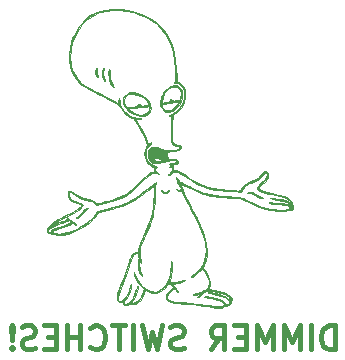
<source format=gbr>
%TF.GenerationSoftware,KiCad,Pcbnew,6.0.0*%
%TF.CreationDate,2022-01-02T23:15:56+02:00*%
%TF.ProjectId,pwm-controller,70776d2d-636f-46e7-9472-6f6c6c65722e,rev?*%
%TF.SameCoordinates,Original*%
%TF.FileFunction,Legend,Bot*%
%TF.FilePolarity,Positive*%
%FSLAX46Y46*%
G04 Gerber Fmt 4.6, Leading zero omitted, Abs format (unit mm)*
G04 Created by KiCad (PCBNEW 6.0.0) date 2022-01-02 23:15:56*
%MOMM*%
%LPD*%
G01*
G04 APERTURE LIST*
G04 Aperture macros list*
%AMRoundRect*
0 Rectangle with rounded corners*
0 $1 Rounding radius*
0 $2 $3 $4 $5 $6 $7 $8 $9 X,Y pos of 4 corners*
0 Add a 4 corners polygon primitive as box body*
4,1,4,$2,$3,$4,$5,$6,$7,$8,$9,$2,$3,0*
0 Add four circle primitives for the rounded corners*
1,1,$1+$1,$2,$3*
1,1,$1+$1,$4,$5*
1,1,$1+$1,$6,$7*
1,1,$1+$1,$8,$9*
0 Add four rect primitives between the rounded corners*
20,1,$1+$1,$2,$3,$4,$5,0*
20,1,$1+$1,$4,$5,$6,$7,0*
20,1,$1+$1,$6,$7,$8,$9,0*
20,1,$1+$1,$8,$9,$2,$3,0*%
G04 Aperture macros list end*
%ADD10C,0.400000*%
%ADD11C,0.010000*%
%ADD12C,2.200000*%
%ADD13C,1.310000*%
%ADD14RoundRect,0.800000X-0.800000X-1.100000X0.800000X-1.100000X0.800000X1.100000X-0.800000X1.100000X0*%
%ADD15C,1.800000*%
%ADD16C,2.000000*%
%ADD17R,1.700000X1.700000*%
%ADD18O,1.700000X1.700000*%
%ADD19C,1.500000*%
G04 APERTURE END LIST*
D10*
X113996666Y-119014761D02*
X113996666Y-117014761D01*
X113520476Y-117014761D01*
X113234761Y-117110000D01*
X113044285Y-117300476D01*
X112949047Y-117490952D01*
X112853809Y-117871904D01*
X112853809Y-118157619D01*
X112949047Y-118538571D01*
X113044285Y-118729047D01*
X113234761Y-118919523D01*
X113520476Y-119014761D01*
X113996666Y-119014761D01*
X111996666Y-119014761D02*
X111996666Y-117014761D01*
X111044285Y-119014761D02*
X111044285Y-117014761D01*
X110377619Y-118443333D01*
X109710952Y-117014761D01*
X109710952Y-119014761D01*
X108758571Y-119014761D02*
X108758571Y-117014761D01*
X108091904Y-118443333D01*
X107425238Y-117014761D01*
X107425238Y-119014761D01*
X106472857Y-117967142D02*
X105806190Y-117967142D01*
X105520476Y-119014761D02*
X106472857Y-119014761D01*
X106472857Y-117014761D01*
X105520476Y-117014761D01*
X103520476Y-119014761D02*
X104187142Y-118062380D01*
X104663333Y-119014761D02*
X104663333Y-117014761D01*
X103901428Y-117014761D01*
X103710952Y-117110000D01*
X103615714Y-117205238D01*
X103520476Y-117395714D01*
X103520476Y-117681428D01*
X103615714Y-117871904D01*
X103710952Y-117967142D01*
X103901428Y-118062380D01*
X104663333Y-118062380D01*
X101234761Y-118919523D02*
X100949047Y-119014761D01*
X100472857Y-119014761D01*
X100282380Y-118919523D01*
X100187142Y-118824285D01*
X100091904Y-118633809D01*
X100091904Y-118443333D01*
X100187142Y-118252857D01*
X100282380Y-118157619D01*
X100472857Y-118062380D01*
X100853809Y-117967142D01*
X101044285Y-117871904D01*
X101139523Y-117776666D01*
X101234761Y-117586190D01*
X101234761Y-117395714D01*
X101139523Y-117205238D01*
X101044285Y-117110000D01*
X100853809Y-117014761D01*
X100377619Y-117014761D01*
X100091904Y-117110000D01*
X99425238Y-117014761D02*
X98949047Y-119014761D01*
X98568095Y-117586190D01*
X98187142Y-119014761D01*
X97710952Y-117014761D01*
X96949047Y-119014761D02*
X96949047Y-117014761D01*
X96282380Y-117014761D02*
X95139523Y-117014761D01*
X95710952Y-119014761D02*
X95710952Y-117014761D01*
X93330000Y-118824285D02*
X93425238Y-118919523D01*
X93710952Y-119014761D01*
X93901428Y-119014761D01*
X94187142Y-118919523D01*
X94377619Y-118729047D01*
X94472857Y-118538571D01*
X94568095Y-118157619D01*
X94568095Y-117871904D01*
X94472857Y-117490952D01*
X94377619Y-117300476D01*
X94187142Y-117110000D01*
X93901428Y-117014761D01*
X93710952Y-117014761D01*
X93425238Y-117110000D01*
X93330000Y-117205238D01*
X92472857Y-119014761D02*
X92472857Y-117014761D01*
X92472857Y-117967142D02*
X91330000Y-117967142D01*
X91330000Y-119014761D02*
X91330000Y-117014761D01*
X90377619Y-117967142D02*
X89710952Y-117967142D01*
X89425238Y-119014761D02*
X90377619Y-119014761D01*
X90377619Y-117014761D01*
X89425238Y-117014761D01*
X88663333Y-118919523D02*
X88377619Y-119014761D01*
X87901428Y-119014761D01*
X87710952Y-118919523D01*
X87615714Y-118824285D01*
X87520476Y-118633809D01*
X87520476Y-118443333D01*
X87615714Y-118252857D01*
X87710952Y-118157619D01*
X87901428Y-118062380D01*
X88282380Y-117967142D01*
X88472857Y-117871904D01*
X88568095Y-117776666D01*
X88663333Y-117586190D01*
X88663333Y-117395714D01*
X88568095Y-117205238D01*
X88472857Y-117110000D01*
X88282380Y-117014761D01*
X87806190Y-117014761D01*
X87520476Y-117110000D01*
X86663333Y-118824285D02*
X86568095Y-118919523D01*
X86663333Y-119014761D01*
X86758571Y-118919523D01*
X86663333Y-118824285D01*
X86663333Y-119014761D01*
X86663333Y-118252857D02*
X86758571Y-117110000D01*
X86663333Y-117014761D01*
X86568095Y-117110000D01*
X86663333Y-118252857D01*
X86663333Y-117014761D01*
D11*
%TO.C,G1*%
X106640172Y-105717411D02*
X106562950Y-105761248D01*
X106562950Y-105761248D02*
X106543697Y-105800689D01*
X106543697Y-105800689D02*
X106582781Y-105818621D01*
X106582781Y-105818621D02*
X106638159Y-105811013D01*
X106638159Y-105811013D02*
X106831890Y-105800066D01*
X106831890Y-105800066D02*
X107051315Y-105858726D01*
X107051315Y-105858726D02*
X107298336Y-105987566D01*
X107298336Y-105987566D02*
X107363694Y-106030180D01*
X107363694Y-106030180D02*
X107548082Y-106142601D01*
X107548082Y-106142601D02*
X107709753Y-106217795D01*
X107709753Y-106217795D02*
X107838150Y-106252253D01*
X107838150Y-106252253D02*
X107922718Y-106242466D01*
X107922718Y-106242466D02*
X107943530Y-106222908D01*
X107943530Y-106222908D02*
X107935916Y-106188570D01*
X107935916Y-106188570D02*
X107888784Y-106180181D01*
X107888784Y-106180181D02*
X107763620Y-106151569D01*
X107763620Y-106151569D02*
X107604227Y-106070687D01*
X107604227Y-106070687D02*
X107424960Y-105944967D01*
X107424960Y-105944967D02*
X107407363Y-105930918D01*
X107407363Y-105930918D02*
X107188236Y-105778963D01*
X107188236Y-105778963D02*
X106989108Y-105695974D01*
X106989108Y-105695974D02*
X106801232Y-105679518D01*
X106801232Y-105679518D02*
X106640172Y-105717411D01*
X106640172Y-105717411D02*
X106640172Y-105717411D01*
G36*
X106989108Y-105695974D02*
G01*
X107188236Y-105778963D01*
X107407363Y-105930918D01*
X107424960Y-105944967D01*
X107604227Y-106070687D01*
X107763620Y-106151569D01*
X107888784Y-106180181D01*
X107935916Y-106188570D01*
X107943530Y-106222908D01*
X107922718Y-106242466D01*
X107838150Y-106252253D01*
X107709753Y-106217795D01*
X107548082Y-106142601D01*
X107363694Y-106030180D01*
X107298336Y-105987566D01*
X107051315Y-105858726D01*
X106831890Y-105800066D01*
X106638159Y-105811013D01*
X106582781Y-105818621D01*
X106543697Y-105800689D01*
X106562950Y-105761248D01*
X106640172Y-105717411D01*
X106801232Y-105679518D01*
X106989108Y-105695974D01*
G37*
X106989108Y-105695974D02*
X107188236Y-105778963D01*
X107407363Y-105930918D01*
X107424960Y-105944967D01*
X107604227Y-106070687D01*
X107763620Y-106151569D01*
X107888784Y-106180181D01*
X107935916Y-106188570D01*
X107943530Y-106222908D01*
X107922718Y-106242466D01*
X107838150Y-106252253D01*
X107709753Y-106217795D01*
X107548082Y-106142601D01*
X107363694Y-106030180D01*
X107298336Y-105987566D01*
X107051315Y-105858726D01*
X106831890Y-105800066D01*
X106638159Y-105811013D01*
X106582781Y-105818621D01*
X106543697Y-105800689D01*
X106562950Y-105761248D01*
X106640172Y-105717411D01*
X106801232Y-105679518D01*
X106989108Y-105695974D01*
X96714784Y-97277248D02*
X96656919Y-97288725D01*
X96656919Y-97288725D02*
X96471269Y-97361140D01*
X96471269Y-97361140D02*
X96302644Y-97476939D01*
X96302644Y-97476939D02*
X96172373Y-97618567D01*
X96172373Y-97618567D02*
X96110107Y-97738674D01*
X96110107Y-97738674D02*
X96076226Y-97957940D01*
X96076226Y-97957940D02*
X96110321Y-98183724D01*
X96110321Y-98183724D02*
X96204789Y-98407987D01*
X96204789Y-98407987D02*
X96352026Y-98622688D01*
X96352026Y-98622688D02*
X96544428Y-98819787D01*
X96544428Y-98819787D02*
X96774391Y-98991246D01*
X96774391Y-98991246D02*
X97034312Y-99129023D01*
X97034312Y-99129023D02*
X97316585Y-99225079D01*
X97316585Y-99225079D02*
X97555242Y-99266668D01*
X97555242Y-99266668D02*
X97696667Y-99272040D01*
X97696667Y-99272040D02*
X97827999Y-99263250D01*
X97827999Y-99263250D02*
X97869269Y-99255659D01*
X97869269Y-99255659D02*
X98086587Y-99166667D01*
X98086587Y-99166667D02*
X98254405Y-99026136D01*
X98254405Y-99026136D02*
X98367885Y-98845213D01*
X98367885Y-98845213D02*
X98422191Y-98635045D01*
X98422191Y-98635045D02*
X98420372Y-98592242D01*
X98420372Y-98592242D02*
X98305697Y-98592242D01*
X98305697Y-98592242D02*
X98269682Y-98771528D01*
X98269682Y-98771528D02*
X98169964Y-98929672D01*
X98169964Y-98929672D02*
X98019037Y-99056430D01*
X98019037Y-99056430D02*
X97829393Y-99141557D01*
X97829393Y-99141557D02*
X97613524Y-99174808D01*
X97613524Y-99174808D02*
X97595194Y-99174918D01*
X97595194Y-99174918D02*
X97450712Y-99160491D01*
X97450712Y-99160491D02*
X97279625Y-99124288D01*
X97279625Y-99124288D02*
X97160905Y-99088327D01*
X97160905Y-99088327D02*
X97041483Y-99037166D01*
X97041483Y-99037166D02*
X96903342Y-98965085D01*
X96903342Y-98965085D02*
X96763250Y-98882626D01*
X96763250Y-98882626D02*
X96637974Y-98800333D01*
X96637974Y-98800333D02*
X96544281Y-98728746D01*
X96544281Y-98728746D02*
X96498941Y-98678409D01*
X96498941Y-98678409D02*
X96497115Y-98670984D01*
X96497115Y-98670984D02*
X96532437Y-98657113D01*
X96532437Y-98657113D02*
X96626696Y-98640984D01*
X96626696Y-98640984D02*
X96762028Y-98625427D01*
X96762028Y-98625427D02*
X96814409Y-98620754D01*
X96814409Y-98620754D02*
X97002710Y-98603939D01*
X97002710Y-98603939D02*
X97218835Y-98582728D01*
X97218835Y-98582728D02*
X97447212Y-98558864D01*
X97447212Y-98558864D02*
X97672267Y-98534094D01*
X97672267Y-98534094D02*
X97878427Y-98510163D01*
X97878427Y-98510163D02*
X98050120Y-98488816D01*
X98050120Y-98488816D02*
X98171774Y-98471798D01*
X98171774Y-98471798D02*
X98219106Y-98463329D01*
X98219106Y-98463329D02*
X98275192Y-98458372D01*
X98275192Y-98458372D02*
X98299871Y-98491150D01*
X98299871Y-98491150D02*
X98305672Y-98580319D01*
X98305672Y-98580319D02*
X98305697Y-98592242D01*
X98305697Y-98592242D02*
X98420372Y-98592242D01*
X98420372Y-98592242D02*
X98412486Y-98406779D01*
X98412486Y-98406779D02*
X98381106Y-98311646D01*
X98381106Y-98311646D02*
X98254919Y-98311646D01*
X98254919Y-98311646D02*
X98249936Y-98321389D01*
X98249936Y-98321389D02*
X98201674Y-98338333D01*
X98201674Y-98338333D02*
X98096802Y-98359488D01*
X98096802Y-98359488D02*
X97955259Y-98381024D01*
X97955259Y-98381024D02*
X97908518Y-98387000D01*
X97908518Y-98387000D02*
X97752864Y-98404705D01*
X97752864Y-98404705D02*
X97656092Y-98409894D01*
X97656092Y-98409894D02*
X97600851Y-98400683D01*
X97600851Y-98400683D02*
X97569791Y-98375187D01*
X97569791Y-98375187D02*
X97554106Y-98348515D01*
X97554106Y-98348515D02*
X97491253Y-98286006D01*
X97491253Y-98286006D02*
X97410570Y-98270053D01*
X97410570Y-98270053D02*
X97340878Y-98299661D01*
X97340878Y-98299661D02*
X97312202Y-98356863D01*
X97312202Y-98356863D02*
X97277166Y-98425760D01*
X97277166Y-98425760D02*
X97186175Y-98460818D01*
X97186175Y-98460818D02*
X97177505Y-98462316D01*
X97177505Y-98462316D02*
X96910777Y-98496242D01*
X96910777Y-98496242D02*
X96608898Y-98514286D01*
X96608898Y-98514286D02*
X96568496Y-98515537D01*
X96568496Y-98515537D02*
X96351446Y-98521696D01*
X96351446Y-98521696D02*
X96270238Y-98348934D01*
X96270238Y-98348934D02*
X96200924Y-98127014D01*
X96200924Y-98127014D02*
X96198350Y-97911141D01*
X96198350Y-97911141D02*
X96259605Y-97714608D01*
X96259605Y-97714608D02*
X96381779Y-97550709D01*
X96381779Y-97550709D02*
X96458424Y-97489399D01*
X96458424Y-97489399D02*
X96533131Y-97444552D01*
X96533131Y-97444552D02*
X96607416Y-97418898D01*
X96607416Y-97418898D02*
X96703910Y-97408720D01*
X96703910Y-97408720D02*
X96845242Y-97410302D01*
X96845242Y-97410302D02*
X96920908Y-97413465D01*
X96920908Y-97413465D02*
X97269897Y-97465222D01*
X97269897Y-97465222D02*
X97589129Y-97585493D01*
X97589129Y-97585493D02*
X97871584Y-97771474D01*
X97871584Y-97771474D02*
X97918105Y-97811827D01*
X97918105Y-97811827D02*
X98017792Y-97914316D01*
X98017792Y-97914316D02*
X98112248Y-98032328D01*
X98112248Y-98032328D02*
X98190542Y-98149078D01*
X98190542Y-98149078D02*
X98241742Y-98247779D01*
X98241742Y-98247779D02*
X98254919Y-98311646D01*
X98254919Y-98311646D02*
X98381106Y-98311646D01*
X98381106Y-98311646D02*
X98336976Y-98177862D01*
X98336976Y-98177862D02*
X98194295Y-97953504D01*
X98194295Y-97953504D02*
X97997591Y-97748166D01*
X97997591Y-97748166D02*
X97761464Y-97569576D01*
X97761464Y-97569576D02*
X97500518Y-97425461D01*
X97500518Y-97425461D02*
X97229354Y-97323549D01*
X97229354Y-97323549D02*
X96962575Y-97271569D01*
X96962575Y-97271569D02*
X96714784Y-97277248D01*
X96714784Y-97277248D02*
X96714784Y-97277248D01*
G36*
X98367885Y-98845213D02*
G01*
X98254405Y-99026136D01*
X98086587Y-99166667D01*
X97869269Y-99255659D01*
X97827999Y-99263250D01*
X97696667Y-99272040D01*
X97555242Y-99266668D01*
X97316585Y-99225079D01*
X97034312Y-99129023D01*
X96774391Y-98991246D01*
X96544428Y-98819787D01*
X96399171Y-98670984D01*
X96497115Y-98670984D01*
X96498941Y-98678409D01*
X96544281Y-98728746D01*
X96637974Y-98800333D01*
X96763250Y-98882626D01*
X96903342Y-98965085D01*
X97041483Y-99037166D01*
X97160905Y-99088327D01*
X97279625Y-99124288D01*
X97450712Y-99160491D01*
X97595194Y-99174918D01*
X97613524Y-99174808D01*
X97829393Y-99141557D01*
X98019037Y-99056430D01*
X98169964Y-98929672D01*
X98269682Y-98771528D01*
X98305697Y-98592242D01*
X98305672Y-98580319D01*
X98299871Y-98491150D01*
X98275192Y-98458372D01*
X98219106Y-98463329D01*
X98171774Y-98471798D01*
X98050120Y-98488816D01*
X97878427Y-98510163D01*
X97672267Y-98534094D01*
X97447212Y-98558864D01*
X97218835Y-98582728D01*
X97002710Y-98603939D01*
X96814409Y-98620754D01*
X96762028Y-98625427D01*
X96626696Y-98640984D01*
X96532437Y-98657113D01*
X96497115Y-98670984D01*
X96399171Y-98670984D01*
X96352026Y-98622688D01*
X96204789Y-98407987D01*
X96110321Y-98183724D01*
X96076226Y-97957940D01*
X96083457Y-97911141D01*
X96198350Y-97911141D01*
X96200924Y-98127014D01*
X96270238Y-98348934D01*
X96351446Y-98521696D01*
X96568496Y-98515537D01*
X96608898Y-98514286D01*
X96910777Y-98496242D01*
X97177505Y-98462316D01*
X97186175Y-98460818D01*
X97277166Y-98425760D01*
X97312202Y-98356863D01*
X97340878Y-98299661D01*
X97410570Y-98270053D01*
X97491253Y-98286006D01*
X97554106Y-98348515D01*
X97569791Y-98375187D01*
X97600851Y-98400683D01*
X97656092Y-98409894D01*
X97752864Y-98404705D01*
X97908518Y-98387000D01*
X97955259Y-98381024D01*
X98096802Y-98359488D01*
X98201674Y-98338333D01*
X98249936Y-98321389D01*
X98254919Y-98311646D01*
X98241742Y-98247779D01*
X98190542Y-98149078D01*
X98112248Y-98032328D01*
X98017792Y-97914316D01*
X97918105Y-97811827D01*
X97871584Y-97771474D01*
X97589129Y-97585493D01*
X97269897Y-97465222D01*
X96920908Y-97413465D01*
X96845242Y-97410302D01*
X96703910Y-97408720D01*
X96607416Y-97418898D01*
X96533131Y-97444552D01*
X96458424Y-97489399D01*
X96381779Y-97550709D01*
X96259605Y-97714608D01*
X96198350Y-97911141D01*
X96083457Y-97911141D01*
X96110107Y-97738674D01*
X96172373Y-97618567D01*
X96302644Y-97476939D01*
X96471269Y-97361140D01*
X96656919Y-97288725D01*
X96714784Y-97277248D01*
X96962575Y-97271569D01*
X97229354Y-97323549D01*
X97500518Y-97425461D01*
X97761464Y-97569576D01*
X97997591Y-97748166D01*
X98194295Y-97953504D01*
X98336976Y-98177862D01*
X98381106Y-98311646D01*
X98412486Y-98406779D01*
X98420372Y-98592242D01*
X98422191Y-98635045D01*
X98367885Y-98845213D01*
G37*
X98367885Y-98845213D02*
X98254405Y-99026136D01*
X98086587Y-99166667D01*
X97869269Y-99255659D01*
X97827999Y-99263250D01*
X97696667Y-99272040D01*
X97555242Y-99266668D01*
X97316585Y-99225079D01*
X97034312Y-99129023D01*
X96774391Y-98991246D01*
X96544428Y-98819787D01*
X96399171Y-98670984D01*
X96497115Y-98670984D01*
X96498941Y-98678409D01*
X96544281Y-98728746D01*
X96637974Y-98800333D01*
X96763250Y-98882626D01*
X96903342Y-98965085D01*
X97041483Y-99037166D01*
X97160905Y-99088327D01*
X97279625Y-99124288D01*
X97450712Y-99160491D01*
X97595194Y-99174918D01*
X97613524Y-99174808D01*
X97829393Y-99141557D01*
X98019037Y-99056430D01*
X98169964Y-98929672D01*
X98269682Y-98771528D01*
X98305697Y-98592242D01*
X98305672Y-98580319D01*
X98299871Y-98491150D01*
X98275192Y-98458372D01*
X98219106Y-98463329D01*
X98171774Y-98471798D01*
X98050120Y-98488816D01*
X97878427Y-98510163D01*
X97672267Y-98534094D01*
X97447212Y-98558864D01*
X97218835Y-98582728D01*
X97002710Y-98603939D01*
X96814409Y-98620754D01*
X96762028Y-98625427D01*
X96626696Y-98640984D01*
X96532437Y-98657113D01*
X96497115Y-98670984D01*
X96399171Y-98670984D01*
X96352026Y-98622688D01*
X96204789Y-98407987D01*
X96110321Y-98183724D01*
X96076226Y-97957940D01*
X96083457Y-97911141D01*
X96198350Y-97911141D01*
X96200924Y-98127014D01*
X96270238Y-98348934D01*
X96351446Y-98521696D01*
X96568496Y-98515537D01*
X96608898Y-98514286D01*
X96910777Y-98496242D01*
X97177505Y-98462316D01*
X97186175Y-98460818D01*
X97277166Y-98425760D01*
X97312202Y-98356863D01*
X97340878Y-98299661D01*
X97410570Y-98270053D01*
X97491253Y-98286006D01*
X97554106Y-98348515D01*
X97569791Y-98375187D01*
X97600851Y-98400683D01*
X97656092Y-98409894D01*
X97752864Y-98404705D01*
X97908518Y-98387000D01*
X97955259Y-98381024D01*
X98096802Y-98359488D01*
X98201674Y-98338333D01*
X98249936Y-98321389D01*
X98254919Y-98311646D01*
X98241742Y-98247779D01*
X98190542Y-98149078D01*
X98112248Y-98032328D01*
X98017792Y-97914316D01*
X97918105Y-97811827D01*
X97871584Y-97771474D01*
X97589129Y-97585493D01*
X97269897Y-97465222D01*
X96920908Y-97413465D01*
X96845242Y-97410302D01*
X96703910Y-97408720D01*
X96607416Y-97418898D01*
X96533131Y-97444552D01*
X96458424Y-97489399D01*
X96381779Y-97550709D01*
X96259605Y-97714608D01*
X96198350Y-97911141D01*
X96083457Y-97911141D01*
X96110107Y-97738674D01*
X96172373Y-97618567D01*
X96302644Y-97476939D01*
X96471269Y-97361140D01*
X96656919Y-97288725D01*
X96714784Y-97277248D01*
X96962575Y-97271569D01*
X97229354Y-97323549D01*
X97500518Y-97425461D01*
X97761464Y-97569576D01*
X97997591Y-97748166D01*
X98194295Y-97953504D01*
X98336976Y-98177862D01*
X98381106Y-98311646D01*
X98412486Y-98406779D01*
X98420372Y-98592242D01*
X98422191Y-98635045D01*
X98367885Y-98845213D01*
X100175039Y-96711116D02*
X99969654Y-96811260D01*
X99969654Y-96811260D02*
X99773675Y-96960991D01*
X99773675Y-96960991D02*
X99595558Y-97154458D01*
X99595558Y-97154458D02*
X99443757Y-97385808D01*
X99443757Y-97385808D02*
X99326726Y-97649189D01*
X99326726Y-97649189D02*
X99284009Y-97790602D01*
X99284009Y-97790602D02*
X99241020Y-98067294D01*
X99241020Y-98067294D02*
X99255200Y-98318401D01*
X99255200Y-98318401D02*
X99320612Y-98536772D01*
X99320612Y-98536772D02*
X99431319Y-98715262D01*
X99431319Y-98715262D02*
X99581384Y-98846721D01*
X99581384Y-98846721D02*
X99764870Y-98924004D01*
X99764870Y-98924004D02*
X99975840Y-98939962D01*
X99975840Y-98939962D02*
X100198173Y-98891146D01*
X100198173Y-98891146D02*
X100408462Y-98780048D01*
X100408462Y-98780048D02*
X100612572Y-98603615D01*
X100612572Y-98603615D02*
X100797461Y-98373176D01*
X100797461Y-98373176D02*
X100801781Y-98366736D01*
X100801781Y-98366736D02*
X100963820Y-98078224D01*
X100963820Y-98078224D02*
X100977149Y-98037931D01*
X100977149Y-98037931D02*
X100836251Y-98037931D01*
X100836251Y-98037931D02*
X100821887Y-98072246D01*
X100821887Y-98072246D02*
X100774881Y-98153687D01*
X100774881Y-98153687D02*
X100705109Y-98265219D01*
X100705109Y-98265219D02*
X100698843Y-98274928D01*
X100698843Y-98274928D02*
X100494990Y-98529437D01*
X100494990Y-98529437D02*
X100257179Y-98715075D01*
X100257179Y-98715075D02*
X100143642Y-98774157D01*
X100143642Y-98774157D02*
X99997985Y-98809764D01*
X99997985Y-98809764D02*
X99829606Y-98808020D01*
X99829606Y-98808020D02*
X99674758Y-98771505D01*
X99674758Y-98771505D02*
X99606077Y-98735867D01*
X99606077Y-98735867D02*
X99507766Y-98641970D01*
X99507766Y-98641970D02*
X99427861Y-98522438D01*
X99427861Y-98522438D02*
X99385847Y-98408231D01*
X99385847Y-98408231D02*
X99383526Y-98382189D01*
X99383526Y-98382189D02*
X99405580Y-98317388D01*
X99405580Y-98317388D02*
X99483578Y-98279381D01*
X99483578Y-98279381D02*
X99508348Y-98273485D01*
X99508348Y-98273485D02*
X99625606Y-98249598D01*
X99625606Y-98249598D02*
X99784384Y-98219112D01*
X99784384Y-98219112D02*
X99970128Y-98184610D01*
X99970128Y-98184610D02*
X100168289Y-98148672D01*
X100168289Y-98148672D02*
X100364312Y-98113880D01*
X100364312Y-98113880D02*
X100543646Y-98082815D01*
X100543646Y-98082815D02*
X100691739Y-98058059D01*
X100691739Y-98058059D02*
X100794039Y-98042193D01*
X100794039Y-98042193D02*
X100835993Y-98037798D01*
X100835993Y-98037798D02*
X100836251Y-98037931D01*
X100836251Y-98037931D02*
X100977149Y-98037931D01*
X100977149Y-98037931D02*
X101058479Y-97792089D01*
X101058479Y-97792089D02*
X101092101Y-97488600D01*
X101092101Y-97488600D02*
X101092343Y-97463363D01*
X101092343Y-97463363D02*
X101086604Y-97407483D01*
X101086604Y-97407483D02*
X100968315Y-97407483D01*
X100968315Y-97407483D02*
X100958454Y-97544917D01*
X100958454Y-97544917D02*
X100941074Y-97683705D01*
X100941074Y-97683705D02*
X100919300Y-97800851D01*
X100919300Y-97800851D02*
X100896256Y-97873361D01*
X100896256Y-97873361D02*
X100887308Y-97884764D01*
X100887308Y-97884764D02*
X100836907Y-97899741D01*
X100836907Y-97899741D02*
X100732156Y-97921880D01*
X100732156Y-97921880D02*
X100594778Y-97946631D01*
X100594778Y-97946631D02*
X100581004Y-97948923D01*
X100581004Y-97948923D02*
X100435878Y-97970945D01*
X100435878Y-97970945D02*
X100347024Y-97976795D01*
X100347024Y-97976795D02*
X100295192Y-97965167D01*
X100295192Y-97965167D02*
X100261135Y-97934755D01*
X100261135Y-97934755D02*
X100255140Y-97926821D01*
X100255140Y-97926821D02*
X100182994Y-97876898D01*
X100182994Y-97876898D02*
X100105055Y-97884772D01*
X100105055Y-97884772D02*
X100051559Y-97944153D01*
X100051559Y-97944153D02*
X100044865Y-97970586D01*
X100044865Y-97970586D02*
X100028352Y-98015935D01*
X100028352Y-98015935D02*
X99983440Y-98047792D01*
X99983440Y-98047792D02*
X99893661Y-98073423D01*
X99893661Y-98073423D02*
X99756229Y-98097918D01*
X99756229Y-98097918D02*
X99615242Y-98121411D01*
X99615242Y-98121411D02*
X99503327Y-98141830D01*
X99503327Y-98141830D02*
X99443026Y-98155041D01*
X99443026Y-98155041D02*
X99441000Y-98155701D01*
X99441000Y-98155701D02*
X99376912Y-98168023D01*
X99376912Y-98168023D02*
X99351138Y-98135700D01*
X99351138Y-98135700D02*
X99355947Y-98045480D01*
X99355947Y-98045480D02*
X99360228Y-98017255D01*
X99360228Y-98017255D02*
X99446913Y-97680454D01*
X99446913Y-97680454D02*
X99590590Y-97376798D01*
X99590590Y-97376798D02*
X99784281Y-97118352D01*
X99784281Y-97118352D02*
X99980076Y-96945348D01*
X99980076Y-96945348D02*
X100092997Y-96870022D01*
X100092997Y-96870022D02*
X100187070Y-96829011D01*
X100187070Y-96829011D02*
X100295709Y-96812122D01*
X100295709Y-96812122D02*
X100426703Y-96809121D01*
X100426703Y-96809121D02*
X100582151Y-96814704D01*
X100582151Y-96814704D02*
X100684139Y-96834891D01*
X100684139Y-96834891D02*
X100755595Y-96874836D01*
X100755595Y-96874836D02*
X100768627Y-96886000D01*
X100768627Y-96886000D02*
X100897936Y-97053053D01*
X100897936Y-97053053D02*
X100963241Y-97255028D01*
X100963241Y-97255028D02*
X100967533Y-97294394D01*
X100967533Y-97294394D02*
X100968315Y-97407483D01*
X100968315Y-97407483D02*
X101086604Y-97407483D01*
X101086604Y-97407483D02*
X101065813Y-97205074D01*
X101065813Y-97205074D02*
X100982248Y-96994683D01*
X100982248Y-96994683D02*
X100838150Y-96824789D01*
X100838150Y-96824789D02*
X100763099Y-96766735D01*
X100763099Y-96766735D02*
X100580216Y-96683002D01*
X100580216Y-96683002D02*
X100381378Y-96666413D01*
X100381378Y-96666413D02*
X100175039Y-96711116D01*
X100175039Y-96711116D02*
X100175039Y-96711116D01*
G36*
X100801781Y-98366736D02*
G01*
X100797461Y-98373176D01*
X100612572Y-98603615D01*
X100408462Y-98780048D01*
X100198173Y-98891146D01*
X99975840Y-98939962D01*
X99764870Y-98924004D01*
X99581384Y-98846721D01*
X99431319Y-98715262D01*
X99320612Y-98536772D01*
X99274307Y-98382189D01*
X99383526Y-98382189D01*
X99385847Y-98408231D01*
X99427861Y-98522438D01*
X99507766Y-98641970D01*
X99606077Y-98735867D01*
X99674758Y-98771505D01*
X99829606Y-98808020D01*
X99997985Y-98809764D01*
X100143642Y-98774157D01*
X100257179Y-98715075D01*
X100494990Y-98529437D01*
X100698843Y-98274928D01*
X100705109Y-98265219D01*
X100774881Y-98153687D01*
X100821887Y-98072246D01*
X100836251Y-98037931D01*
X100835993Y-98037798D01*
X100794039Y-98042193D01*
X100691739Y-98058059D01*
X100543646Y-98082815D01*
X100364312Y-98113880D01*
X100168289Y-98148672D01*
X99970128Y-98184610D01*
X99784384Y-98219112D01*
X99625606Y-98249598D01*
X99508348Y-98273485D01*
X99483578Y-98279381D01*
X99405580Y-98317388D01*
X99383526Y-98382189D01*
X99274307Y-98382189D01*
X99255200Y-98318401D01*
X99244883Y-98135700D01*
X99351138Y-98135700D01*
X99376912Y-98168023D01*
X99441000Y-98155701D01*
X99443026Y-98155041D01*
X99503327Y-98141830D01*
X99615242Y-98121411D01*
X99756229Y-98097918D01*
X99893661Y-98073423D01*
X99983440Y-98047792D01*
X100028352Y-98015935D01*
X100044865Y-97970586D01*
X100051559Y-97944153D01*
X100105055Y-97884772D01*
X100182994Y-97876898D01*
X100255140Y-97926821D01*
X100261135Y-97934755D01*
X100295192Y-97965167D01*
X100347024Y-97976795D01*
X100435878Y-97970945D01*
X100581004Y-97948923D01*
X100594778Y-97946631D01*
X100732156Y-97921880D01*
X100836907Y-97899741D01*
X100887308Y-97884764D01*
X100896256Y-97873361D01*
X100919300Y-97800851D01*
X100941074Y-97683705D01*
X100958454Y-97544917D01*
X100968315Y-97407483D01*
X100967533Y-97294394D01*
X100963241Y-97255028D01*
X100897936Y-97053053D01*
X100768627Y-96886000D01*
X100755595Y-96874836D01*
X100684139Y-96834891D01*
X100582151Y-96814704D01*
X100426703Y-96809121D01*
X100295709Y-96812122D01*
X100187070Y-96829011D01*
X100092997Y-96870022D01*
X99980076Y-96945348D01*
X99784281Y-97118352D01*
X99590590Y-97376798D01*
X99446913Y-97680454D01*
X99360228Y-98017255D01*
X99355947Y-98045480D01*
X99351138Y-98135700D01*
X99244883Y-98135700D01*
X99241020Y-98067294D01*
X99284009Y-97790602D01*
X99326726Y-97649189D01*
X99443757Y-97385808D01*
X99595558Y-97154458D01*
X99773675Y-96960991D01*
X99969654Y-96811260D01*
X100175039Y-96711116D01*
X100381378Y-96666413D01*
X100580216Y-96683002D01*
X100763099Y-96766735D01*
X100838150Y-96824789D01*
X100982248Y-96994683D01*
X101065813Y-97205074D01*
X101086604Y-97407483D01*
X101092343Y-97463363D01*
X101092101Y-97488600D01*
X101058479Y-97792089D01*
X100977149Y-98037931D01*
X100963820Y-98078224D01*
X100801781Y-98366736D01*
G37*
X100801781Y-98366736D02*
X100797461Y-98373176D01*
X100612572Y-98603615D01*
X100408462Y-98780048D01*
X100198173Y-98891146D01*
X99975840Y-98939962D01*
X99764870Y-98924004D01*
X99581384Y-98846721D01*
X99431319Y-98715262D01*
X99320612Y-98536772D01*
X99274307Y-98382189D01*
X99383526Y-98382189D01*
X99385847Y-98408231D01*
X99427861Y-98522438D01*
X99507766Y-98641970D01*
X99606077Y-98735867D01*
X99674758Y-98771505D01*
X99829606Y-98808020D01*
X99997985Y-98809764D01*
X100143642Y-98774157D01*
X100257179Y-98715075D01*
X100494990Y-98529437D01*
X100698843Y-98274928D01*
X100705109Y-98265219D01*
X100774881Y-98153687D01*
X100821887Y-98072246D01*
X100836251Y-98037931D01*
X100835993Y-98037798D01*
X100794039Y-98042193D01*
X100691739Y-98058059D01*
X100543646Y-98082815D01*
X100364312Y-98113880D01*
X100168289Y-98148672D01*
X99970128Y-98184610D01*
X99784384Y-98219112D01*
X99625606Y-98249598D01*
X99508348Y-98273485D01*
X99483578Y-98279381D01*
X99405580Y-98317388D01*
X99383526Y-98382189D01*
X99274307Y-98382189D01*
X99255200Y-98318401D01*
X99244883Y-98135700D01*
X99351138Y-98135700D01*
X99376912Y-98168023D01*
X99441000Y-98155701D01*
X99443026Y-98155041D01*
X99503327Y-98141830D01*
X99615242Y-98121411D01*
X99756229Y-98097918D01*
X99893661Y-98073423D01*
X99983440Y-98047792D01*
X100028352Y-98015935D01*
X100044865Y-97970586D01*
X100051559Y-97944153D01*
X100105055Y-97884772D01*
X100182994Y-97876898D01*
X100255140Y-97926821D01*
X100261135Y-97934755D01*
X100295192Y-97965167D01*
X100347024Y-97976795D01*
X100435878Y-97970945D01*
X100581004Y-97948923D01*
X100594778Y-97946631D01*
X100732156Y-97921880D01*
X100836907Y-97899741D01*
X100887308Y-97884764D01*
X100896256Y-97873361D01*
X100919300Y-97800851D01*
X100941074Y-97683705D01*
X100958454Y-97544917D01*
X100968315Y-97407483D01*
X100967533Y-97294394D01*
X100963241Y-97255028D01*
X100897936Y-97053053D01*
X100768627Y-96886000D01*
X100755595Y-96874836D01*
X100684139Y-96834891D01*
X100582151Y-96814704D01*
X100426703Y-96809121D01*
X100295709Y-96812122D01*
X100187070Y-96829011D01*
X100092997Y-96870022D01*
X99980076Y-96945348D01*
X99784281Y-97118352D01*
X99590590Y-97376798D01*
X99446913Y-97680454D01*
X99360228Y-98017255D01*
X99355947Y-98045480D01*
X99351138Y-98135700D01*
X99244883Y-98135700D01*
X99241020Y-98067294D01*
X99284009Y-97790602D01*
X99326726Y-97649189D01*
X99443757Y-97385808D01*
X99595558Y-97154458D01*
X99773675Y-96960991D01*
X99969654Y-96811260D01*
X100175039Y-96711116D01*
X100381378Y-96666413D01*
X100580216Y-96683002D01*
X100763099Y-96766735D01*
X100838150Y-96824789D01*
X100982248Y-96994683D01*
X101065813Y-97205074D01*
X101086604Y-97407483D01*
X101092343Y-97463363D01*
X101092101Y-97488600D01*
X101058479Y-97792089D01*
X100977149Y-98037931D01*
X100963820Y-98078224D01*
X100801781Y-98366736D01*
X92960391Y-107049535D02*
X92835614Y-107121121D01*
X92835614Y-107121121D02*
X92712814Y-107257958D01*
X92712814Y-107257958D02*
X92685394Y-107298602D01*
X92685394Y-107298602D02*
X92582004Y-107435983D01*
X92582004Y-107435983D02*
X92444535Y-107587594D01*
X92444535Y-107587594D02*
X92296430Y-107729808D01*
X92296430Y-107729808D02*
X92161130Y-107838997D01*
X92161130Y-107838997D02*
X92126789Y-107861630D01*
X92126789Y-107861630D02*
X92079351Y-107895007D01*
X92079351Y-107895007D02*
X92097990Y-107907277D01*
X92097990Y-107907277D02*
X92152520Y-107909736D01*
X92152520Y-107909736D02*
X92244686Y-107886907D01*
X92244686Y-107886907D02*
X92362093Y-107824698D01*
X92362093Y-107824698D02*
X92418444Y-107785093D01*
X92418444Y-107785093D02*
X92528639Y-107684632D01*
X92528639Y-107684632D02*
X92650216Y-107549994D01*
X92650216Y-107549994D02*
X92743205Y-107429108D01*
X92743205Y-107429108D02*
X92841718Y-107303882D01*
X92841718Y-107303882D02*
X92945049Y-107198115D01*
X92945049Y-107198115D02*
X93028500Y-107136166D01*
X93028500Y-107136166D02*
X93105782Y-107092933D01*
X93105782Y-107092933D02*
X93119806Y-107067783D01*
X93119806Y-107067783D02*
X93078989Y-107048386D01*
X93078989Y-107048386D02*
X92960391Y-107049535D01*
X92960391Y-107049535D02*
X92960391Y-107049535D01*
G36*
X93119806Y-107067783D02*
G01*
X93105782Y-107092933D01*
X93028500Y-107136166D01*
X92945049Y-107198115D01*
X92841718Y-107303882D01*
X92743205Y-107429108D01*
X92650216Y-107549994D01*
X92528639Y-107684632D01*
X92418444Y-107785093D01*
X92362093Y-107824698D01*
X92244686Y-107886907D01*
X92152520Y-107909736D01*
X92097990Y-107907277D01*
X92079351Y-107895007D01*
X92126789Y-107861630D01*
X92161130Y-107838997D01*
X92296430Y-107729808D01*
X92444535Y-107587594D01*
X92582004Y-107435983D01*
X92685394Y-107298602D01*
X92712814Y-107257958D01*
X92835614Y-107121121D01*
X92960391Y-107049535D01*
X93078989Y-107048386D01*
X93119806Y-107067783D01*
G37*
X93119806Y-107067783D02*
X93105782Y-107092933D01*
X93028500Y-107136166D01*
X92945049Y-107198115D01*
X92841718Y-107303882D01*
X92743205Y-107429108D01*
X92650216Y-107549994D01*
X92528639Y-107684632D01*
X92418444Y-107785093D01*
X92362093Y-107824698D01*
X92244686Y-107886907D01*
X92152520Y-107909736D01*
X92097990Y-107907277D01*
X92079351Y-107895007D01*
X92126789Y-107861630D01*
X92161130Y-107838997D01*
X92296430Y-107729808D01*
X92444535Y-107587594D01*
X92582004Y-107435983D01*
X92685394Y-107298602D01*
X92712814Y-107257958D01*
X92835614Y-107121121D01*
X92960391Y-107049535D01*
X93078989Y-107048386D01*
X93119806Y-107067783D01*
X94915910Y-95305319D02*
X94883861Y-95389503D01*
X94883861Y-95389503D02*
X94846159Y-95549954D01*
X94846159Y-95549954D02*
X94840796Y-95576792D01*
X94840796Y-95576792D02*
X94830788Y-95765601D01*
X94830788Y-95765601D02*
X94859746Y-95992468D01*
X94859746Y-95992468D02*
X94920655Y-96233728D01*
X94920655Y-96233728D02*
X95006498Y-96465713D01*
X95006498Y-96465713D02*
X95110261Y-96664758D01*
X95110261Y-96664758D02*
X95197554Y-96780257D01*
X95197554Y-96780257D02*
X95275583Y-96848706D01*
X95275583Y-96848706D02*
X95327564Y-96865348D01*
X95327564Y-96865348D02*
X95342363Y-96837297D01*
X95342363Y-96837297D02*
X95322423Y-96790101D01*
X95322423Y-96790101D02*
X95272133Y-96705579D01*
X95272133Y-96705579D02*
X95244817Y-96664194D01*
X95244817Y-96664194D02*
X95131238Y-96483424D01*
X95131238Y-96483424D02*
X95054612Y-96320433D01*
X95054612Y-96320433D02*
X95008156Y-96151207D01*
X95008156Y-96151207D02*
X94985088Y-95951733D01*
X94985088Y-95951733D02*
X94978697Y-95721924D01*
X94978697Y-95721924D02*
X94973700Y-95505707D01*
X94973700Y-95505707D02*
X94961274Y-95363889D01*
X94961274Y-95363889D02*
X94941862Y-95296937D01*
X94941862Y-95296937D02*
X94915910Y-95305319D01*
X94915910Y-95305319D02*
X94915910Y-95305319D01*
G36*
X94961274Y-95363889D02*
G01*
X94973700Y-95505707D01*
X94978697Y-95721924D01*
X94985088Y-95951733D01*
X95008156Y-96151207D01*
X95054612Y-96320433D01*
X95131238Y-96483424D01*
X95244817Y-96664194D01*
X95272133Y-96705579D01*
X95322423Y-96790101D01*
X95342363Y-96837297D01*
X95327564Y-96865348D01*
X95275583Y-96848706D01*
X95197554Y-96780257D01*
X95110261Y-96664758D01*
X95006498Y-96465713D01*
X94920655Y-96233728D01*
X94859746Y-95992468D01*
X94830788Y-95765601D01*
X94840796Y-95576792D01*
X94846159Y-95549954D01*
X94883861Y-95389503D01*
X94915910Y-95305319D01*
X94941862Y-95296937D01*
X94961274Y-95363889D01*
G37*
X94961274Y-95363889D02*
X94973700Y-95505707D01*
X94978697Y-95721924D01*
X94985088Y-95951733D01*
X95008156Y-96151207D01*
X95054612Y-96320433D01*
X95131238Y-96483424D01*
X95244817Y-96664194D01*
X95272133Y-96705579D01*
X95322423Y-96790101D01*
X95342363Y-96837297D01*
X95327564Y-96865348D01*
X95275583Y-96848706D01*
X95197554Y-96780257D01*
X95110261Y-96664758D01*
X95006498Y-96465713D01*
X94920655Y-96233728D01*
X94859746Y-95992468D01*
X94830788Y-95765601D01*
X94840796Y-95576792D01*
X94846159Y-95549954D01*
X94883861Y-95389503D01*
X94915910Y-95305319D01*
X94941862Y-95296937D01*
X94961274Y-95363889D01*
X94377699Y-95287526D02*
X94325880Y-95359968D01*
X94325880Y-95359968D02*
X94318776Y-95373168D01*
X94318776Y-95373168D02*
X94279377Y-95514941D01*
X94279377Y-95514941D02*
X94276140Y-95697898D01*
X94276140Y-95697898D02*
X94306654Y-95896614D01*
X94306654Y-95896614D02*
X94368511Y-96085665D01*
X94368511Y-96085665D02*
X94390749Y-96132684D01*
X94390749Y-96132684D02*
X94449780Y-96230771D01*
X94449780Y-96230771D02*
X94506969Y-96299928D01*
X94506969Y-96299928D02*
X94550933Y-96331253D01*
X94550933Y-96331253D02*
X94570290Y-96315844D01*
X94570290Y-96315844D02*
X94561049Y-96265864D01*
X94561049Y-96265864D02*
X94536039Y-96192085D01*
X94536039Y-96192085D02*
X94494707Y-96074012D01*
X94494707Y-96074012D02*
X94455024Y-95962454D01*
X94455024Y-95962454D02*
X94396575Y-95712244D01*
X94396575Y-95712244D02*
X94399471Y-95471924D01*
X94399471Y-95471924D02*
X94439354Y-95317833D01*
X94439354Y-95317833D02*
X94449639Y-95259481D01*
X94449639Y-95259481D02*
X94424020Y-95251704D01*
X94424020Y-95251704D02*
X94377699Y-95287526D01*
X94377699Y-95287526D02*
X94377699Y-95287526D01*
G36*
X94449639Y-95259481D02*
G01*
X94439354Y-95317833D01*
X94399471Y-95471924D01*
X94396575Y-95712244D01*
X94455024Y-95962454D01*
X94494707Y-96074012D01*
X94536039Y-96192085D01*
X94561049Y-96265864D01*
X94570290Y-96315844D01*
X94550933Y-96331253D01*
X94506969Y-96299928D01*
X94449780Y-96230771D01*
X94390749Y-96132684D01*
X94368511Y-96085665D01*
X94306654Y-95896614D01*
X94276140Y-95697898D01*
X94279377Y-95514941D01*
X94318776Y-95373168D01*
X94325880Y-95359968D01*
X94377699Y-95287526D01*
X94424020Y-95251704D01*
X94449639Y-95259481D01*
G37*
X94449639Y-95259481D02*
X94439354Y-95317833D01*
X94399471Y-95471924D01*
X94396575Y-95712244D01*
X94455024Y-95962454D01*
X94494707Y-96074012D01*
X94536039Y-96192085D01*
X94561049Y-96265864D01*
X94570290Y-96315844D01*
X94550933Y-96331253D01*
X94506969Y-96299928D01*
X94449780Y-96230771D01*
X94390749Y-96132684D01*
X94368511Y-96085665D01*
X94306654Y-95896614D01*
X94276140Y-95697898D01*
X94279377Y-95514941D01*
X94318776Y-95373168D01*
X94325880Y-95359968D01*
X94377699Y-95287526D01*
X94424020Y-95251704D01*
X94449639Y-95259481D01*
X93822236Y-95245890D02*
X93770828Y-95330320D01*
X93770828Y-95330320D02*
X93735381Y-95439430D01*
X93735381Y-95439430D02*
X93726845Y-95518820D01*
X93726845Y-95518820D02*
X93742931Y-95640583D01*
X93742931Y-95640583D02*
X93783137Y-95769575D01*
X93783137Y-95769575D02*
X93837450Y-95883763D01*
X93837450Y-95883763D02*
X93895859Y-95961110D01*
X93895859Y-95961110D02*
X93937139Y-95981696D01*
X93937139Y-95981696D02*
X93977279Y-95967474D01*
X93977279Y-95967474D02*
X93961421Y-95913191D01*
X93961421Y-95913191D02*
X93959577Y-95909712D01*
X93959577Y-95909712D02*
X93901412Y-95748557D01*
X93901412Y-95748557D02*
X93871995Y-95557064D01*
X93871995Y-95557064D02*
X93877740Y-95378553D01*
X93877740Y-95378553D02*
X93879456Y-95368581D01*
X93879456Y-95368581D02*
X93890441Y-95272159D01*
X93890441Y-95272159D02*
X93883843Y-95217016D01*
X93883843Y-95217016D02*
X93876954Y-95212000D01*
X93876954Y-95212000D02*
X93822236Y-95245890D01*
X93822236Y-95245890D02*
X93822236Y-95245890D01*
G36*
X93883843Y-95217016D02*
G01*
X93890441Y-95272159D01*
X93879456Y-95368581D01*
X93877740Y-95378553D01*
X93871995Y-95557064D01*
X93901412Y-95748557D01*
X93959577Y-95909712D01*
X93961421Y-95913191D01*
X93977279Y-95967474D01*
X93937139Y-95981696D01*
X93895859Y-95961110D01*
X93837450Y-95883763D01*
X93783137Y-95769575D01*
X93742931Y-95640583D01*
X93726845Y-95518820D01*
X93735381Y-95439430D01*
X93770828Y-95330320D01*
X93822236Y-95245890D01*
X93876954Y-95212000D01*
X93883843Y-95217016D01*
G37*
X93883843Y-95217016D02*
X93890441Y-95272159D01*
X93879456Y-95368581D01*
X93877740Y-95378553D01*
X93871995Y-95557064D01*
X93901412Y-95748557D01*
X93959577Y-95909712D01*
X93961421Y-95913191D01*
X93977279Y-95967474D01*
X93937139Y-95981696D01*
X93895859Y-95961110D01*
X93837450Y-95883763D01*
X93783137Y-95769575D01*
X93742931Y-95640583D01*
X93726845Y-95518820D01*
X93735381Y-95439430D01*
X93770828Y-95330320D01*
X93822236Y-95245890D01*
X93876954Y-95212000D01*
X93883843Y-95217016D01*
X95150428Y-90220518D02*
X94623442Y-90269315D01*
X94623442Y-90269315D02*
X94147834Y-90370517D01*
X94147834Y-90370517D02*
X93715549Y-90527620D01*
X93715549Y-90527620D02*
X93318533Y-90744116D01*
X93318533Y-90744116D02*
X92948734Y-91023501D01*
X92948734Y-91023501D02*
X92661800Y-91300231D01*
X92661800Y-91300231D02*
X92434145Y-91562201D01*
X92434145Y-91562201D02*
X92241450Y-91832444D01*
X92241450Y-91832444D02*
X92069701Y-92133111D01*
X92069701Y-92133111D02*
X91904883Y-92486354D01*
X91904883Y-92486354D02*
X91891361Y-92518060D01*
X91891361Y-92518060D02*
X91698884Y-93047752D01*
X91698884Y-93047752D02*
X91572859Y-93567701D01*
X91572859Y-93567701D02*
X91512453Y-94073262D01*
X91512453Y-94073262D02*
X91516833Y-94559786D01*
X91516833Y-94559786D02*
X91585167Y-95022627D01*
X91585167Y-95022627D02*
X91716624Y-95457137D01*
X91716624Y-95457137D02*
X91910370Y-95858670D01*
X91910370Y-95858670D02*
X92165575Y-96222578D01*
X92165575Y-96222578D02*
X92481405Y-96544213D01*
X92481405Y-96544213D02*
X92634404Y-96667433D01*
X92634404Y-96667433D02*
X92751507Y-96745578D01*
X92751507Y-96745578D02*
X92927354Y-96849885D01*
X92927354Y-96849885D02*
X93150814Y-96974237D01*
X93150814Y-96974237D02*
X93410758Y-97112514D01*
X93410758Y-97112514D02*
X93696056Y-97258597D01*
X93696056Y-97258597D02*
X93841454Y-97331035D01*
X93841454Y-97331035D02*
X94122796Y-97471904D01*
X94122796Y-97471904D02*
X94410559Y-97619532D01*
X94410559Y-97619532D02*
X94688627Y-97765399D01*
X94688627Y-97765399D02*
X94940884Y-97900981D01*
X94940884Y-97900981D02*
X95151217Y-98017757D01*
X95151217Y-98017757D02*
X95265394Y-98084057D01*
X95265394Y-98084057D02*
X95456428Y-98199584D01*
X95456428Y-98199584D02*
X95593991Y-98288003D01*
X95593991Y-98288003D02*
X95691353Y-98360544D01*
X95691353Y-98360544D02*
X95761785Y-98428436D01*
X95761785Y-98428436D02*
X95818558Y-98502908D01*
X95818558Y-98502908D02*
X95874942Y-98595191D01*
X95874942Y-98595191D02*
X95880179Y-98604280D01*
X95880179Y-98604280D02*
X96048465Y-98841336D01*
X96048465Y-98841336D02*
X96269386Y-99071032D01*
X96269386Y-99071032D02*
X96519885Y-99272029D01*
X96519885Y-99272029D02*
X96751635Y-99410786D01*
X96751635Y-99410786D02*
X96895476Y-99488071D01*
X96895476Y-99488071D02*
X97001593Y-99565352D01*
X97001593Y-99565352D02*
X97095063Y-99664897D01*
X97095063Y-99664897D02*
X97200968Y-99808973D01*
X97200968Y-99808973D02*
X97202331Y-99810939D01*
X97202331Y-99810939D02*
X97305752Y-99974378D01*
X97305752Y-99974378D02*
X97428640Y-100190843D01*
X97428640Y-100190843D02*
X97561780Y-100441933D01*
X97561780Y-100441933D02*
X97695954Y-100709249D01*
X97695954Y-100709249D02*
X97821946Y-100974390D01*
X97821946Y-100974390D02*
X97930539Y-101218957D01*
X97930539Y-101218957D02*
X98012517Y-101424551D01*
X98012517Y-101424551D02*
X98017428Y-101438147D01*
X98017428Y-101438147D02*
X98117737Y-101718385D01*
X98117737Y-101718385D02*
X98011004Y-101936538D01*
X98011004Y-101936538D02*
X97914813Y-102210951D01*
X97914813Y-102210951D02*
X97884831Y-102492463D01*
X97884831Y-102492463D02*
X97917561Y-102768446D01*
X97917561Y-102768446D02*
X98009504Y-103026273D01*
X98009504Y-103026273D02*
X98157164Y-103253314D01*
X98157164Y-103253314D02*
X98357043Y-103436943D01*
X98357043Y-103436943D02*
X98441296Y-103490096D01*
X98441296Y-103490096D02*
X98561247Y-103564890D01*
X98561247Y-103564890D02*
X98630965Y-103633344D01*
X98630965Y-103633344D02*
X98671195Y-103718890D01*
X98671195Y-103718890D02*
X98683930Y-103764139D01*
X98683930Y-103764139D02*
X98708342Y-103888793D01*
X98708342Y-103888793D02*
X98698226Y-103957171D01*
X98698226Y-103957171D02*
X98648658Y-103984048D01*
X98648658Y-103984048D02*
X98609771Y-103986545D01*
X98609771Y-103986545D02*
X98525138Y-104000512D01*
X98525138Y-104000512D02*
X98423294Y-104045452D01*
X98423294Y-104045452D02*
X98298321Y-104125921D01*
X98298321Y-104125921D02*
X98144300Y-104246475D01*
X98144300Y-104246475D02*
X97955311Y-104411672D01*
X97955311Y-104411672D02*
X97725437Y-104626067D01*
X97725437Y-104626067D02*
X97515001Y-104829348D01*
X97515001Y-104829348D02*
X97212379Y-105121705D01*
X97212379Y-105121705D02*
X96951825Y-105364544D01*
X96951825Y-105364544D02*
X96723083Y-105564795D01*
X96723083Y-105564795D02*
X96515894Y-105729388D01*
X96515894Y-105729388D02*
X96320001Y-105865253D01*
X96320001Y-105865253D02*
X96125147Y-105979319D01*
X96125147Y-105979319D02*
X95921076Y-106078516D01*
X95921076Y-106078516D02*
X95697529Y-106169775D01*
X95697529Y-106169775D02*
X95444249Y-106260024D01*
X95444249Y-106260024D02*
X95351388Y-106291099D01*
X95351388Y-106291099D02*
X95112920Y-106365620D01*
X95112920Y-106365620D02*
X94857003Y-106438181D01*
X94857003Y-106438181D02*
X94599245Y-106505067D01*
X94599245Y-106505067D02*
X94355250Y-106562565D01*
X94355250Y-106562565D02*
X94140624Y-106606960D01*
X94140624Y-106606960D02*
X93970974Y-106634538D01*
X93970974Y-106634538D02*
X93876928Y-106642000D01*
X93876928Y-106642000D02*
X93767351Y-106621518D01*
X93767351Y-106621518D02*
X93658611Y-106551301D01*
X93658611Y-106551301D02*
X93608469Y-106505275D01*
X93608469Y-106505275D02*
X93537392Y-106440919D01*
X93537392Y-106440919D02*
X93468446Y-106396903D01*
X93468446Y-106396903D02*
X93381567Y-106365881D01*
X93381567Y-106365881D02*
X93256690Y-106340505D01*
X93256690Y-106340505D02*
X93091156Y-106315854D01*
X93091156Y-106315854D02*
X92788080Y-106255160D01*
X92788080Y-106255160D02*
X92505507Y-106156601D01*
X92505507Y-106156601D02*
X92223256Y-106011356D01*
X92223256Y-106011356D02*
X91921150Y-105810606D01*
X91921150Y-105810606D02*
X91900026Y-105795192D01*
X91900026Y-105795192D02*
X91751337Y-105692085D01*
X91751337Y-105692085D02*
X91642914Y-105633133D01*
X91642914Y-105633133D02*
X91558315Y-105610451D01*
X91558315Y-105610451D02*
X91515177Y-105610656D01*
X91515177Y-105610656D02*
X91448468Y-105620894D01*
X91448468Y-105620894D02*
X91413536Y-105647973D01*
X91413536Y-105647973D02*
X91400221Y-105711672D01*
X91400221Y-105711672D02*
X91398360Y-105831769D01*
X91398360Y-105831769D02*
X91398380Y-105837990D01*
X91398380Y-105837990D02*
X91434394Y-106076862D01*
X91434394Y-106076862D02*
X91538205Y-106283787D01*
X91538205Y-106283787D02*
X91705980Y-106454990D01*
X91705980Y-106454990D02*
X91933885Y-106586694D01*
X91933885Y-106586694D02*
X92218088Y-106675123D01*
X92218088Y-106675123D02*
X92255687Y-106682627D01*
X92255687Y-106682627D02*
X92384764Y-106713637D01*
X92384764Y-106713637D02*
X92480417Y-106749057D01*
X92480417Y-106749057D02*
X92519795Y-106778633D01*
X92519795Y-106778633D02*
X92513705Y-106868343D01*
X92513705Y-106868343D02*
X92436889Y-106978535D01*
X92436889Y-106978535D02*
X92292186Y-107107062D01*
X92292186Y-107107062D02*
X92082440Y-107251780D01*
X92082440Y-107251780D02*
X91810492Y-107410542D01*
X91810492Y-107410542D02*
X91479183Y-107581203D01*
X91479183Y-107581203D02*
X91416909Y-107611366D01*
X91416909Y-107611366D02*
X91089407Y-107769338D01*
X91089407Y-107769338D02*
X90822898Y-107900185D01*
X90822898Y-107900185D02*
X90608621Y-108009317D01*
X90608621Y-108009317D02*
X90437812Y-108102143D01*
X90437812Y-108102143D02*
X90301710Y-108184074D01*
X90301710Y-108184074D02*
X90191553Y-108260517D01*
X90191553Y-108260517D02*
X90098577Y-108336884D01*
X90098577Y-108336884D02*
X90014022Y-108418583D01*
X90014022Y-108418583D02*
X89929124Y-108511024D01*
X89929124Y-108511024D02*
X89893310Y-108551984D01*
X89893310Y-108551984D02*
X89757221Y-108715468D01*
X89757221Y-108715468D02*
X89670731Y-108837416D01*
X89670731Y-108837416D02*
X89627481Y-108929141D01*
X89627481Y-108929141D02*
X89621109Y-109001952D01*
X89621109Y-109001952D02*
X89626722Y-109026038D01*
X89626722Y-109026038D02*
X89687924Y-109125949D01*
X89687924Y-109125949D02*
X89803495Y-109192241D01*
X89803495Y-109192241D02*
X89927669Y-109223534D01*
X89927669Y-109223534D02*
X90076440Y-109258348D01*
X90076440Y-109258348D02*
X90226931Y-109305566D01*
X90226931Y-109305566D02*
X90243121Y-109311645D01*
X90243121Y-109311645D02*
X90461589Y-109361978D01*
X90461589Y-109361978D02*
X90739585Y-109367000D01*
X90739585Y-109367000D02*
X91032060Y-109334375D01*
X91032060Y-109334375D02*
X91404963Y-109249107D01*
X91404963Y-109249107D02*
X91800412Y-109111635D01*
X91800412Y-109111635D02*
X92203080Y-108930703D01*
X92203080Y-108930703D02*
X92597641Y-108715061D01*
X92597641Y-108715061D02*
X92968767Y-108473453D01*
X92968767Y-108473453D02*
X93301132Y-108214627D01*
X93301132Y-108214627D02*
X93579408Y-107947329D01*
X93579408Y-107947329D02*
X93690171Y-107817441D01*
X93690171Y-107817441D02*
X93802811Y-107674344D01*
X93802811Y-107674344D02*
X93890571Y-107569577D01*
X93890571Y-107569577D02*
X93968731Y-107494225D01*
X93968731Y-107494225D02*
X94052573Y-107439375D01*
X94052573Y-107439375D02*
X94157378Y-107396113D01*
X94157378Y-107396113D02*
X94298425Y-107355526D01*
X94298425Y-107355526D02*
X94490997Y-107308699D01*
X94490997Y-107308699D02*
X94611151Y-107280215D01*
X94611151Y-107280215D02*
X95129411Y-107149997D01*
X95129411Y-107149997D02*
X95581491Y-107020927D01*
X95581491Y-107020927D02*
X95978012Y-106889030D01*
X95978012Y-106889030D02*
X96329593Y-106750329D01*
X96329593Y-106750329D02*
X96646853Y-106600846D01*
X96646853Y-106600846D02*
X96940412Y-106436603D01*
X96940412Y-106436603D02*
X97054939Y-106365007D01*
X97054939Y-106365007D02*
X97170341Y-106287330D01*
X97170341Y-106287330D02*
X97332475Y-106173566D01*
X97332475Y-106173566D02*
X97526773Y-106034174D01*
X97526773Y-106034174D02*
X97738668Y-105879616D01*
X97738668Y-105879616D02*
X97953591Y-105720352D01*
X97953591Y-105720352D02*
X97974401Y-105704785D01*
X97974401Y-105704785D02*
X98169578Y-105559977D01*
X98169578Y-105559977D02*
X98345031Y-105432318D01*
X98345031Y-105432318D02*
X98491121Y-105328617D01*
X98491121Y-105328617D02*
X98598208Y-105255683D01*
X98598208Y-105255683D02*
X98656653Y-105220327D01*
X98656653Y-105220327D02*
X98663442Y-105218060D01*
X98663442Y-105218060D02*
X98676246Y-105254396D01*
X98676246Y-105254396D02*
X98683992Y-105355196D01*
X98683992Y-105355196D02*
X98687093Y-105508152D01*
X98687093Y-105508152D02*
X98685967Y-105700953D01*
X98685967Y-105700953D02*
X98681029Y-105921288D01*
X98681029Y-105921288D02*
X98672694Y-106156850D01*
X98672694Y-106156850D02*
X98661378Y-106395326D01*
X98661378Y-106395326D02*
X98647498Y-106624408D01*
X98647498Y-106624408D02*
X98631467Y-106831786D01*
X98631467Y-106831786D02*
X98613703Y-107005150D01*
X98613703Y-107005150D02*
X98599767Y-107103818D01*
X98599767Y-107103818D02*
X98531594Y-107462550D01*
X98531594Y-107462550D02*
X98449916Y-107797972D01*
X98449916Y-107797972D02*
X98348898Y-108127076D01*
X98348898Y-108127076D02*
X98222705Y-108466852D01*
X98222705Y-108466852D02*
X98065502Y-108834292D01*
X98065502Y-108834292D02*
X97871456Y-109246386D01*
X97871456Y-109246386D02*
X97846492Y-109297454D01*
X97846492Y-109297454D02*
X97657879Y-109702474D01*
X97657879Y-109702474D02*
X97518079Y-110048785D01*
X97518079Y-110048785D02*
X97427158Y-110336201D01*
X97427158Y-110336201D02*
X97385179Y-110564536D01*
X97385179Y-110564536D02*
X97382060Y-110631654D01*
X97382060Y-110631654D02*
X97379332Y-110738444D01*
X97379332Y-110738444D02*
X97362848Y-110786523D01*
X97362848Y-110786523D02*
X97320158Y-110794138D01*
X97320158Y-110794138D02*
X97276227Y-110786767D01*
X97276227Y-110786767D02*
X97127385Y-110788518D01*
X97127385Y-110788518D02*
X96989785Y-110855746D01*
X96989785Y-110855746D02*
X96861400Y-110990951D01*
X96861400Y-110990951D02*
X96740201Y-111196638D01*
X96740201Y-111196638D02*
X96624159Y-111475306D01*
X96624159Y-111475306D02*
X96558020Y-111672635D01*
X96558020Y-111672635D02*
X96323195Y-112390924D01*
X96323195Y-112390924D02*
X96086963Y-113048406D01*
X96086963Y-113048406D02*
X95870562Y-113593349D01*
X95870562Y-113593349D02*
X95722275Y-113968785D01*
X95722275Y-113968785D02*
X95617930Y-114283492D01*
X95617930Y-114283492D02*
X95557547Y-114539952D01*
X95557547Y-114539952D02*
X95541151Y-114740645D01*
X95541151Y-114740645D02*
X95568762Y-114888053D01*
X95568762Y-114888053D02*
X95640403Y-114984656D01*
X95640403Y-114984656D02*
X95756096Y-115032936D01*
X95756096Y-115032936D02*
X95883493Y-115038230D01*
X95883493Y-115038230D02*
X95982563Y-115062390D01*
X95982563Y-115062390D02*
X96064973Y-115143746D01*
X96064973Y-115143746D02*
X96185057Y-115250978D01*
X96185057Y-115250978D02*
X96331023Y-115286773D01*
X96331023Y-115286773D02*
X96497784Y-115250159D01*
X96497784Y-115250159D02*
X96534477Y-115233424D01*
X96534477Y-115233424D02*
X96648616Y-115190142D01*
X96648616Y-115190142D02*
X96726651Y-115186951D01*
X96726651Y-115186951D02*
X96735173Y-115190996D01*
X96735173Y-115190996D02*
X96843309Y-115220667D01*
X96843309Y-115220667D02*
X96991166Y-115209334D01*
X96991166Y-115209334D02*
X97154798Y-115159241D01*
X97154798Y-115159241D02*
X97176861Y-115149599D01*
X97176861Y-115149599D02*
X97381127Y-115018312D01*
X97381127Y-115018312D02*
X97567416Y-114824290D01*
X97567416Y-114824290D02*
X97725736Y-114581353D01*
X97725736Y-114581353D02*
X97846094Y-114303320D01*
X97846094Y-114303320D02*
X97885377Y-114169761D01*
X97885377Y-114169761D02*
X97928112Y-114000048D01*
X97928112Y-114000048D02*
X98172310Y-114114323D01*
X98172310Y-114114323D02*
X98334234Y-114178428D01*
X98334234Y-114178428D02*
X98505810Y-114228442D01*
X98505810Y-114228442D02*
X98623761Y-114249987D01*
X98623761Y-114249987D02*
X98897039Y-114241326D01*
X98897039Y-114241326D02*
X99169518Y-114165337D01*
X99169518Y-114165337D02*
X99424715Y-114030044D01*
X99424715Y-114030044D02*
X99646148Y-113843476D01*
X99646148Y-113843476D02*
X99768121Y-113692745D01*
X99768121Y-113692745D02*
X99853331Y-113583424D01*
X99853331Y-113583424D02*
X99930213Y-113512207D01*
X99930213Y-113512207D02*
X99972423Y-113493695D01*
X99972423Y-113493695D02*
X100034819Y-113514663D01*
X100034819Y-113514663D02*
X100126128Y-113568106D01*
X100126128Y-113568106D02*
X100223410Y-113637411D01*
X100223410Y-113637411D02*
X100303721Y-113705968D01*
X100303721Y-113705968D02*
X100344121Y-113757163D01*
X100344121Y-113757163D02*
X100345394Y-113763754D01*
X100345394Y-113763754D02*
X100316660Y-113798563D01*
X100316660Y-113798563D02*
X100241001Y-113864308D01*
X100241001Y-113864308D02*
X100134227Y-113947335D01*
X100134227Y-113947335D02*
X100124106Y-113954839D01*
X100124106Y-113954839D02*
X99941105Y-114100680D01*
X99941105Y-114100680D02*
X99817341Y-114228484D01*
X99817341Y-114228484D02*
X99742211Y-114352569D01*
X99742211Y-114352569D02*
X99705113Y-114487253D01*
X99705113Y-114487253D02*
X99700247Y-114527239D01*
X99700247Y-114527239D02*
X99703874Y-114668766D01*
X99703874Y-114668766D02*
X99747504Y-114788351D01*
X99747504Y-114788351D02*
X99836109Y-114887994D01*
X99836109Y-114887994D02*
X99974662Y-114969694D01*
X99974662Y-114969694D02*
X100168137Y-115035451D01*
X100168137Y-115035451D02*
X100421505Y-115087266D01*
X100421505Y-115087266D02*
X100739739Y-115127138D01*
X100739739Y-115127138D02*
X101127811Y-115157067D01*
X101127811Y-115157067D02*
X101288272Y-115165930D01*
X101288272Y-115165930D02*
X101627289Y-115188688D01*
X101627289Y-115188688D02*
X101991649Y-115224626D01*
X101991649Y-115224626D02*
X102394740Y-115275375D01*
X102394740Y-115275375D02*
X102849953Y-115342567D01*
X102849953Y-115342567D02*
X103193272Y-115398012D01*
X103193272Y-115398012D02*
X103594951Y-115459262D01*
X103594951Y-115459262D02*
X103927861Y-115498239D01*
X103927861Y-115498239D02*
X104190648Y-115514839D01*
X104190648Y-115514839D02*
X104381958Y-115508955D01*
X104381958Y-115508955D02*
X104455227Y-115496352D01*
X104455227Y-115496352D02*
X104565428Y-115455025D01*
X104565428Y-115455025D02*
X104650682Y-115401841D01*
X104650682Y-115401841D02*
X104737135Y-115351976D01*
X104737135Y-115351976D02*
X104797302Y-115339575D01*
X104797302Y-115339575D02*
X104979494Y-115304267D01*
X104979494Y-115304267D02*
X105129493Y-115199554D01*
X105129493Y-115199554D02*
X105211904Y-115089063D01*
X105211904Y-115089063D02*
X105269664Y-114974721D01*
X105269664Y-114974721D02*
X105304886Y-114874570D01*
X105304886Y-114874570D02*
X105309939Y-114840129D01*
X105309939Y-114840129D02*
X105272612Y-114687659D01*
X105272612Y-114687659D02*
X105165209Y-114540817D01*
X105165209Y-114540817D02*
X104994602Y-114403278D01*
X104994602Y-114403278D02*
X104767660Y-114278717D01*
X104767660Y-114278717D02*
X104491252Y-114170809D01*
X104491252Y-114170809D02*
X104172250Y-114083229D01*
X104172250Y-114083229D02*
X103817522Y-114019652D01*
X103817522Y-114019652D02*
X103762859Y-114012562D01*
X103762859Y-114012562D02*
X103591571Y-113990258D01*
X103591571Y-113990258D02*
X103450757Y-113969752D01*
X103450757Y-113969752D02*
X103356577Y-113953539D01*
X103356577Y-113953539D02*
X103325287Y-113945024D01*
X103325287Y-113945024D02*
X103332025Y-113904995D01*
X103332025Y-113904995D02*
X103366954Y-113821902D01*
X103366954Y-113821902D02*
X103388686Y-113778314D01*
X103388686Y-113778314D02*
X103453515Y-113574788D01*
X103453515Y-113574788D02*
X103460018Y-113335246D01*
X103460018Y-113335246D02*
X103409349Y-113072518D01*
X103409349Y-113072518D02*
X103302665Y-112799435D01*
X103302665Y-112799435D02*
X103300014Y-112794050D01*
X103300014Y-112794050D02*
X103209852Y-112629489D01*
X103209852Y-112629489D02*
X103105945Y-112466303D01*
X103105945Y-112466303D02*
X103009542Y-112337662D01*
X103009542Y-112337662D02*
X103002161Y-112329140D01*
X103002161Y-112329140D02*
X102919839Y-112229329D01*
X102919839Y-112229329D02*
X102863548Y-112149051D01*
X102863548Y-112149051D02*
X102846909Y-112111715D01*
X102846909Y-112111715D02*
X102863326Y-112058268D01*
X102863326Y-112058268D02*
X102906191Y-111959096D01*
X102906191Y-111959096D02*
X102961093Y-111845965D01*
X102961093Y-111845965D02*
X103099592Y-111489892D01*
X103099592Y-111489892D02*
X103175771Y-111091326D01*
X103175771Y-111091326D02*
X103189986Y-110652454D01*
X103189986Y-110652454D02*
X103142593Y-110175463D01*
X103142593Y-110175463D02*
X103033948Y-109662538D01*
X103033948Y-109662538D02*
X102864406Y-109115867D01*
X102864406Y-109115867D02*
X102634323Y-108537634D01*
X102634323Y-108537634D02*
X102344055Y-107930027D01*
X102344055Y-107930027D02*
X102314750Y-107873515D01*
X102314750Y-107873515D02*
X102212440Y-107679445D01*
X102212440Y-107679445D02*
X102104499Y-107477928D01*
X102104499Y-107477928D02*
X102006143Y-107297226D01*
X102006143Y-107297226D02*
X101952147Y-107200030D01*
X101952147Y-107200030D02*
X101838725Y-106992820D01*
X101838725Y-106992820D02*
X101717578Y-106761487D01*
X101717578Y-106761487D02*
X101594337Y-106517846D01*
X101594337Y-106517846D02*
X101474630Y-106273714D01*
X101474630Y-106273714D02*
X101364089Y-106040905D01*
X101364089Y-106040905D02*
X101268344Y-105831236D01*
X101268344Y-105831236D02*
X101193024Y-105656523D01*
X101193024Y-105656523D02*
X101143760Y-105528581D01*
X101143760Y-105528581D02*
X101126946Y-105468212D01*
X101126946Y-105468212D02*
X101089840Y-105346418D01*
X101089840Y-105346418D02*
X101020027Y-105206017D01*
X101020027Y-105206017D02*
X100971644Y-105131469D01*
X100971644Y-105131469D02*
X100904810Y-105034626D01*
X100904810Y-105034626D02*
X100865505Y-104968352D01*
X100865505Y-104968352D02*
X100861133Y-104948666D01*
X100861133Y-104948666D02*
X100900273Y-104965056D01*
X100900273Y-104965056D02*
X100998725Y-105011140D01*
X100998725Y-105011140D02*
X101146911Y-105082293D01*
X101146911Y-105082293D02*
X101335248Y-105173887D01*
X101335248Y-105173887D02*
X101554157Y-105281297D01*
X101554157Y-105281297D02*
X101737510Y-105371864D01*
X101737510Y-105371864D02*
X101993773Y-105496317D01*
X101993773Y-105496317D02*
X102246341Y-105614464D01*
X102246341Y-105614464D02*
X102481012Y-105719999D01*
X102481012Y-105719999D02*
X102683585Y-105806614D01*
X102683585Y-105806614D02*
X102839860Y-105868003D01*
X102839860Y-105868003D02*
X102902205Y-105889117D01*
X102902205Y-105889117D02*
X103167777Y-105961010D01*
X103167777Y-105961010D02*
X103461684Y-106023286D01*
X103461684Y-106023286D02*
X103792710Y-106077099D01*
X103792710Y-106077099D02*
X104169638Y-106123609D01*
X104169638Y-106123609D02*
X104601254Y-106163971D01*
X104601254Y-106163971D02*
X105096340Y-106199344D01*
X105096340Y-106199344D02*
X105386909Y-106216432D01*
X105386909Y-106216432D02*
X106021909Y-106251459D01*
X106021909Y-106251459D02*
X106502969Y-106496382D01*
X106502969Y-106496382D02*
X107054682Y-106758351D01*
X107054682Y-106758351D02*
X107575567Y-106965056D01*
X107575567Y-106965056D02*
X108081819Y-107122167D01*
X108081819Y-107122167D02*
X108589637Y-107235355D01*
X108589637Y-107235355D02*
X108638878Y-107244086D01*
X108638878Y-107244086D02*
X108833231Y-107269583D01*
X108833231Y-107269583D02*
X109061691Y-107286463D01*
X109061691Y-107286463D02*
X109309571Y-107295045D01*
X109309571Y-107295045D02*
X109562179Y-107295649D01*
X109562179Y-107295649D02*
X109804828Y-107288593D01*
X109804828Y-107288593D02*
X110022828Y-107274195D01*
X110022828Y-107274195D02*
X110201489Y-107252774D01*
X110201489Y-107252774D02*
X110326121Y-107224649D01*
X110326121Y-107224649D02*
X110366035Y-107206623D01*
X110366035Y-107206623D02*
X110462950Y-107124755D01*
X110462950Y-107124755D02*
X110495515Y-107035855D01*
X110495515Y-107035855D02*
X110490073Y-107010565D01*
X110490073Y-107010565D02*
X110389939Y-107010565D01*
X110389939Y-107010565D02*
X110367435Y-107020669D01*
X110367435Y-107020669D02*
X110305493Y-106975839D01*
X110305493Y-106975839D02*
X110245621Y-106917271D01*
X110245621Y-106917271D02*
X110158121Y-106835526D01*
X110158121Y-106835526D02*
X110063825Y-106773276D01*
X110063825Y-106773276D02*
X109950125Y-106727260D01*
X109950125Y-106727260D02*
X109804408Y-106694219D01*
X109804408Y-106694219D02*
X109614064Y-106670891D01*
X109614064Y-106670891D02*
X109366483Y-106654016D01*
X109366483Y-106654016D02*
X109196909Y-106646119D01*
X109196909Y-106646119D02*
X108948077Y-106632658D01*
X108948077Y-106632658D02*
X108745035Y-106615444D01*
X108745035Y-106615444D02*
X108597926Y-106595569D01*
X108597926Y-106595569D02*
X108516892Y-106574126D01*
X108516892Y-106574126D02*
X108513803Y-106572508D01*
X108513803Y-106572508D02*
X108449650Y-106543572D01*
X108449650Y-106543572D02*
X108428230Y-106560853D01*
X108428230Y-106560853D02*
X108427212Y-106576741D01*
X108427212Y-106576741D02*
X108447692Y-106629709D01*
X108447692Y-106629709D02*
X108513617Y-106671795D01*
X108513617Y-106671795D02*
X108631710Y-106704460D01*
X108631710Y-106704460D02*
X108808697Y-106729167D01*
X108808697Y-106729167D02*
X109051302Y-106747379D01*
X109051302Y-106747379D02*
X109254636Y-106756703D01*
X109254636Y-106756703D02*
X109491771Y-106766661D01*
X109491771Y-106766661D02*
X109666380Y-106777277D01*
X109666380Y-106777277D02*
X109792893Y-106790676D01*
X109792893Y-106790676D02*
X109885742Y-106808978D01*
X109885742Y-106808978D02*
X109959357Y-106834304D01*
X109959357Y-106834304D02*
X110028167Y-106868777D01*
X110028167Y-106868777D02*
X110032172Y-106871021D01*
X110032172Y-106871021D02*
X110161002Y-106955957D01*
X110161002Y-106955957D02*
X110215092Y-107026620D01*
X110215092Y-107026620D02*
X110193837Y-107086999D01*
X110193837Y-107086999D02*
X110096632Y-107141083D01*
X110096632Y-107141083D02*
X109985848Y-107176572D01*
X109985848Y-107176572D02*
X109785268Y-107209909D01*
X109785268Y-107209909D02*
X109526810Y-107219401D01*
X109526810Y-107219401D02*
X109225252Y-107206605D01*
X109225252Y-107206605D02*
X108895372Y-107173079D01*
X108895372Y-107173079D02*
X108551950Y-107120381D01*
X108551950Y-107120381D02*
X108209763Y-107050068D01*
X108209763Y-107050068D02*
X107883590Y-106963699D01*
X107883590Y-106963699D02*
X107839906Y-106950371D01*
X107839906Y-106950371D02*
X107579523Y-106860484D01*
X107579523Y-106860484D02*
X107277571Y-106741587D01*
X107277571Y-106741587D02*
X106958537Y-106604183D01*
X106958537Y-106604183D02*
X106646907Y-106458775D01*
X106646907Y-106458775D02*
X106393037Y-106329760D01*
X106393037Y-106329760D02*
X106226845Y-106242401D01*
X106226845Y-106242401D02*
X106103607Y-106184840D01*
X106103607Y-106184840D02*
X105998640Y-106150138D01*
X105998640Y-106150138D02*
X105887260Y-106131353D01*
X105887260Y-106131353D02*
X105744786Y-106121545D01*
X105744786Y-106121545D02*
X105637060Y-106117194D01*
X105637060Y-106117194D02*
X104964087Y-106084262D01*
X104964087Y-106084262D02*
X104366546Y-106038817D01*
X104366546Y-106038817D02*
X103843916Y-105980793D01*
X103843916Y-105980793D02*
X103395672Y-105910126D01*
X103395672Y-105910126D02*
X103021292Y-105826753D01*
X103021292Y-105826753D02*
X102832582Y-105770827D01*
X102832582Y-105770827D02*
X102711159Y-105724299D01*
X102711159Y-105724299D02*
X102535584Y-105648477D01*
X102535584Y-105648477D02*
X102319857Y-105549840D01*
X102319857Y-105549840D02*
X102077977Y-105434867D01*
X102077977Y-105434867D02*
X101823943Y-105310039D01*
X101823943Y-105310039D02*
X101678036Y-105236434D01*
X101678036Y-105236434D02*
X101412013Y-105100286D01*
X101412013Y-105100286D02*
X101205933Y-104992813D01*
X101205933Y-104992813D02*
X101050846Y-104908369D01*
X101050846Y-104908369D02*
X100937803Y-104841306D01*
X100937803Y-104841306D02*
X100857853Y-104785979D01*
X100857853Y-104785979D02*
X100802047Y-104736741D01*
X100802047Y-104736741D02*
X100761433Y-104687945D01*
X100761433Y-104687945D02*
X100729421Y-104637959D01*
X100729421Y-104637959D02*
X100664859Y-104542819D01*
X100664859Y-104542819D02*
X100604343Y-104475748D01*
X100604343Y-104475748D02*
X100559378Y-104445156D01*
X100559378Y-104445156D02*
X100541470Y-104459454D01*
X100541470Y-104459454D02*
X100554999Y-104510460D01*
X100554999Y-104510460D02*
X100585299Y-104590428D01*
X100585299Y-104590428D02*
X100627003Y-104706496D01*
X100627003Y-104706496D02*
X100644383Y-104756242D01*
X100644383Y-104756242D02*
X100699891Y-104882189D01*
X100699891Y-104882189D02*
X100782648Y-105032003D01*
X100782648Y-105032003D02*
X100855821Y-105145416D01*
X100855821Y-105145416D02*
X100930930Y-105265357D01*
X100930930Y-105265357D02*
X100980391Y-105369568D01*
X100980391Y-105369568D02*
X100993527Y-105434053D01*
X100993527Y-105434053D02*
X100948094Y-105493043D01*
X100948094Y-105493043D02*
X100857754Y-105520220D01*
X100857754Y-105520220D02*
X100749728Y-105510644D01*
X100749728Y-105510644D02*
X100693660Y-105488473D01*
X100693660Y-105488473D02*
X100633128Y-105465767D01*
X100633128Y-105465767D02*
X100614979Y-105493503D01*
X100614979Y-105493503D02*
X100614788Y-105500957D01*
X100614788Y-105500957D02*
X100648414Y-105559578D01*
X100648414Y-105559578D02*
X100730353Y-105612475D01*
X100730353Y-105612475D02*
X100832190Y-105647786D01*
X100832190Y-105647786D02*
X100925514Y-105653654D01*
X100925514Y-105653654D02*
X100956806Y-105643719D01*
X100956806Y-105643719D02*
X100986139Y-105635112D01*
X100986139Y-105635112D02*
X101016941Y-105647749D01*
X101016941Y-105647749D02*
X101054989Y-105690311D01*
X101054989Y-105690311D02*
X101106056Y-105771480D01*
X101106056Y-105771480D02*
X101175917Y-105899937D01*
X101175917Y-105899937D02*
X101270346Y-106084363D01*
X101270346Y-106084363D02*
X101333334Y-106209777D01*
X101333334Y-106209777D02*
X101442346Y-106426561D01*
X101442346Y-106426561D02*
X101576538Y-106691824D01*
X101576538Y-106691824D02*
X101725787Y-106985651D01*
X101725787Y-106985651D02*
X101879969Y-107288123D01*
X101879969Y-107288123D02*
X102028961Y-107579325D01*
X102028961Y-107579325D02*
X102081190Y-107681090D01*
X102081190Y-107681090D02*
X102328986Y-108174817D01*
X102328986Y-108174817D02*
X102535878Y-108613732D01*
X102535878Y-108613732D02*
X102704676Y-109006376D01*
X102704676Y-109006376D02*
X102838194Y-109361289D01*
X102838194Y-109361289D02*
X102939241Y-109687008D01*
X102939241Y-109687008D02*
X103010631Y-109992075D01*
X103010631Y-109992075D02*
X103055173Y-110285028D01*
X103055173Y-110285028D02*
X103075681Y-110574406D01*
X103075681Y-110574406D02*
X103077818Y-110708111D01*
X103077818Y-110708111D02*
X103054682Y-111112571D01*
X103054682Y-111112571D02*
X102982099Y-111468824D01*
X102982099Y-111468824D02*
X102855307Y-111791334D01*
X102855307Y-111791334D02*
X102669543Y-112094565D01*
X102669543Y-112094565D02*
X102585065Y-112204579D01*
X102585065Y-112204579D02*
X102456111Y-112346068D01*
X102456111Y-112346068D02*
X102291111Y-112502056D01*
X102291111Y-112502056D02*
X102113536Y-112652286D01*
X102113536Y-112652286D02*
X101946858Y-112776497D01*
X101946858Y-112776497D02*
X101857410Y-112832609D01*
X101857410Y-112832609D02*
X101807759Y-112873299D01*
X101807759Y-112873299D02*
X101821119Y-112896835D01*
X101821119Y-112896835D02*
X101884607Y-112898884D01*
X101884607Y-112898884D02*
X101984534Y-112875378D01*
X101984534Y-112875378D02*
X102085079Y-112822164D01*
X102085079Y-112822164D02*
X102223040Y-112720221D01*
X102223040Y-112720221D02*
X102385742Y-112579261D01*
X102385742Y-112579261D02*
X102450258Y-112518601D01*
X102450258Y-112518601D02*
X102772593Y-112209147D01*
X102772593Y-112209147D02*
X102883565Y-112340800D01*
X102883565Y-112340800D02*
X103004026Y-112500354D01*
X103004026Y-112500354D02*
X103124393Y-112687539D01*
X103124393Y-112687539D02*
X103227237Y-112873372D01*
X103227237Y-112873372D02*
X103292117Y-113020243D01*
X103292117Y-113020243D02*
X103328769Y-113176635D01*
X103328769Y-113176635D02*
X103343386Y-113358781D01*
X103343386Y-113358781D02*
X103336037Y-113537126D01*
X103336037Y-113537126D02*
X103306790Y-113682109D01*
X103306790Y-113682109D02*
X103290494Y-113721260D01*
X103290494Y-113721260D02*
X103158678Y-113896856D01*
X103158678Y-113896856D02*
X102959517Y-114051064D01*
X102959517Y-114051064D02*
X102700757Y-114179411D01*
X102700757Y-114179411D02*
X102390141Y-114277421D01*
X102390141Y-114277421D02*
X102288878Y-114300060D01*
X102288878Y-114300060D02*
X102120721Y-114335835D01*
X102120721Y-114335835D02*
X102020635Y-114361887D01*
X102020635Y-114361887D02*
X101980869Y-114381733D01*
X101980869Y-114381733D02*
X101993674Y-114398893D01*
X101993674Y-114398893D02*
X102038727Y-114413630D01*
X102038727Y-114413630D02*
X102131805Y-114422440D01*
X102131805Y-114422440D02*
X102263152Y-114416677D01*
X102263152Y-114416677D02*
X102342068Y-114407002D01*
X102342068Y-114407002D02*
X102459646Y-114392056D01*
X102459646Y-114392056D02*
X102542299Y-114387794D01*
X102542299Y-114387794D02*
X102566349Y-114391944D01*
X102566349Y-114391944D02*
X102548099Y-114421322D01*
X102548099Y-114421322D02*
X102482304Y-114476380D01*
X102482304Y-114476380D02*
X102436877Y-114508730D01*
X102436877Y-114508730D02*
X102351001Y-114569048D01*
X102351001Y-114569048D02*
X102324165Y-114598272D01*
X102324165Y-114598272D02*
X102351113Y-114607624D01*
X102351113Y-114607624D02*
X102390209Y-114608363D01*
X102390209Y-114608363D02*
X102502136Y-114579603D01*
X102502136Y-114579603D02*
X102614800Y-114508514D01*
X102614800Y-114508514D02*
X102695431Y-114417880D01*
X102695431Y-114417880D02*
X102709918Y-114386071D01*
X102709918Y-114386071D02*
X102752924Y-114336134D01*
X102752924Y-114336134D02*
X102845824Y-114267229D01*
X102845824Y-114267229D02*
X102969118Y-114193691D01*
X102969118Y-114193691D02*
X102978184Y-114188846D01*
X102978184Y-114188846D02*
X103224951Y-114057965D01*
X103224951Y-114057965D02*
X103584339Y-114098862D01*
X103584339Y-114098862D02*
X104004667Y-114161769D01*
X104004667Y-114161769D02*
X104365576Y-114249512D01*
X104365576Y-114249512D02*
X104681697Y-114365925D01*
X104681697Y-114365925D02*
X104781944Y-114412902D01*
X104781944Y-114412902D02*
X104961034Y-114517234D01*
X104961034Y-114517234D02*
X105098845Y-114628718D01*
X105098845Y-114628718D02*
X105186027Y-114737484D01*
X105186027Y-114737484D02*
X105213235Y-114833664D01*
X105213235Y-114833664D02*
X105207135Y-114861816D01*
X105207135Y-114861816D02*
X105179982Y-114880602D01*
X105179982Y-114880602D02*
X105123158Y-114852213D01*
X105123158Y-114852213D02*
X105026835Y-114771440D01*
X105026835Y-114771440D02*
X105013411Y-114759137D01*
X105013411Y-114759137D02*
X104884195Y-114658095D01*
X104884195Y-114658095D02*
X104721514Y-114555113D01*
X104721514Y-114555113D02*
X104585329Y-114484380D01*
X104585329Y-114484380D02*
X104393501Y-114406799D01*
X104393501Y-114406799D02*
X104181777Y-114336707D01*
X104181777Y-114336707D02*
X103963686Y-114276816D01*
X103963686Y-114276816D02*
X103752761Y-114229834D01*
X103752761Y-114229834D02*
X103562531Y-114198473D01*
X103562531Y-114198473D02*
X103406526Y-114185443D01*
X103406526Y-114185443D02*
X103298279Y-114193453D01*
X103298279Y-114193453D02*
X103254517Y-114217823D01*
X103254517Y-114217823D02*
X103281196Y-114237175D01*
X103281196Y-114237175D02*
X103369208Y-114263717D01*
X103369208Y-114263717D02*
X103503722Y-114293542D01*
X103503722Y-114293542D02*
X103625167Y-114315539D01*
X103625167Y-114315539D02*
X104036775Y-114401447D01*
X104036775Y-114401447D02*
X104396286Y-114512744D01*
X104396286Y-114512744D02*
X104694156Y-114646254D01*
X104694156Y-114646254D02*
X104790941Y-114703265D01*
X104790941Y-114703265D02*
X104945705Y-114815307D01*
X104945705Y-114815307D02*
X105037309Y-114917282D01*
X105037309Y-114917282D02*
X105076037Y-115022150D01*
X105076037Y-115022150D02*
X105079030Y-115066297D01*
X105079030Y-115066297D02*
X105046665Y-115148675D01*
X105046665Y-115148675D02*
X104966883Y-115203028D01*
X104966883Y-115203028D02*
X104865649Y-115224511D01*
X104865649Y-115224511D02*
X104768931Y-115208278D01*
X104768931Y-115208278D02*
X104702694Y-115149483D01*
X104702694Y-115149483D02*
X104697312Y-115137530D01*
X104697312Y-115137530D02*
X104602138Y-114996048D01*
X104602138Y-114996048D02*
X104432141Y-114869659D01*
X104432141Y-114869659D02*
X104188047Y-114758713D01*
X104188047Y-114758713D02*
X103870577Y-114663562D01*
X103870577Y-114663562D02*
X103600350Y-114605658D01*
X103600350Y-114605658D02*
X103369524Y-114568224D01*
X103369524Y-114568224D02*
X103185020Y-114549702D01*
X103185020Y-114549702D02*
X103054032Y-114550107D01*
X103054032Y-114550107D02*
X102983756Y-114569454D01*
X102983756Y-114569454D02*
X102979178Y-114604435D01*
X102979178Y-114604435D02*
X103024719Y-114623827D01*
X103024719Y-114623827D02*
X103125925Y-114644623D01*
X103125925Y-114644623D02*
X103261702Y-114662576D01*
X103261702Y-114662576D02*
X103274196Y-114663838D01*
X103274196Y-114663838D02*
X103526521Y-114698906D01*
X103526521Y-114698906D02*
X103783192Y-114752556D01*
X103783192Y-114752556D02*
X104028725Y-114819875D01*
X104028725Y-114819875D02*
X104247635Y-114895949D01*
X104247635Y-114895949D02*
X104424438Y-114975865D01*
X104424438Y-114975865D02*
X104543649Y-115054713D01*
X104543649Y-115054713D02*
X104561302Y-115072189D01*
X104561302Y-115072189D02*
X104607412Y-115171130D01*
X104607412Y-115171130D02*
X104588649Y-115272898D01*
X104588649Y-115272898D02*
X104512174Y-115353202D01*
X104512174Y-115353202D02*
X104472972Y-115371789D01*
X104472972Y-115371789D02*
X104381031Y-115395958D01*
X104381031Y-115395958D02*
X104263837Y-115408121D01*
X104263837Y-115408121D02*
X104113118Y-115407677D01*
X104113118Y-115407677D02*
X103920605Y-115394029D01*
X103920605Y-115394029D02*
X103678026Y-115366576D01*
X103678026Y-115366576D02*
X103377112Y-115324720D01*
X103377112Y-115324720D02*
X103009591Y-115267861D01*
X103009591Y-115267861D02*
X102985680Y-115264029D01*
X102985680Y-115264029D02*
X102611818Y-115207640D01*
X102611818Y-115207640D02*
X102232483Y-115156991D01*
X102232483Y-115156991D02*
X101869962Y-115114751D01*
X101869962Y-115114751D02*
X101546543Y-115083591D01*
X101546543Y-115083591D02*
X101373181Y-115070867D01*
X101373181Y-115070867D02*
X101001943Y-115045361D01*
X101001943Y-115045361D02*
X100698723Y-115018109D01*
X100698723Y-115018109D02*
X100454572Y-114987841D01*
X100454572Y-114987841D02*
X100260541Y-114953286D01*
X100260541Y-114953286D02*
X100107678Y-114913173D01*
X100107678Y-114913173D02*
X100011943Y-114877500D01*
X100011943Y-114877500D02*
X99863752Y-114786054D01*
X99863752Y-114786054D02*
X99788419Y-114673251D01*
X99788419Y-114673251D02*
X99785464Y-114541097D01*
X99785464Y-114541097D02*
X99854409Y-114391601D01*
X99854409Y-114391601D02*
X99994772Y-114226772D01*
X99994772Y-114226772D02*
X100206076Y-114048616D01*
X100206076Y-114048616D02*
X100210697Y-114045173D01*
X100210697Y-114045173D02*
X100333111Y-113955527D01*
X100333111Y-113955527D02*
X100413327Y-113912810D01*
X100413327Y-113912810D02*
X100472603Y-113920397D01*
X100472603Y-113920397D02*
X100532202Y-113981660D01*
X100532202Y-113981660D02*
X100613383Y-114099973D01*
X100613383Y-114099973D02*
X100620202Y-114110149D01*
X100620202Y-114110149D02*
X100672263Y-114169078D01*
X100672263Y-114169078D02*
X100709291Y-114179314D01*
X100709291Y-114179314D02*
X100709478Y-114179138D01*
X100709478Y-114179138D02*
X100713617Y-114125975D01*
X100713617Y-114125975D02*
X100673979Y-114033400D01*
X100673979Y-114033400D02*
X100600488Y-113917140D01*
X100600488Y-113917140D02*
X100503069Y-113792923D01*
X100503069Y-113792923D02*
X100393158Y-113677888D01*
X100393158Y-113677888D02*
X100202727Y-113499763D01*
X100202727Y-113499763D02*
X100418379Y-113474212D01*
X100418379Y-113474212D02*
X100615422Y-113443040D01*
X100615422Y-113443040D02*
X100812129Y-113398382D01*
X100812129Y-113398382D02*
X100994004Y-113345143D01*
X100994004Y-113345143D02*
X101146552Y-113288226D01*
X101146552Y-113288226D02*
X101255279Y-113232537D01*
X101255279Y-113232537D02*
X101305690Y-113182980D01*
X101305690Y-113182980D02*
X101307515Y-113173359D01*
X101307515Y-113173359D02*
X101302463Y-113156926D01*
X101302463Y-113156926D02*
X101279415Y-113150724D01*
X101279415Y-113150724D02*
X101226536Y-113156718D01*
X101226536Y-113156718D02*
X101131989Y-113176871D01*
X101131989Y-113176871D02*
X100983937Y-113213148D01*
X100983937Y-113213148D02*
X100826454Y-113253196D01*
X100826454Y-113253196D02*
X100636378Y-113295911D01*
X100636378Y-113295911D02*
X100431904Y-113332702D01*
X100431904Y-113332702D02*
X100256746Y-113355719D01*
X100256746Y-113355719D02*
X100254089Y-113355962D01*
X100254089Y-113355962D02*
X100115886Y-113366925D01*
X100115886Y-113366925D02*
X100039484Y-113366393D01*
X100039484Y-113366393D02*
X100010208Y-113351591D01*
X100010208Y-113351591D02*
X100013384Y-113319743D01*
X100013384Y-113319743D02*
X100016633Y-113311054D01*
X100016633Y-113311054D02*
X100075241Y-113126683D01*
X100075241Y-113126683D02*
X100127240Y-112897928D01*
X100127240Y-112897928D02*
X100170511Y-112643299D01*
X100170511Y-112643299D02*
X100202932Y-112381306D01*
X100202932Y-112381306D02*
X100222382Y-112130461D01*
X100222382Y-112130461D02*
X100226740Y-111909273D01*
X100226740Y-111909273D02*
X100213884Y-111736252D01*
X100213884Y-111736252D02*
X100203139Y-111683515D01*
X100203139Y-111683515D02*
X100169067Y-111581370D01*
X100169067Y-111581370D02*
X100141927Y-111554022D01*
X100141927Y-111554022D02*
X100122495Y-111599544D01*
X100122495Y-111599544D02*
X100111549Y-111716011D01*
X100111549Y-111716011D02*
X100109865Y-111901496D01*
X100109865Y-111901496D02*
X100110069Y-111914424D01*
X100110069Y-111914424D02*
X100093299Y-112369491D01*
X100093299Y-112369491D02*
X100028402Y-112783571D01*
X100028402Y-112783571D02*
X99917657Y-113152104D01*
X99917657Y-113152104D02*
X99763342Y-113470526D01*
X99763342Y-113470526D02*
X99567733Y-113734277D01*
X99567733Y-113734277D02*
X99333110Y-113938795D01*
X99333110Y-113938795D02*
X99061750Y-114079517D01*
X99061750Y-114079517D02*
X99021961Y-114093534D01*
X99021961Y-114093534D02*
X98760141Y-114142058D01*
X98760141Y-114142058D02*
X98494282Y-114118178D01*
X98494282Y-114118178D02*
X98229518Y-114025914D01*
X98229518Y-114025914D02*
X97970979Y-113869282D01*
X97970979Y-113869282D02*
X97723798Y-113652300D01*
X97723798Y-113652300D02*
X97493109Y-113378987D01*
X97493109Y-113378987D02*
X97284042Y-113053360D01*
X97284042Y-113053360D02*
X97101731Y-112679437D01*
X97101731Y-112679437D02*
X97049570Y-112549424D01*
X97049570Y-112549424D02*
X97028943Y-112510760D01*
X97028943Y-112510760D02*
X97015271Y-112535981D01*
X97015271Y-112535981D02*
X97005678Y-112605508D01*
X97005678Y-112605508D02*
X97019620Y-112737304D01*
X97019620Y-112737304D02*
X97079416Y-112909218D01*
X97079416Y-112909218D02*
X97177032Y-113106415D01*
X97177032Y-113106415D02*
X97304431Y-113314055D01*
X97304431Y-113314055D02*
X97453577Y-113517303D01*
X97453577Y-113517303D02*
X97576752Y-113659943D01*
X97576752Y-113659943D02*
X97835851Y-113937383D01*
X97835851Y-113937383D02*
X97750828Y-114205548D01*
X97750828Y-114205548D02*
X97697666Y-114357742D01*
X97697666Y-114357742D02*
X97640865Y-114496359D01*
X97640865Y-114496359D02*
X97593972Y-114589144D01*
X97593972Y-114589144D02*
X97441206Y-114792041D01*
X97441206Y-114792041D02*
X97266698Y-114952769D01*
X97266698Y-114952769D02*
X97084200Y-115061320D01*
X97084200Y-115061320D02*
X96907464Y-115107686D01*
X96907464Y-115107686D02*
X96880057Y-115108666D01*
X96880057Y-115108666D02*
X96759835Y-115108666D01*
X96759835Y-115108666D02*
X96873559Y-114964348D01*
X96873559Y-114964348D02*
X96999778Y-114776739D01*
X96999778Y-114776739D02*
X97118069Y-114551546D01*
X97118069Y-114551546D02*
X97219698Y-114310678D01*
X97219698Y-114310678D02*
X97295934Y-114076047D01*
X97295934Y-114076047D02*
X97338045Y-113869563D01*
X97338045Y-113869563D02*
X97343575Y-113785005D01*
X97343575Y-113785005D02*
X97334815Y-113702148D01*
X97334815Y-113702148D02*
X97310975Y-113689658D01*
X97310975Y-113689658D02*
X97275717Y-113743252D01*
X97275717Y-113743252D02*
X97232703Y-113858644D01*
X97232703Y-113858644D02*
X97207910Y-113943768D01*
X97207910Y-113943768D02*
X97129080Y-114180174D01*
X97129080Y-114180174D02*
X97020711Y-114430568D01*
X97020711Y-114430568D02*
X96895670Y-114669165D01*
X96895670Y-114669165D02*
X96766824Y-114870177D01*
X96766824Y-114870177D02*
X96708697Y-114944236D01*
X96708697Y-114944236D02*
X96551361Y-115086559D01*
X96551361Y-115086559D02*
X96412621Y-115153890D01*
X96412621Y-115153890D02*
X96310652Y-115179942D01*
X96310652Y-115179942D02*
X96248096Y-115173115D01*
X96248096Y-115173115D02*
X96191500Y-115125322D01*
X96191500Y-115125322D02*
X96163731Y-115093731D01*
X96163731Y-115093731D02*
X96071589Y-114986610D01*
X96071589Y-114986610D02*
X96169788Y-114909366D01*
X96169788Y-114909366D02*
X96302074Y-114774090D01*
X96302074Y-114774090D02*
X96436320Y-114583120D01*
X96436320Y-114583120D02*
X96562479Y-114356791D01*
X96562479Y-114356791D02*
X96670502Y-114115436D01*
X96670502Y-114115436D02*
X96750343Y-113879389D01*
X96750343Y-113879389D02*
X96791955Y-113668984D01*
X96791955Y-113668984D02*
X96793915Y-113646242D01*
X96793915Y-113646242D02*
X96800784Y-113528412D01*
X96800784Y-113528412D02*
X96796820Y-113475667D01*
X96796820Y-113475667D02*
X96778250Y-113476450D01*
X96778250Y-113476450D02*
X96749191Y-113509279D01*
X96749191Y-113509279D02*
X96702230Y-113590737D01*
X96702230Y-113590737D02*
X96689333Y-113643845D01*
X96689333Y-113643845D02*
X96672338Y-113747400D01*
X96672338Y-113747400D02*
X96626915Y-113897578D01*
X96626915Y-113897578D02*
X96561409Y-114073386D01*
X96561409Y-114073386D02*
X96484166Y-114253828D01*
X96484166Y-114253828D02*
X96403528Y-114417910D01*
X96403528Y-114417910D02*
X96336126Y-114532487D01*
X96336126Y-114532487D02*
X96215038Y-114685089D01*
X96215038Y-114685089D02*
X96076270Y-114815124D01*
X96076270Y-114815124D02*
X95937342Y-114908983D01*
X95937342Y-114908983D02*
X95815770Y-114953061D01*
X95815770Y-114953061D02*
X95792533Y-114954727D01*
X95792533Y-114954727D02*
X95718153Y-114920457D01*
X95718153Y-114920457D02*
X95673948Y-114825521D01*
X95673948Y-114825521D02*
X95664185Y-114681732D01*
X95664185Y-114681732D02*
X95670421Y-114616519D01*
X95670421Y-114616519D02*
X95689110Y-114502143D01*
X95689110Y-114502143D02*
X95716703Y-114381074D01*
X95716703Y-114381074D02*
X95756960Y-114241827D01*
X95756960Y-114241827D02*
X95813644Y-114072918D01*
X95813644Y-114072918D02*
X95890514Y-113862861D01*
X95890514Y-113862861D02*
X95991332Y-113600172D01*
X95991332Y-113600172D02*
X96063774Y-113415333D01*
X96063774Y-113415333D02*
X96204778Y-113053752D01*
X96204778Y-113053752D02*
X96320543Y-112747854D01*
X96320543Y-112747854D02*
X96416334Y-112482658D01*
X96416334Y-112482658D02*
X96497416Y-112243180D01*
X96497416Y-112243180D02*
X96569054Y-112014437D01*
X96569054Y-112014437D02*
X96630656Y-111802348D01*
X96630656Y-111802348D02*
X96729651Y-111488807D01*
X96729651Y-111488807D02*
X96831038Y-111247902D01*
X96831038Y-111247902D02*
X96937739Y-111075303D01*
X96937739Y-111075303D02*
X97052675Y-110966678D01*
X97052675Y-110966678D02*
X97178768Y-110917694D01*
X97178768Y-110917694D02*
X97229961Y-110913818D01*
X97229961Y-110913818D02*
X97371339Y-110913818D01*
X97371339Y-110913818D02*
X97394703Y-111111088D01*
X97394703Y-111111088D02*
X97400383Y-111268345D01*
X97400383Y-111268345D02*
X97377856Y-111379907D01*
X97377856Y-111379907D02*
X97372799Y-111390103D01*
X97372799Y-111390103D02*
X97342525Y-111493063D01*
X97342525Y-111493063D02*
X97327460Y-111649697D01*
X97327460Y-111649697D02*
X97326736Y-111838409D01*
X97326736Y-111838409D02*
X97339488Y-112037601D01*
X97339488Y-112037601D02*
X97364848Y-112225675D01*
X97364848Y-112225675D02*
X97401948Y-112381033D01*
X97401948Y-112381033D02*
X97413928Y-112414727D01*
X97413928Y-112414727D02*
X97475662Y-112550733D01*
X97475662Y-112550733D02*
X97546683Y-112675523D01*
X97546683Y-112675523D02*
X97616379Y-112773875D01*
X97616379Y-112773875D02*
X97674138Y-112830570D01*
X97674138Y-112830570D02*
X97706399Y-112834186D01*
X97706399Y-112834186D02*
X97702260Y-112790964D01*
X97702260Y-112790964D02*
X97670120Y-112697520D01*
X97670120Y-112697520D02*
X97616555Y-112572395D01*
X97616555Y-112572395D02*
X97604016Y-112545549D01*
X97604016Y-112545549D02*
X97543631Y-112409694D01*
X97543631Y-112409694D02*
X97505116Y-112293349D01*
X97505116Y-112293349D02*
X97482757Y-112169485D01*
X97482757Y-112169485D02*
X97470841Y-112011073D01*
X97470841Y-112011073D02*
X97466538Y-111895181D01*
X97466538Y-111895181D02*
X97454803Y-111510333D01*
X97454803Y-111510333D02*
X97535960Y-111639749D01*
X97535960Y-111639749D02*
X97598726Y-111726203D01*
X97598726Y-111726203D02*
X97633530Y-111742153D01*
X97633530Y-111742153D02*
X97639954Y-111688965D01*
X97639954Y-111688965D02*
X97617581Y-111568006D01*
X97617581Y-111568006D02*
X97589967Y-111462779D01*
X97589967Y-111462779D02*
X97547789Y-111252601D01*
X97547789Y-111252601D02*
X97523316Y-111002052D01*
X97523316Y-111002052D02*
X97516984Y-110738277D01*
X97516984Y-110738277D02*
X97529227Y-110488423D01*
X97529227Y-110488423D02*
X97560479Y-110279635D01*
X97560479Y-110279635D02*
X97570387Y-110240333D01*
X97570387Y-110240333D02*
X97603356Y-110146571D01*
X97603356Y-110146571D02*
X97663939Y-109997617D01*
X97663939Y-109997617D02*
X97746059Y-109807484D01*
X97746059Y-109807484D02*
X97843642Y-109590187D01*
X97843642Y-109590187D02*
X97950613Y-109359738D01*
X97950613Y-109359738D02*
X97968533Y-109321867D01*
X97968533Y-109321867D02*
X98174662Y-108873243D01*
X98174662Y-108873243D02*
X98343338Y-108469657D01*
X98343338Y-108469657D02*
X98478393Y-108094859D01*
X98478393Y-108094859D02*
X98583661Y-107732599D01*
X98583661Y-107732599D02*
X98662975Y-107366624D01*
X98662975Y-107366624D02*
X98720170Y-106980685D01*
X98720170Y-106980685D02*
X98759077Y-106558531D01*
X98759077Y-106558531D02*
X98783532Y-106083912D01*
X98783532Y-106083912D02*
X98791219Y-105834384D01*
X98791219Y-105834384D02*
X98799624Y-105557802D01*
X98799624Y-105557802D02*
X98809303Y-105349176D01*
X98809303Y-105349176D02*
X98821085Y-105199495D01*
X98821085Y-105199495D02*
X98835801Y-105099746D01*
X98835801Y-105099746D02*
X98854282Y-105040919D01*
X98854282Y-105040919D02*
X98865957Y-105023172D01*
X98865957Y-105023172D02*
X98911455Y-104951864D01*
X98911455Y-104951864D02*
X98917228Y-104896730D01*
X98917228Y-104896730D02*
X98882907Y-104879701D01*
X98882907Y-104879701D02*
X98868316Y-104883853D01*
X98868316Y-104883853D02*
X98820145Y-104913949D01*
X98820145Y-104913949D02*
X98724053Y-104982727D01*
X98724053Y-104982727D02*
X98592420Y-105081036D01*
X98592420Y-105081036D02*
X98437628Y-105199726D01*
X98437628Y-105199726D02*
X98377634Y-105246452D01*
X98377634Y-105246452D02*
X98124564Y-105441311D01*
X98124564Y-105441311D02*
X97856527Y-105642291D01*
X97856527Y-105642291D02*
X97585967Y-105840492D01*
X97585967Y-105840492D02*
X97325329Y-106027015D01*
X97325329Y-106027015D02*
X97087056Y-106192960D01*
X97087056Y-106192960D02*
X96883593Y-106329427D01*
X96883593Y-106329427D02*
X96727383Y-106427518D01*
X96727383Y-106427518D02*
X96720578Y-106431524D01*
X96720578Y-106431524D02*
X96486778Y-106556148D01*
X96486778Y-106556148D02*
X96217839Y-106675239D01*
X96217839Y-106675239D02*
X95905635Y-106791578D01*
X95905635Y-106791578D02*
X95542042Y-106907942D01*
X95542042Y-106907942D02*
X95118935Y-107027110D01*
X95118935Y-107027110D02*
X94628189Y-107151862D01*
X94628189Y-107151862D02*
X94580990Y-107163322D01*
X94580990Y-107163322D02*
X94378807Y-107212427D01*
X94378807Y-107212427D02*
X94200390Y-107256099D01*
X94200390Y-107256099D02*
X94060462Y-107290709D01*
X94060462Y-107290709D02*
X93973751Y-107312626D01*
X93973751Y-107312626D02*
X93955614Y-107317496D01*
X93955614Y-107317496D02*
X93897873Y-107360162D01*
X93897873Y-107360162D02*
X93833220Y-107442496D01*
X93833220Y-107442496D02*
X93824186Y-107457203D01*
X93824186Y-107457203D02*
X93743516Y-107569441D01*
X93743516Y-107569441D02*
X93618128Y-107715456D01*
X93618128Y-107715456D02*
X93462841Y-107880243D01*
X93462841Y-107880243D02*
X93292474Y-108048800D01*
X93292474Y-108048800D02*
X93121846Y-108206120D01*
X93121846Y-108206120D02*
X92965777Y-108337202D01*
X92965777Y-108337202D02*
X92921866Y-108370759D01*
X92921866Y-108370759D02*
X92557732Y-108613132D01*
X92557732Y-108613132D02*
X92166863Y-108823969D01*
X92166863Y-108823969D02*
X91764448Y-108997445D01*
X91764448Y-108997445D02*
X91365681Y-109127734D01*
X91365681Y-109127734D02*
X90985752Y-109209014D01*
X90985752Y-109209014D02*
X90666454Y-109235494D01*
X90666454Y-109235494D02*
X90433978Y-109223599D01*
X90433978Y-109223599D02*
X90260951Y-109185819D01*
X90260951Y-109185819D02*
X90152584Y-109123829D01*
X90152584Y-109123829D02*
X90116123Y-109058857D01*
X90116123Y-109058857D02*
X90127956Y-109005727D01*
X90127956Y-109005727D02*
X90189448Y-108954881D01*
X90189448Y-108954881D02*
X90307616Y-108903096D01*
X90307616Y-108903096D02*
X90489474Y-108847148D01*
X90489474Y-108847148D02*
X90685697Y-108797188D01*
X90685697Y-108797188D02*
X90974277Y-108716335D01*
X90974277Y-108716335D02*
X91246022Y-108618666D01*
X91246022Y-108618666D02*
X91480424Y-108512365D01*
X91480424Y-108512365D02*
X91644938Y-108414353D01*
X91644938Y-108414353D02*
X91748557Y-108351870D01*
X91748557Y-108351870D02*
X91828176Y-108343453D01*
X91828176Y-108343453D02*
X91914368Y-108388894D01*
X91914368Y-108388894D02*
X91945195Y-108412303D01*
X91945195Y-108412303D02*
X92043482Y-108476779D01*
X92043482Y-108476779D02*
X92098494Y-108482639D01*
X92098494Y-108482639D02*
X92109636Y-108452531D01*
X92109636Y-108452531D02*
X92080351Y-108419267D01*
X92080351Y-108419267D02*
X92002292Y-108353282D01*
X92002292Y-108353282D02*
X91890157Y-108265397D01*
X91890157Y-108265397D02*
X91865581Y-108246903D01*
X91865581Y-108246903D02*
X91700322Y-108246903D01*
X91700322Y-108246903D02*
X91519934Y-108352617D01*
X91519934Y-108352617D02*
X91348185Y-108444127D01*
X91348185Y-108444127D02*
X91160178Y-108524215D01*
X91160178Y-108524215D02*
X90937780Y-108599510D01*
X90937780Y-108599510D02*
X90662858Y-108676641D01*
X90662858Y-108676641D02*
X90564686Y-108701822D01*
X90564686Y-108701822D02*
X90341464Y-108761417D01*
X90341464Y-108761417D02*
X90183504Y-108813409D01*
X90183504Y-108813409D02*
X90080308Y-108863801D01*
X90080308Y-108863801D02*
X90021379Y-108918601D01*
X90021379Y-108918601D02*
X89996222Y-108983814D01*
X89996222Y-108983814D02*
X89992969Y-109028947D01*
X89992969Y-109028947D02*
X89983551Y-109112109D01*
X89983551Y-109112109D02*
X89945076Y-109139243D01*
X89945076Y-109139243D02*
X89862217Y-109116601D01*
X89862217Y-109116601D02*
X89821598Y-109098852D01*
X89821598Y-109098852D02*
X89741063Y-109034759D01*
X89741063Y-109034759D02*
X89734087Y-108949042D01*
X89734087Y-108949042D02*
X89800660Y-108841179D01*
X89800660Y-108841179D02*
X89815190Y-108824991D01*
X89815190Y-108824991D02*
X89910750Y-108742424D01*
X89910750Y-108742424D02*
X90048984Y-108658279D01*
X90048984Y-108658279D02*
X90238418Y-108568422D01*
X90238418Y-108568422D02*
X90487578Y-108468720D01*
X90487578Y-108468720D02*
X90733143Y-108379963D01*
X90733143Y-108379963D02*
X90923080Y-108311635D01*
X90923080Y-108311635D02*
X91100650Y-108244313D01*
X91100650Y-108244313D02*
X91245228Y-108186025D01*
X91245228Y-108186025D02*
X91332429Y-108146740D01*
X91332429Y-108146740D02*
X91480177Y-108071365D01*
X91480177Y-108071365D02*
X91590250Y-108159134D01*
X91590250Y-108159134D02*
X91700322Y-108246903D01*
X91700322Y-108246903D02*
X91865581Y-108246903D01*
X91865581Y-108246903D02*
X91758644Y-108166432D01*
X91758644Y-108166432D02*
X91622448Y-108067207D01*
X91622448Y-108067207D02*
X91496268Y-107978544D01*
X91496268Y-107978544D02*
X91394800Y-107911262D01*
X91394800Y-107911262D02*
X91332742Y-107876183D01*
X91332742Y-107876183D02*
X91323185Y-107873515D01*
X91323185Y-107873515D02*
X91310615Y-107903508D01*
X91310615Y-107903508D02*
X91318391Y-107943219D01*
X91318391Y-107943219D02*
X91317298Y-107985948D01*
X91317298Y-107985948D02*
X91281042Y-108029523D01*
X91281042Y-108029523D02*
X91201715Y-108077984D01*
X91201715Y-108077984D02*
X91071412Y-108135368D01*
X91071412Y-108135368D02*
X90882227Y-108205716D01*
X90882227Y-108205716D02*
X90647212Y-108286078D01*
X90647212Y-108286078D02*
X90476399Y-108344242D01*
X90476399Y-108344242D02*
X90328003Y-108396868D01*
X90328003Y-108396868D02*
X90220220Y-108437378D01*
X90220220Y-108437378D02*
X90175772Y-108456480D01*
X90175772Y-108456480D02*
X90121294Y-108476326D01*
X90121294Y-108476326D02*
X90108424Y-108470545D01*
X90108424Y-108470545D02*
X90142048Y-108431399D01*
X90142048Y-108431399D02*
X90238153Y-108363530D01*
X90238153Y-108363530D02*
X90389584Y-108271007D01*
X90389584Y-108271007D02*
X90589189Y-108157904D01*
X90589189Y-108157904D02*
X90829814Y-108028293D01*
X90829814Y-108028293D02*
X91104308Y-107886243D01*
X91104308Y-107886243D02*
X91358335Y-107759050D01*
X91358335Y-107759050D02*
X91727700Y-107570950D01*
X91727700Y-107570950D02*
X92028610Y-107404442D01*
X92028610Y-107404442D02*
X92265549Y-107256536D01*
X92265549Y-107256536D02*
X92442999Y-107124241D01*
X92442999Y-107124241D02*
X92565445Y-107004567D01*
X92565445Y-107004567D02*
X92629176Y-106911404D01*
X92629176Y-106911404D02*
X92666677Y-106796440D01*
X92666677Y-106796440D02*
X92640472Y-106710154D01*
X92640472Y-106710154D02*
X92546215Y-106646516D01*
X92546215Y-106646516D02*
X92408697Y-106605585D01*
X92408697Y-106605585D02*
X92191516Y-106556163D01*
X92191516Y-106556163D02*
X92034278Y-106514395D01*
X92034278Y-106514395D02*
X91921228Y-106474002D01*
X91921228Y-106474002D02*
X91836609Y-106428706D01*
X91836609Y-106428706D02*
X91764666Y-106372228D01*
X91764666Y-106372228D02*
X91722991Y-106332324D01*
X91722991Y-106332324D02*
X91620162Y-106207473D01*
X91620162Y-106207473D02*
X91537756Y-106066650D01*
X91537756Y-106066650D02*
X91484145Y-105929703D01*
X91484145Y-105929703D02*
X91467701Y-105816477D01*
X91467701Y-105816477D02*
X91482551Y-105762326D01*
X91482551Y-105762326D02*
X91524477Y-105720708D01*
X91524477Y-105720708D02*
X91582219Y-105715622D01*
X91582219Y-105715622D02*
X91667011Y-105751129D01*
X91667011Y-105751129D02*
X91790091Y-105831289D01*
X91790091Y-105831289D02*
X91902165Y-105913963D01*
X91902165Y-105913963D02*
X92249645Y-106145149D01*
X92249645Y-106145149D02*
X92595831Y-106313684D01*
X92595831Y-106313684D02*
X92932433Y-106416251D01*
X92932433Y-106416251D02*
X93240714Y-106449575D01*
X93240714Y-106449575D02*
X93351505Y-106454321D01*
X93351505Y-106454321D02*
X93430680Y-106477738D01*
X93430680Y-106477738D02*
X93506008Y-106533595D01*
X93506008Y-106533595D02*
X93596061Y-106625766D01*
X93596061Y-106625766D02*
X93760138Y-106801957D01*
X93760138Y-106801957D02*
X94176023Y-106720435D01*
X94176023Y-106720435D02*
X94459371Y-106658227D01*
X94459371Y-106658227D02*
X94774340Y-106577924D01*
X94774340Y-106577924D02*
X95099522Y-106485877D01*
X95099522Y-106485877D02*
X95413507Y-106388439D01*
X95413507Y-106388439D02*
X95694885Y-106291960D01*
X95694885Y-106291960D02*
X95922246Y-106202790D01*
X95922246Y-106202790D02*
X95924986Y-106201606D01*
X95924986Y-106201606D02*
X96093485Y-106124442D01*
X96093485Y-106124442D02*
X96251063Y-106041678D01*
X96251063Y-106041678D02*
X96406100Y-105946791D01*
X96406100Y-105946791D02*
X96566978Y-105833257D01*
X96566978Y-105833257D02*
X96742075Y-105694553D01*
X96742075Y-105694553D02*
X96939772Y-105524157D01*
X96939772Y-105524157D02*
X97168448Y-105315544D01*
X97168448Y-105315544D02*
X97436484Y-105062192D01*
X97436484Y-105062192D02*
X97638779Y-104867535D01*
X97638779Y-104867535D02*
X97889425Y-104628332D01*
X97889425Y-104628332D02*
X98096386Y-104440522D01*
X98096386Y-104440522D02*
X98268790Y-104299507D01*
X98268790Y-104299507D02*
X98415767Y-104200690D01*
X98415767Y-104200690D02*
X98546444Y-104139472D01*
X98546444Y-104139472D02*
X98669950Y-104111255D01*
X98669950Y-104111255D02*
X98795415Y-104111441D01*
X98795415Y-104111441D02*
X98931967Y-104135433D01*
X98931967Y-104135433D02*
X99036909Y-104163314D01*
X99036909Y-104163314D02*
X99102576Y-104179657D01*
X99102576Y-104179657D02*
X99106259Y-104163216D01*
X99106259Y-104163216D02*
X99060697Y-104109024D01*
X99060697Y-104109024D02*
X98981977Y-104039524D01*
X98981977Y-104039524D02*
X98918347Y-104004801D01*
X98918347Y-104004801D02*
X98873910Y-103983258D01*
X98873910Y-103983258D02*
X98842869Y-103940178D01*
X98842869Y-103940178D02*
X98815505Y-103856115D01*
X98815505Y-103856115D02*
X98790192Y-103748371D01*
X98790192Y-103748371D02*
X98782059Y-103674535D01*
X98782059Y-103674535D02*
X98817161Y-103651137D01*
X98817161Y-103651137D02*
X98869003Y-103652159D01*
X98869003Y-103652159D02*
X98957057Y-103640928D01*
X98957057Y-103640928D02*
X98986229Y-103604246D01*
X98986229Y-103604246D02*
X98951631Y-103562442D01*
X98951631Y-103562442D02*
X98895325Y-103542720D01*
X98895325Y-103542720D02*
X98597977Y-103447110D01*
X98597977Y-103447110D02*
X98357999Y-103302220D01*
X98357999Y-103302220D02*
X98177871Y-103111298D01*
X98177871Y-103111298D02*
X98060073Y-102877597D01*
X98060073Y-102877597D02*
X98007088Y-102604365D01*
X98007088Y-102604365D02*
X98010587Y-102383642D01*
X98010587Y-102383642D02*
X98063498Y-102116100D01*
X98063498Y-102116100D02*
X98171259Y-101895502D01*
X98171259Y-101895502D02*
X98340127Y-101709102D01*
X98340127Y-101709102D02*
X98342854Y-101706761D01*
X98342854Y-101706761D02*
X98429866Y-101627929D01*
X98429866Y-101627929D02*
X98486208Y-101568527D01*
X98486208Y-101568527D02*
X98498121Y-101548687D01*
X98498121Y-101548687D02*
X98468173Y-101524608D01*
X98468173Y-101524608D02*
X98397034Y-101530020D01*
X98397034Y-101530020D02*
X98312762Y-101560812D01*
X98312762Y-101560812D02*
X98279695Y-101580678D01*
X98279695Y-101580678D02*
X98243594Y-101602205D01*
X98243594Y-101602205D02*
X98213743Y-101601512D01*
X98213743Y-101601512D02*
X98182981Y-101568134D01*
X98182981Y-101568134D02*
X98144148Y-101491603D01*
X98144148Y-101491603D02*
X98090084Y-101361455D01*
X98090084Y-101361455D02*
X98036146Y-101224693D01*
X98036146Y-101224693D02*
X97907895Y-100919915D01*
X97907895Y-100919915D02*
X97757766Y-100599610D01*
X97757766Y-100599610D02*
X97597343Y-100286474D01*
X97597343Y-100286474D02*
X97438209Y-100003201D01*
X97438209Y-100003201D02*
X97303694Y-99789640D01*
X97303694Y-99789640D02*
X97148283Y-99560787D01*
X97148283Y-99560787D02*
X97380626Y-99560787D01*
X97380626Y-99560787D02*
X97502835Y-99555614D01*
X97502835Y-99555614D02*
X97586996Y-99542162D01*
X97586996Y-99542162D02*
X97612969Y-99526420D01*
X97612969Y-99526420D02*
X97576768Y-99481028D01*
X97576768Y-99481028D02*
X97474480Y-99453141D01*
X97474480Y-99453141D02*
X97343857Y-99445333D01*
X97343857Y-99445333D02*
X97223685Y-99433403D01*
X97223685Y-99433403D02*
X97071921Y-99402730D01*
X97071921Y-99402730D02*
X96971777Y-99375185D01*
X96971777Y-99375185D02*
X96671465Y-99247734D01*
X96671465Y-99247734D02*
X96401458Y-99067573D01*
X96401458Y-99067573D02*
X96171072Y-98845472D01*
X96171072Y-98845472D02*
X95989623Y-98592200D01*
X95989623Y-98592200D02*
X95866428Y-98318526D01*
X95866428Y-98318526D02*
X95810801Y-98035219D01*
X95810801Y-98035219D02*
X95810652Y-98032926D01*
X95810652Y-98032926D02*
X95798029Y-97907760D01*
X95798029Y-97907760D02*
X95780309Y-97820198D01*
X95780309Y-97820198D02*
X95763022Y-97790484D01*
X95763022Y-97790484D02*
X95729585Y-97824299D01*
X95729585Y-97824299D02*
X95699290Y-97907210D01*
X95699290Y-97907210D02*
X95678676Y-98011421D01*
X95678676Y-98011421D02*
X95674284Y-98109133D01*
X95674284Y-98109133D02*
X95679657Y-98144807D01*
X95679657Y-98144807D02*
X95690958Y-98203117D01*
X95690958Y-98203117D02*
X95668461Y-98207127D01*
X95668461Y-98207127D02*
X95608950Y-98171074D01*
X95608950Y-98171074D02*
X95402388Y-98044199D01*
X95402388Y-98044199D02*
X95139396Y-97893679D01*
X95139396Y-97893679D02*
X94833929Y-97727017D01*
X94833929Y-97727017D02*
X94499941Y-97551714D01*
X94499941Y-97551714D02*
X94151390Y-97375272D01*
X94151390Y-97375272D02*
X93895444Y-97249906D01*
X93895444Y-97249906D02*
X93654157Y-97131940D01*
X93654157Y-97131940D02*
X93421695Y-97015452D01*
X93421695Y-97015452D02*
X93212206Y-96907748D01*
X93212206Y-96907748D02*
X93039841Y-96816130D01*
X93039841Y-96816130D02*
X92918747Y-96747907D01*
X92918747Y-96747907D02*
X92894838Y-96733287D01*
X92894838Y-96733287D02*
X92540843Y-96464939D01*
X92540843Y-96464939D02*
X92234867Y-96140122D01*
X92234867Y-96140122D02*
X91983248Y-95767077D01*
X91983248Y-95767077D02*
X91792326Y-95354043D01*
X91792326Y-95354043D02*
X91758186Y-95255845D01*
X91758186Y-95255845D02*
X91707765Y-95095629D01*
X91707765Y-95095629D02*
X91673518Y-94963670D01*
X91673518Y-94963670D02*
X91652315Y-94837204D01*
X91652315Y-94837204D02*
X91641026Y-94693462D01*
X91641026Y-94693462D02*
X91636520Y-94509679D01*
X91636520Y-94509679D02*
X91635760Y-94365333D01*
X91635760Y-94365333D02*
X91638745Y-94108008D01*
X91638745Y-94108008D02*
X91650571Y-93900868D01*
X91650571Y-93900868D02*
X91673859Y-93717378D01*
X91673859Y-93717378D02*
X91711232Y-93531005D01*
X91711232Y-93531005D02*
X91723246Y-93480181D01*
X91723246Y-93480181D02*
X91894116Y-92885078D01*
X91894116Y-92885078D02*
X92103280Y-92355794D01*
X92103280Y-92355794D02*
X92351947Y-91890704D01*
X92351947Y-91890704D02*
X92641327Y-91488178D01*
X92641327Y-91488178D02*
X92972632Y-91146591D01*
X92972632Y-91146591D02*
X93347071Y-90864313D01*
X93347071Y-90864313D02*
X93765855Y-90639719D01*
X93765855Y-90639719D02*
X93867825Y-90596355D01*
X93867825Y-90596355D02*
X94106829Y-90505313D01*
X94106829Y-90505313D02*
X94323685Y-90438499D01*
X94323685Y-90438499D02*
X94540204Y-90391742D01*
X94540204Y-90391742D02*
X94778200Y-90360871D01*
X94778200Y-90360871D02*
X95059486Y-90341715D01*
X95059486Y-90341715D02*
X95235536Y-90334823D01*
X95235536Y-90334823D02*
X95599526Y-90329237D01*
X95599526Y-90329237D02*
X95915123Y-90340126D01*
X95915123Y-90340126D02*
X96209708Y-90370464D01*
X96209708Y-90370464D02*
X96510666Y-90423225D01*
X96510666Y-90423225D02*
X96845379Y-90501381D01*
X96845379Y-90501381D02*
X96901000Y-90515689D01*
X96901000Y-90515689D02*
X97503481Y-90701324D01*
X97503481Y-90701324D02*
X98046894Y-90930791D01*
X98046894Y-90930791D02*
X98532425Y-91205754D01*
X98532425Y-91205754D02*
X98961256Y-91527876D01*
X98961256Y-91527876D02*
X99334572Y-91898820D01*
X99334572Y-91898820D02*
X99653558Y-92320249D01*
X99653558Y-92320249D02*
X99919397Y-92793827D01*
X99919397Y-92793827D02*
X100133274Y-93321217D01*
X100133274Y-93321217D02*
X100296374Y-93904081D01*
X100296374Y-93904081D02*
X100409879Y-94544084D01*
X100409879Y-94544084D02*
X100474975Y-95242888D01*
X100474975Y-95242888D02*
X100488147Y-95553680D01*
X100488147Y-95553680D02*
X100495252Y-95820409D01*
X100495252Y-95820409D02*
X100498843Y-96020377D01*
X100498843Y-96020377D02*
X100498405Y-96163734D01*
X100498405Y-96163734D02*
X100493420Y-96260632D01*
X100493420Y-96260632D02*
X100483374Y-96321221D01*
X100483374Y-96321221D02*
X100467749Y-96355651D01*
X100467749Y-96355651D02*
X100446431Y-96373849D01*
X100446431Y-96373849D02*
X100400958Y-96419462D01*
X100400958Y-96419462D02*
X100423509Y-96457870D01*
X100423509Y-96457870D02*
X100505161Y-96479861D01*
X100505161Y-96479861D02*
X100551177Y-96482000D01*
X100551177Y-96482000D02*
X100745892Y-96518325D01*
X100745892Y-96518325D02*
X100928553Y-96618789D01*
X100928553Y-96618789D02*
X101084026Y-96770620D01*
X101084026Y-96770620D02*
X101197178Y-96961049D01*
X101197178Y-96961049D02*
X101229928Y-97054745D01*
X101229928Y-97054745D02*
X101262030Y-97273791D01*
X101262030Y-97273791D02*
X101254501Y-97533737D01*
X101254501Y-97533737D02*
X101210713Y-97811646D01*
X101210713Y-97811646D02*
X101134039Y-98084581D01*
X101134039Y-98084581D02*
X101048363Y-98289856D01*
X101048363Y-98289856D02*
X100907560Y-98512603D01*
X100907560Y-98512603D02*
X100715860Y-98731847D01*
X100715860Y-98731847D02*
X100495538Y-98925967D01*
X100495538Y-98925967D02*
X100268874Y-99073340D01*
X100268874Y-99073340D02*
X100212800Y-99100812D01*
X100212800Y-99100812D02*
X100075707Y-99169874D01*
X100075707Y-99169874D02*
X99989956Y-99227013D01*
X99989956Y-99227013D02*
X99959972Y-99266556D01*
X99959972Y-99266556D02*
X99990180Y-99282828D01*
X99990180Y-99282828D02*
X100079831Y-99271310D01*
X100079831Y-99271310D02*
X100160279Y-99259143D01*
X100160279Y-99259143D02*
X100185120Y-99278227D01*
X100185120Y-99278227D02*
X100178436Y-99316358D01*
X100178436Y-99316358D02*
X100171491Y-99373870D01*
X100171491Y-99373870D02*
X100163220Y-99496599D01*
X100163220Y-99496599D02*
X100154187Y-99672817D01*
X100154187Y-99672817D02*
X100144958Y-99890796D01*
X100144958Y-99890796D02*
X100136098Y-100138805D01*
X100136098Y-100138805D02*
X100131195Y-100297092D01*
X100131195Y-100297092D02*
X100122701Y-100645637D01*
X100122701Y-100645637D02*
X100120506Y-100926356D01*
X100120506Y-100926356D02*
X100125768Y-101148218D01*
X100125768Y-101148218D02*
X100139648Y-101320196D01*
X100139648Y-101320196D02*
X100163303Y-101451261D01*
X100163303Y-101451261D02*
X100197894Y-101550383D01*
X100197894Y-101550383D02*
X100244580Y-101626534D01*
X100244580Y-101626534D02*
X100304520Y-101688684D01*
X100304520Y-101688684D02*
X100311823Y-101694926D01*
X100311823Y-101694926D02*
X100429435Y-101766530D01*
X100429435Y-101766530D02*
X100560723Y-101810668D01*
X100560723Y-101810668D02*
X100567814Y-101811849D01*
X100567814Y-101811849D02*
X100747558Y-101846734D01*
X100747558Y-101846734D02*
X100860599Y-101885254D01*
X100860599Y-101885254D02*
X100901978Y-101925678D01*
X100901978Y-101925678D02*
X100902063Y-101928532D01*
X100902063Y-101928532D02*
X100870396Y-101967250D01*
X100870396Y-101967250D02*
X100790916Y-102025079D01*
X100790916Y-102025079D02*
X100728881Y-102062303D01*
X100728881Y-102062303D02*
X100650704Y-102102823D01*
X100650704Y-102102823D02*
X100576058Y-102129939D01*
X100576058Y-102129939D02*
X100487241Y-102146186D01*
X100487241Y-102146186D02*
X100366551Y-102154099D01*
X100366551Y-102154099D02*
X100196286Y-102156215D01*
X100196286Y-102156215D02*
X100076000Y-102155832D01*
X100076000Y-102155832D02*
X99868330Y-102153305D01*
X99868330Y-102153305D02*
X99712815Y-102145664D01*
X99712815Y-102145664D02*
X99584643Y-102128763D01*
X99584643Y-102128763D02*
X99459006Y-102098459D01*
X99459006Y-102098459D02*
X99311092Y-102050608D01*
X99311092Y-102050608D02*
X99190848Y-102007988D01*
X99190848Y-102007988D02*
X98926275Y-101923907D01*
X98926275Y-101923907D02*
X98716780Y-101883207D01*
X98716780Y-101883207D02*
X98554161Y-101885452D01*
X98554161Y-101885452D02*
X98430218Y-101930204D01*
X98430218Y-101930204D02*
X98383829Y-101965038D01*
X98383829Y-101965038D02*
X98277224Y-102109212D01*
X98277224Y-102109212D02*
X98212033Y-102297631D01*
X98212033Y-102297631D02*
X98188730Y-102509363D01*
X98188730Y-102509363D02*
X98207788Y-102723476D01*
X98207788Y-102723476D02*
X98269679Y-102919038D01*
X98269679Y-102919038D02*
X98359134Y-103058247D01*
X98359134Y-103058247D02*
X98488259Y-103164886D01*
X98488259Y-103164886D02*
X98653040Y-103229191D01*
X98653040Y-103229191D02*
X98860318Y-103251628D01*
X98860318Y-103251628D02*
X99116931Y-103232659D01*
X99116931Y-103232659D02*
X99429718Y-103172749D01*
X99429718Y-103172749D02*
X99562678Y-103139878D01*
X99562678Y-103139878D02*
X99845641Y-103076100D01*
X99845641Y-103076100D02*
X99956722Y-103059235D01*
X99956722Y-103059235D02*
X99291313Y-103059235D01*
X99291313Y-103059235D02*
X99252112Y-103094282D01*
X99252112Y-103094282D02*
X99145344Y-103117438D01*
X99145344Y-103117438D02*
X98966424Y-103132680D01*
X98966424Y-103132680D02*
X98959939Y-103133054D01*
X98959939Y-103133054D02*
X98855957Y-103106076D01*
X98855957Y-103106076D02*
X98773097Y-103043001D01*
X98773097Y-103043001D02*
X98657559Y-102964777D01*
X98657559Y-102964777D02*
X98544112Y-102947454D01*
X98544112Y-102947454D02*
X98458734Y-102937573D01*
X98458734Y-102937573D02*
X98441849Y-102912317D01*
X98441849Y-102912317D02*
X98488181Y-102878268D01*
X98488181Y-102878268D02*
X98592452Y-102842008D01*
X98592452Y-102842008D02*
X98637545Y-102830933D01*
X98637545Y-102830933D02*
X98829869Y-102818415D01*
X98829869Y-102818415D02*
X99025253Y-102856965D01*
X99025253Y-102856965D02*
X99185360Y-102937557D01*
X99185360Y-102937557D02*
X99267534Y-103008319D01*
X99267534Y-103008319D02*
X99291313Y-103059235D01*
X99291313Y-103059235D02*
X99956722Y-103059235D01*
X99956722Y-103059235D02*
X100101554Y-103037246D01*
X100101554Y-103037246D02*
X100319223Y-103023997D01*
X100319223Y-103023997D02*
X100487455Y-103037033D01*
X100487455Y-103037033D02*
X100595058Y-103077036D01*
X100595058Y-103077036D02*
X100595125Y-103077085D01*
X100595125Y-103077085D02*
X100644940Y-103119616D01*
X100644940Y-103119616D02*
X100630895Y-103147819D01*
X100630895Y-103147819D02*
X100592860Y-103169499D01*
X100592860Y-103169499D02*
X100511440Y-103198453D01*
X100511440Y-103198453D02*
X100389718Y-103226531D01*
X100389718Y-103226531D02*
X100326151Y-103237211D01*
X100326151Y-103237211D02*
X100199805Y-103260424D01*
X100199805Y-103260424D02*
X100097649Y-103287589D01*
X100097649Y-103287589D02*
X100066378Y-103300091D01*
X100066378Y-103300091D02*
X100004982Y-103348345D01*
X100004982Y-103348345D02*
X100013229Y-103382276D01*
X100013229Y-103382276D02*
X100083811Y-103389095D01*
X100083811Y-103389095D02*
X100114485Y-103384257D01*
X100114485Y-103384257D02*
X100202909Y-103379472D01*
X100202909Y-103379472D02*
X100228467Y-103406239D01*
X100228467Y-103406239D02*
X100192734Y-103454016D01*
X100192734Y-103454016D02*
X100097282Y-103512258D01*
X100097282Y-103512258D02*
X100095242Y-103513235D01*
X100095242Y-103513235D02*
X100008976Y-103562870D01*
X100008976Y-103562870D02*
X99962920Y-103605927D01*
X99962920Y-103605927D02*
X99960545Y-103613860D01*
X99960545Y-103613860D02*
X99993719Y-103632394D01*
X99993719Y-103632394D02*
X100075760Y-103631177D01*
X100075760Y-103631177D02*
X100095242Y-103628394D01*
X100095242Y-103628394D02*
X100185292Y-103619401D01*
X100185292Y-103619401D02*
X100222575Y-103639367D01*
X100222575Y-103639367D02*
X100229094Y-103690707D01*
X100229094Y-103690707D02*
X100200945Y-103831034D01*
X100200945Y-103831034D02*
X100130689Y-103978157D01*
X100130689Y-103978157D02*
X100035795Y-104101678D01*
X100035795Y-104101678D02*
X99959147Y-104160450D01*
X99959147Y-104160450D02*
X99880302Y-104214509D01*
X99880302Y-104214509D02*
X99869979Y-104257285D01*
X99869979Y-104257285D02*
X99872887Y-104260644D01*
X99872887Y-104260644D02*
X99940155Y-104278198D01*
X99940155Y-104278198D02*
X100036943Y-104242819D01*
X100036943Y-104242819D02*
X100145927Y-104162647D01*
X100145927Y-104162647D02*
X100201372Y-104106290D01*
X100201372Y-104106290D02*
X100285216Y-104027683D01*
X100285216Y-104027683D02*
X100374091Y-103993256D01*
X100374091Y-103993256D02*
X100481921Y-103986545D01*
X100481921Y-103986545D02*
X100567623Y-103990827D01*
X100567623Y-103990827D02*
X100652416Y-104007153D01*
X100652416Y-104007153D02*
X100746932Y-104040743D01*
X100746932Y-104040743D02*
X100861805Y-104096815D01*
X100861805Y-104096815D02*
X101007671Y-104180589D01*
X101007671Y-104180589D02*
X101195163Y-104297283D01*
X101195163Y-104297283D02*
X101434915Y-104452118D01*
X101434915Y-104452118D02*
X101448272Y-104460828D01*
X101448272Y-104460828D02*
X101843480Y-104710822D01*
X101843480Y-104710822D02*
X102211063Y-104927745D01*
X102211063Y-104927745D02*
X102541765Y-105106426D01*
X102541765Y-105106426D02*
X102826332Y-105241696D01*
X102826332Y-105241696D02*
X102905523Y-105274724D01*
X102905523Y-105274724D02*
X103163969Y-105361084D01*
X103163969Y-105361084D02*
X103486171Y-105441019D01*
X103486171Y-105441019D02*
X103859044Y-105512498D01*
X103859044Y-105512498D02*
X104269499Y-105573491D01*
X104269499Y-105573491D02*
X104704450Y-105621969D01*
X104704450Y-105621969D02*
X105150809Y-105655902D01*
X105150809Y-105655902D02*
X105450734Y-105669521D01*
X105450734Y-105669521D02*
X106072590Y-105689681D01*
X106072590Y-105689681D02*
X106137105Y-105564924D01*
X106137105Y-105564924D02*
X106229905Y-105422801D01*
X106229905Y-105422801D02*
X106358665Y-105272106D01*
X106358665Y-105272106D02*
X106500477Y-105136594D01*
X106500477Y-105136594D02*
X106632433Y-105040022D01*
X106632433Y-105040022D02*
X106655179Y-105027695D01*
X106655179Y-105027695D02*
X106762655Y-104980612D01*
X106762655Y-104980612D02*
X106910968Y-104924070D01*
X106910968Y-104924070D02*
X107061000Y-104872632D01*
X107061000Y-104872632D02*
X107304007Y-104784582D01*
X107304007Y-104784582D02*
X107492373Y-104688889D01*
X107492373Y-104688889D02*
X107648057Y-104570354D01*
X107648057Y-104570354D02*
X107793015Y-104413780D01*
X107793015Y-104413780D02*
X107872328Y-104311088D01*
X107872328Y-104311088D02*
X107986820Y-104162452D01*
X107986820Y-104162452D02*
X108070619Y-104072237D01*
X108070619Y-104072237D02*
X108133843Y-104033603D01*
X108133843Y-104033603D02*
X108186607Y-104039709D01*
X108186607Y-104039709D02*
X108227091Y-104071212D01*
X108227091Y-104071212D02*
X108272272Y-104166941D01*
X108272272Y-104166941D02*
X108267546Y-104298508D01*
X108267546Y-104298508D02*
X108219483Y-104449455D01*
X108219483Y-104449455D02*
X108134650Y-104603324D01*
X108134650Y-104603324D02*
X108019616Y-104743656D01*
X108019616Y-104743656D02*
X107926909Y-104823377D01*
X107926909Y-104823377D02*
X107727322Y-104972671D01*
X107727322Y-104972671D02*
X107585423Y-105089792D01*
X107585423Y-105089792D02*
X107493294Y-105182823D01*
X107493294Y-105182823D02*
X107443020Y-105259848D01*
X107443020Y-105259848D02*
X107426684Y-105328949D01*
X107426684Y-105328949D02*
X107426606Y-105334241D01*
X107426606Y-105334241D02*
X107451663Y-105435427D01*
X107451663Y-105435427D02*
X107529792Y-105528390D01*
X107529792Y-105528390D02*
X107665431Y-105615225D01*
X107665431Y-105615225D02*
X107863017Y-105698025D01*
X107863017Y-105698025D02*
X108126985Y-105778883D01*
X108126985Y-105778883D02*
X108461774Y-105859895D01*
X108461774Y-105859895D02*
X108605485Y-105890534D01*
X108605485Y-105890534D02*
X109020203Y-105982593D01*
X109020203Y-105982593D02*
X109364107Y-106073095D01*
X109364107Y-106073095D02*
X109643266Y-106164182D01*
X109643266Y-106164182D02*
X109863747Y-106257998D01*
X109863747Y-106257998D02*
X110031617Y-106356687D01*
X110031617Y-106356687D02*
X110114458Y-106423591D01*
X110114458Y-106423591D02*
X110206765Y-106517450D01*
X110206765Y-106517450D02*
X110235335Y-106568237D01*
X110235335Y-106568237D02*
X110200269Y-106575877D01*
X110200269Y-106575877D02*
X110101669Y-106540299D01*
X110101669Y-106540299D02*
X110011431Y-106497868D01*
X110011431Y-106497868D02*
X109871638Y-106435864D01*
X109871638Y-106435864D02*
X109723421Y-106387163D01*
X109723421Y-106387163D02*
X109545613Y-106346177D01*
X109545613Y-106346177D02*
X109317049Y-106307317D01*
X109317049Y-106307317D02*
X109254636Y-106298028D01*
X109254636Y-106298028D02*
X109057255Y-106268382D01*
X109057255Y-106268382D02*
X108879067Y-106240095D01*
X108879067Y-106240095D02*
X108738408Y-106216181D01*
X108738408Y-106216181D02*
X108653617Y-106199652D01*
X108653617Y-106199652D02*
X108648500Y-106198417D01*
X108648500Y-106198417D02*
X108571817Y-106190162D01*
X108571817Y-106190162D02*
X108542666Y-106208317D01*
X108542666Y-106208317D02*
X108579951Y-106256661D01*
X108579951Y-106256661D02*
X108687038Y-106304088D01*
X108687038Y-106304088D02*
X108856781Y-106347991D01*
X108856781Y-106347991D02*
X108993793Y-106372845D01*
X108993793Y-106372845D02*
X109260188Y-106415846D01*
X109260188Y-106415846D02*
X109463698Y-106451071D01*
X109463698Y-106451071D02*
X109617636Y-106481607D01*
X109617636Y-106481607D02*
X109735315Y-106510540D01*
X109735315Y-106510540D02*
X109830051Y-106540957D01*
X109830051Y-106540957D02*
X109915155Y-106575945D01*
X109915155Y-106575945D02*
X109959609Y-106596770D01*
X109959609Y-106596770D02*
X110103571Y-106681448D01*
X110103571Y-106681448D02*
X110233406Y-106784512D01*
X110233406Y-106784512D02*
X110332824Y-106890296D01*
X110332824Y-106890296D02*
X110385535Y-106983135D01*
X110385535Y-106983135D02*
X110389939Y-107010565D01*
X110389939Y-107010565D02*
X110490073Y-107010565D01*
X110490073Y-107010565D02*
X110469969Y-106917144D01*
X110469969Y-106917144D02*
X110455369Y-106880460D01*
X110455369Y-106880460D02*
X110408426Y-106754278D01*
X110408426Y-106754278D02*
X110373010Y-106634400D01*
X110373010Y-106634400D02*
X110370342Y-106622768D01*
X110370342Y-106622768D02*
X110296933Y-106464608D01*
X110296933Y-106464608D02*
X110149132Y-106316674D01*
X110149132Y-106316674D02*
X109928957Y-106179927D01*
X109928957Y-106179927D02*
X109638425Y-106055330D01*
X109638425Y-106055330D02*
X109279555Y-105943845D01*
X109279555Y-105943845D02*
X108854365Y-105846433D01*
X108854365Y-105846433D02*
X108669802Y-105812255D01*
X108669802Y-105812255D02*
X108297577Y-105737130D01*
X108297577Y-105737130D02*
X107998982Y-105653865D01*
X107998982Y-105653865D02*
X107771002Y-105561373D01*
X107771002Y-105561373D02*
X107610622Y-105458569D01*
X107610622Y-105458569D02*
X107564959Y-105414580D01*
X107564959Y-105414580D02*
X107515884Y-105352815D01*
X107515884Y-105352815D02*
X107519202Y-105307917D01*
X107519202Y-105307917D02*
X107564959Y-105251866D01*
X107564959Y-105251866D02*
X107635109Y-105187515D01*
X107635109Y-105187515D02*
X107744541Y-105101507D01*
X107744541Y-105101507D02*
X107852805Y-105024110D01*
X107852805Y-105024110D02*
X108098043Y-104829517D01*
X108098043Y-104829517D02*
X108267121Y-104631770D01*
X108267121Y-104631770D02*
X108354981Y-104447722D01*
X108354981Y-104447722D02*
X108381384Y-104270166D01*
X108381384Y-104270166D02*
X108355269Y-104111818D01*
X108355269Y-104111818D02*
X108281343Y-103991128D01*
X108281343Y-103991128D02*
X108228192Y-103950821D01*
X108228192Y-103950821D02*
X108140291Y-103919627D01*
X108140291Y-103919627D02*
X108054854Y-103933965D01*
X108054854Y-103933965D02*
X107961210Y-104000215D01*
X107961210Y-104000215D02*
X107848690Y-104124754D01*
X107848690Y-104124754D02*
X107772969Y-104222990D01*
X107772969Y-104222990D02*
X107620665Y-104413401D01*
X107620665Y-104413401D02*
X107478485Y-104551875D01*
X107478485Y-104551875D02*
X107323072Y-104654884D01*
X107323072Y-104654884D02*
X107131071Y-104738896D01*
X107131071Y-104738896D02*
X106960822Y-104795708D01*
X106960822Y-104795708D02*
X106682909Y-104896890D01*
X106682909Y-104896890D02*
X106465295Y-105014200D01*
X106465295Y-105014200D02*
X106291444Y-105159193D01*
X106291444Y-105159193D02*
X106144821Y-105343429D01*
X106144821Y-105343429D02*
X106118121Y-105384707D01*
X106118121Y-105384707D02*
X106070865Y-105460672D01*
X106070865Y-105460672D02*
X106029705Y-105518261D01*
X106029705Y-105518261D02*
X105984128Y-105559085D01*
X105984128Y-105559085D02*
X105923620Y-105584753D01*
X105923620Y-105584753D02*
X105837667Y-105596876D01*
X105837667Y-105596876D02*
X105715755Y-105597063D01*
X105715755Y-105597063D02*
X105547371Y-105586924D01*
X105547371Y-105586924D02*
X105322001Y-105568071D01*
X105322001Y-105568071D02*
X105067962Y-105545529D01*
X105067962Y-105545529D02*
X104768600Y-105516017D01*
X104768600Y-105516017D02*
X104456993Y-105479788D01*
X104456993Y-105479788D02*
X104146337Y-105438863D01*
X104146337Y-105438863D02*
X103849830Y-105395262D01*
X103849830Y-105395262D02*
X103580667Y-105351003D01*
X103580667Y-105351003D02*
X103352045Y-105308108D01*
X103352045Y-105308108D02*
X103177160Y-105268597D01*
X103177160Y-105268597D02*
X103090366Y-105242819D01*
X103090366Y-105242819D02*
X102812988Y-105127250D01*
X102812988Y-105127250D02*
X102484002Y-104962115D01*
X102484002Y-104962115D02*
X102108293Y-104750125D01*
X102108293Y-104750125D02*
X101690743Y-104493993D01*
X101690743Y-104493993D02*
X101384485Y-104295387D01*
X101384485Y-104295387D02*
X101120231Y-104127000D01*
X101120231Y-104127000D02*
X100904593Y-104004847D01*
X100904593Y-104004847D02*
X100728203Y-103924545D01*
X100728203Y-103924545D02*
X100581694Y-103881709D01*
X100581694Y-103881709D02*
X100478848Y-103871466D01*
X100478848Y-103871466D02*
X100323665Y-103871090D01*
X100323665Y-103871090D02*
X100333131Y-103638770D01*
X100333131Y-103638770D02*
X100342506Y-103485872D01*
X100342506Y-103485872D02*
X100360947Y-103394389D01*
X100360947Y-103394389D02*
X100397006Y-103348768D01*
X100397006Y-103348768D02*
X100459231Y-103333454D01*
X100459231Y-103333454D02*
X100501604Y-103332303D01*
X100501604Y-103332303D02*
X100607658Y-103306517D01*
X100607658Y-103306517D02*
X100703319Y-103242942D01*
X100703319Y-103242942D02*
X100761738Y-103162253D01*
X100761738Y-103162253D02*
X100768727Y-103126601D01*
X100768727Y-103126601D02*
X100742325Y-103064562D01*
X100742325Y-103064562D02*
X100687705Y-103001525D01*
X100687705Y-103001525D02*
X100633968Y-102965040D01*
X100633968Y-102965040D02*
X100559103Y-102942548D01*
X100559103Y-102942548D02*
X100444993Y-102930902D01*
X100444993Y-102930902D02*
X100273518Y-102926960D01*
X100273518Y-102926960D02*
X100257738Y-102926886D01*
X100257738Y-102926886D02*
X99908793Y-102925561D01*
X99908793Y-102925561D02*
X99860627Y-102792189D01*
X99860627Y-102792189D02*
X99829360Y-102666605D01*
X99829360Y-102666605D02*
X99811102Y-102518993D01*
X99811102Y-102518993D02*
X99809534Y-102480491D01*
X99809534Y-102480491D02*
X99806606Y-102302164D01*
X99806606Y-102302164D02*
X100181997Y-102287086D01*
X100181997Y-102287086D02*
X100472241Y-102257499D01*
X100472241Y-102257499D02*
X100709563Y-102195627D01*
X100709563Y-102195627D02*
X100887135Y-102103913D01*
X100887135Y-102103913D02*
X100990284Y-101997775D01*
X100990284Y-101997775D02*
X101021853Y-101930095D01*
X101021853Y-101930095D02*
X101001762Y-101875269D01*
X101001762Y-101875269D02*
X100964951Y-101835193D01*
X100964951Y-101835193D02*
X100875300Y-101770058D01*
X100875300Y-101770058D02*
X100798570Y-101739859D01*
X100798570Y-101739859D02*
X100619816Y-101704097D01*
X100619816Y-101704097D02*
X100499633Y-101672364D01*
X100499633Y-101672364D02*
X100420523Y-101636930D01*
X100420523Y-101636930D02*
X100364990Y-101590062D01*
X100364990Y-101590062D02*
X100317824Y-101527445D01*
X100317824Y-101527445D02*
X100278602Y-101461259D01*
X100278602Y-101461259D02*
X100253057Y-101390543D01*
X100253057Y-101390543D02*
X100238348Y-101297214D01*
X100238348Y-101297214D02*
X100231629Y-101163190D01*
X100231629Y-101163190D02*
X100230057Y-100970390D01*
X100230057Y-100970390D02*
X100230057Y-100969414D01*
X100230057Y-100969414D02*
X100231700Y-100777959D01*
X100231700Y-100777959D02*
X100236147Y-100535123D01*
X100236147Y-100535123D02*
X100242806Y-100266419D01*
X100242806Y-100266419D02*
X100251084Y-99997362D01*
X100251084Y-99997362D02*
X100255486Y-99874865D01*
X100255486Y-99874865D02*
X100280797Y-99207578D01*
X100280797Y-99207578D02*
X100438171Y-99110307D01*
X100438171Y-99110307D02*
X100714390Y-98897589D01*
X100714390Y-98897589D02*
X100956514Y-98627973D01*
X100956514Y-98627973D02*
X101151316Y-98318648D01*
X101151316Y-98318648D02*
X101274077Y-98024169D01*
X101274077Y-98024169D02*
X101329048Y-97791502D01*
X101329048Y-97791502D02*
X101356750Y-97538084D01*
X101356750Y-97538084D02*
X101357023Y-97287642D01*
X101357023Y-97287642D02*
X101329708Y-97063909D01*
X101329708Y-97063909D02*
X101281558Y-96905333D01*
X101281558Y-96905333D02*
X101156468Y-96700914D01*
X101156468Y-96700914D02*
X100989780Y-96538281D01*
X100989780Y-96538281D02*
X100799259Y-96434594D01*
X100799259Y-96434594D02*
X100791482Y-96431945D01*
X100791482Y-96431945D02*
X100634030Y-96379548D01*
X100634030Y-96379548D02*
X100625867Y-95997819D01*
X100625867Y-95997819D02*
X100588164Y-95229072D01*
X100588164Y-95229072D02*
X100508329Y-94523481D01*
X100508329Y-94523481D02*
X100384882Y-93878847D01*
X100384882Y-93878847D02*
X100216343Y-93292968D01*
X100216343Y-93292968D02*
X100001234Y-92763644D01*
X100001234Y-92763644D02*
X99738075Y-92288674D01*
X99738075Y-92288674D02*
X99425386Y-91865857D01*
X99425386Y-91865857D02*
X99061689Y-91492993D01*
X99061689Y-91492993D02*
X98645503Y-91167879D01*
X98645503Y-91167879D02*
X98175349Y-90888316D01*
X98175349Y-90888316D02*
X97649748Y-90652104D01*
X97649748Y-90652104D02*
X97067221Y-90457040D01*
X97067221Y-90457040D02*
X96864188Y-90401825D01*
X96864188Y-90401825D02*
X96384979Y-90295627D01*
X96384979Y-90295627D02*
X95930949Y-90234159D01*
X95930949Y-90234159D02*
X95467427Y-90213751D01*
X95467427Y-90213751D02*
X95150428Y-90220518D01*
X95150428Y-90220518D02*
X95150428Y-90220518D01*
G36*
X110462950Y-107124755D02*
G01*
X110366035Y-107206623D01*
X110326121Y-107224649D01*
X110201489Y-107252774D01*
X110022828Y-107274195D01*
X109804828Y-107288593D01*
X109562179Y-107295649D01*
X109309571Y-107295045D01*
X109061691Y-107286463D01*
X108833231Y-107269583D01*
X108638878Y-107244086D01*
X108589637Y-107235355D01*
X108081819Y-107122167D01*
X107575567Y-106965056D01*
X107054682Y-106758351D01*
X106502969Y-106496382D01*
X106021909Y-106251459D01*
X105386909Y-106216432D01*
X105096340Y-106199344D01*
X104601254Y-106163971D01*
X104169638Y-106123609D01*
X103792710Y-106077099D01*
X103461684Y-106023286D01*
X103167777Y-105961010D01*
X102902205Y-105889117D01*
X102839860Y-105868003D01*
X102683585Y-105806614D01*
X102481012Y-105719999D01*
X102246341Y-105614464D01*
X101993773Y-105496317D01*
X101737510Y-105371864D01*
X101554157Y-105281297D01*
X101335248Y-105173887D01*
X101146911Y-105082293D01*
X100998725Y-105011140D01*
X100900273Y-104965056D01*
X100861133Y-104948666D01*
X100865505Y-104968352D01*
X100904810Y-105034626D01*
X100971644Y-105131469D01*
X101020027Y-105206017D01*
X101089840Y-105346418D01*
X101126946Y-105468212D01*
X101143760Y-105528581D01*
X101193024Y-105656523D01*
X101268344Y-105831236D01*
X101364089Y-106040905D01*
X101474630Y-106273714D01*
X101594337Y-106517846D01*
X101717578Y-106761487D01*
X101838725Y-106992820D01*
X101952147Y-107200030D01*
X102006143Y-107297226D01*
X102104499Y-107477928D01*
X102212440Y-107679445D01*
X102314750Y-107873515D01*
X102344055Y-107930027D01*
X102634323Y-108537634D01*
X102864406Y-109115867D01*
X103033948Y-109662538D01*
X103142593Y-110175463D01*
X103189986Y-110652454D01*
X103175771Y-111091326D01*
X103099592Y-111489892D01*
X102961093Y-111845965D01*
X102906191Y-111959096D01*
X102863326Y-112058268D01*
X102846909Y-112111715D01*
X102863548Y-112149051D01*
X102919839Y-112229329D01*
X103002161Y-112329140D01*
X103009542Y-112337662D01*
X103105945Y-112466303D01*
X103209852Y-112629489D01*
X103300014Y-112794050D01*
X103302665Y-112799435D01*
X103409349Y-113072518D01*
X103460018Y-113335246D01*
X103453515Y-113574788D01*
X103388686Y-113778314D01*
X103366954Y-113821902D01*
X103332025Y-113904995D01*
X103325287Y-113945024D01*
X103356577Y-113953539D01*
X103450757Y-113969752D01*
X103591571Y-113990258D01*
X103762859Y-114012562D01*
X103817522Y-114019652D01*
X104172250Y-114083229D01*
X104491252Y-114170809D01*
X104767660Y-114278717D01*
X104994602Y-114403278D01*
X105165209Y-114540817D01*
X105272612Y-114687659D01*
X105309939Y-114840129D01*
X105304886Y-114874570D01*
X105269664Y-114974721D01*
X105211904Y-115089063D01*
X105129493Y-115199554D01*
X104979494Y-115304267D01*
X104797302Y-115339575D01*
X104737135Y-115351976D01*
X104650682Y-115401841D01*
X104565428Y-115455025D01*
X104455227Y-115496352D01*
X104381958Y-115508955D01*
X104190648Y-115514839D01*
X103927861Y-115498239D01*
X103594951Y-115459262D01*
X103193272Y-115398012D01*
X102849953Y-115342567D01*
X102394740Y-115275375D01*
X101991649Y-115224626D01*
X101627289Y-115188688D01*
X101288272Y-115165930D01*
X101127811Y-115157067D01*
X100739739Y-115127138D01*
X100421505Y-115087266D01*
X100168137Y-115035451D01*
X99974662Y-114969694D01*
X99836109Y-114887994D01*
X99747504Y-114788351D01*
X99703874Y-114668766D01*
X99700247Y-114527239D01*
X99705113Y-114487253D01*
X99742211Y-114352569D01*
X99817341Y-114228484D01*
X99941105Y-114100680D01*
X100124106Y-113954839D01*
X100134227Y-113947335D01*
X100241001Y-113864308D01*
X100316660Y-113798563D01*
X100345394Y-113763754D01*
X100344121Y-113757163D01*
X100303721Y-113705968D01*
X100223410Y-113637411D01*
X100126128Y-113568106D01*
X100034819Y-113514663D01*
X99972423Y-113493695D01*
X99930213Y-113512207D01*
X99853331Y-113583424D01*
X99768121Y-113692745D01*
X99646148Y-113843476D01*
X99424715Y-114030044D01*
X99169518Y-114165337D01*
X98897039Y-114241326D01*
X98623761Y-114249987D01*
X98505810Y-114228442D01*
X98334234Y-114178428D01*
X98172310Y-114114323D01*
X97928112Y-114000048D01*
X97885377Y-114169761D01*
X97846094Y-114303320D01*
X97725736Y-114581353D01*
X97567416Y-114824290D01*
X97381127Y-115018312D01*
X97176861Y-115149599D01*
X97154798Y-115159241D01*
X96991166Y-115209334D01*
X96843309Y-115220667D01*
X96735173Y-115190996D01*
X96726651Y-115186951D01*
X96648616Y-115190142D01*
X96534477Y-115233424D01*
X96497784Y-115250159D01*
X96331023Y-115286773D01*
X96185057Y-115250978D01*
X96064973Y-115143746D01*
X95982563Y-115062390D01*
X95883493Y-115038230D01*
X95756096Y-115032936D01*
X95640403Y-114984656D01*
X95568762Y-114888053D01*
X95541151Y-114740645D01*
X95557547Y-114539952D01*
X95617930Y-114283492D01*
X95722275Y-113968785D01*
X95870562Y-113593349D01*
X96086963Y-113048406D01*
X96323195Y-112390924D01*
X96558020Y-111672635D01*
X96624159Y-111475306D01*
X96740201Y-111196638D01*
X96861400Y-110990951D01*
X96989785Y-110855746D01*
X97127385Y-110788518D01*
X97276227Y-110786767D01*
X97320158Y-110794138D01*
X97362848Y-110786523D01*
X97379332Y-110738444D01*
X97382060Y-110631654D01*
X97385179Y-110564536D01*
X97427158Y-110336201D01*
X97518079Y-110048785D01*
X97657879Y-109702474D01*
X97846492Y-109297454D01*
X97871456Y-109246386D01*
X98065502Y-108834292D01*
X98222705Y-108466852D01*
X98348898Y-108127076D01*
X98449916Y-107797972D01*
X98531594Y-107462550D01*
X98599767Y-107103818D01*
X98613703Y-107005150D01*
X98631467Y-106831786D01*
X98647498Y-106624408D01*
X98661378Y-106395326D01*
X98672694Y-106156850D01*
X98681029Y-105921288D01*
X98685967Y-105700953D01*
X98687093Y-105508152D01*
X98683992Y-105355196D01*
X98676246Y-105254396D01*
X98663442Y-105218060D01*
X98656653Y-105220327D01*
X98598208Y-105255683D01*
X98491121Y-105328617D01*
X98345031Y-105432318D01*
X98169578Y-105559977D01*
X97974401Y-105704785D01*
X97953591Y-105720352D01*
X97738668Y-105879616D01*
X97526773Y-106034174D01*
X97332475Y-106173566D01*
X97170341Y-106287330D01*
X97054939Y-106365007D01*
X96940412Y-106436603D01*
X96646853Y-106600846D01*
X96329593Y-106750329D01*
X95978012Y-106889030D01*
X95581491Y-107020927D01*
X95129411Y-107149997D01*
X94611151Y-107280215D01*
X94490997Y-107308699D01*
X94298425Y-107355526D01*
X94157378Y-107396113D01*
X94052573Y-107439375D01*
X93968731Y-107494225D01*
X93890571Y-107569577D01*
X93802811Y-107674344D01*
X93690171Y-107817441D01*
X93579408Y-107947329D01*
X93301132Y-108214627D01*
X92968767Y-108473453D01*
X92597641Y-108715061D01*
X92203080Y-108930703D01*
X91800412Y-109111635D01*
X91404963Y-109249107D01*
X91032060Y-109334375D01*
X90739585Y-109367000D01*
X90461589Y-109361978D01*
X90243121Y-109311645D01*
X90226931Y-109305566D01*
X90076440Y-109258348D01*
X89927669Y-109223534D01*
X89803495Y-109192241D01*
X89687924Y-109125949D01*
X89626722Y-109026038D01*
X89621109Y-109001952D01*
X89625739Y-108949042D01*
X89734087Y-108949042D01*
X89741063Y-109034759D01*
X89821598Y-109098852D01*
X89862217Y-109116601D01*
X89945076Y-109139243D01*
X89983551Y-109112109D01*
X89992969Y-109028947D01*
X89996222Y-108983814D01*
X90021379Y-108918601D01*
X90080308Y-108863801D01*
X90183504Y-108813409D01*
X90341464Y-108761417D01*
X90564686Y-108701822D01*
X90662858Y-108676641D01*
X90937780Y-108599510D01*
X91160178Y-108524215D01*
X91348185Y-108444127D01*
X91519934Y-108352617D01*
X91700322Y-108246903D01*
X91590250Y-108159134D01*
X91480177Y-108071365D01*
X91332429Y-108146740D01*
X91245228Y-108186025D01*
X91100650Y-108244313D01*
X90923080Y-108311635D01*
X90733143Y-108379963D01*
X90487578Y-108468720D01*
X90238418Y-108568422D01*
X90048984Y-108658279D01*
X89910750Y-108742424D01*
X89815190Y-108824991D01*
X89800660Y-108841179D01*
X89734087Y-108949042D01*
X89625739Y-108949042D01*
X89627481Y-108929141D01*
X89670731Y-108837416D01*
X89757221Y-108715468D01*
X89893310Y-108551984D01*
X89929124Y-108511024D01*
X89966300Y-108470545D01*
X90108424Y-108470545D01*
X90121294Y-108476326D01*
X90175772Y-108456480D01*
X90220220Y-108437378D01*
X90328003Y-108396868D01*
X90476399Y-108344242D01*
X90647212Y-108286078D01*
X90882227Y-108205716D01*
X91071412Y-108135368D01*
X91201715Y-108077984D01*
X91281042Y-108029523D01*
X91317298Y-107985948D01*
X91318391Y-107943219D01*
X91310615Y-107903508D01*
X91323185Y-107873515D01*
X91332742Y-107876183D01*
X91394800Y-107911262D01*
X91496268Y-107978544D01*
X91622448Y-108067207D01*
X91758644Y-108166432D01*
X91865581Y-108246903D01*
X91890157Y-108265397D01*
X92002292Y-108353282D01*
X92080351Y-108419267D01*
X92109636Y-108452531D01*
X92098494Y-108482639D01*
X92043482Y-108476779D01*
X91945195Y-108412303D01*
X91914368Y-108388894D01*
X91828176Y-108343453D01*
X91748557Y-108351870D01*
X91644938Y-108414353D01*
X91480424Y-108512365D01*
X91246022Y-108618666D01*
X90974277Y-108716335D01*
X90685697Y-108797188D01*
X90489474Y-108847148D01*
X90307616Y-108903096D01*
X90189448Y-108954881D01*
X90127956Y-109005727D01*
X90116123Y-109058857D01*
X90152584Y-109123829D01*
X90260951Y-109185819D01*
X90433978Y-109223599D01*
X90666454Y-109235494D01*
X90985752Y-109209014D01*
X91365681Y-109127734D01*
X91764448Y-108997445D01*
X92166863Y-108823969D01*
X92557732Y-108613132D01*
X92921866Y-108370759D01*
X92965777Y-108337202D01*
X93121846Y-108206120D01*
X93292474Y-108048800D01*
X93462841Y-107880243D01*
X93618128Y-107715456D01*
X93743516Y-107569441D01*
X93824186Y-107457203D01*
X93833220Y-107442496D01*
X93897873Y-107360162D01*
X93955614Y-107317496D01*
X93973751Y-107312626D01*
X94060462Y-107290709D01*
X94200390Y-107256099D01*
X94378807Y-107212427D01*
X94580990Y-107163322D01*
X94628189Y-107151862D01*
X95118935Y-107027110D01*
X95542042Y-106907942D01*
X95905635Y-106791578D01*
X96217839Y-106675239D01*
X96486778Y-106556148D01*
X96720578Y-106431524D01*
X96727383Y-106427518D01*
X96883593Y-106329427D01*
X97087056Y-106192960D01*
X97325329Y-106027015D01*
X97585967Y-105840492D01*
X97856527Y-105642291D01*
X98124564Y-105441311D01*
X98377634Y-105246452D01*
X98437628Y-105199726D01*
X98592420Y-105081036D01*
X98724053Y-104982727D01*
X98820145Y-104913949D01*
X98868316Y-104883853D01*
X98882907Y-104879701D01*
X98917228Y-104896730D01*
X98911455Y-104951864D01*
X98865957Y-105023172D01*
X98854282Y-105040919D01*
X98835801Y-105099746D01*
X98821085Y-105199495D01*
X98809303Y-105349176D01*
X98799624Y-105557802D01*
X98791219Y-105834384D01*
X98783532Y-106083912D01*
X98759077Y-106558531D01*
X98720170Y-106980685D01*
X98662975Y-107366624D01*
X98583661Y-107732599D01*
X98478393Y-108094859D01*
X98343338Y-108469657D01*
X98174662Y-108873243D01*
X97968533Y-109321867D01*
X97950613Y-109359738D01*
X97843642Y-109590187D01*
X97746059Y-109807484D01*
X97663939Y-109997617D01*
X97603356Y-110146571D01*
X97570387Y-110240333D01*
X97560479Y-110279635D01*
X97529227Y-110488423D01*
X97516984Y-110738277D01*
X97523316Y-111002052D01*
X97547789Y-111252601D01*
X97589967Y-111462779D01*
X97617581Y-111568006D01*
X97639954Y-111688965D01*
X97633530Y-111742153D01*
X97598726Y-111726203D01*
X97535960Y-111639749D01*
X97454803Y-111510333D01*
X97466538Y-111895181D01*
X97470841Y-112011073D01*
X97482757Y-112169485D01*
X97505116Y-112293349D01*
X97543631Y-112409694D01*
X97604016Y-112545549D01*
X97616555Y-112572395D01*
X97670120Y-112697520D01*
X97702260Y-112790964D01*
X97706399Y-112834186D01*
X97674138Y-112830570D01*
X97616379Y-112773875D01*
X97546683Y-112675523D01*
X97475662Y-112550733D01*
X97413928Y-112414727D01*
X97401948Y-112381033D01*
X97364848Y-112225675D01*
X97339488Y-112037601D01*
X97326736Y-111838409D01*
X97327460Y-111649697D01*
X97342525Y-111493063D01*
X97372799Y-111390103D01*
X97377856Y-111379907D01*
X97400383Y-111268345D01*
X97394703Y-111111088D01*
X97371339Y-110913818D01*
X97229961Y-110913818D01*
X97178768Y-110917694D01*
X97052675Y-110966678D01*
X96937739Y-111075303D01*
X96831038Y-111247902D01*
X96729651Y-111488807D01*
X96630656Y-111802348D01*
X96569054Y-112014437D01*
X96497416Y-112243180D01*
X96416334Y-112482658D01*
X96320543Y-112747854D01*
X96204778Y-113053752D01*
X96063774Y-113415333D01*
X95991332Y-113600172D01*
X95890514Y-113862861D01*
X95813644Y-114072918D01*
X95756960Y-114241827D01*
X95716703Y-114381074D01*
X95689110Y-114502143D01*
X95670421Y-114616519D01*
X95664185Y-114681732D01*
X95673948Y-114825521D01*
X95718153Y-114920457D01*
X95792533Y-114954727D01*
X95815770Y-114953061D01*
X95937342Y-114908983D01*
X96076270Y-114815124D01*
X96215038Y-114685089D01*
X96336126Y-114532487D01*
X96403528Y-114417910D01*
X96484166Y-114253828D01*
X96561409Y-114073386D01*
X96626915Y-113897578D01*
X96672338Y-113747400D01*
X96689333Y-113643845D01*
X96702230Y-113590737D01*
X96749191Y-113509279D01*
X96778250Y-113476450D01*
X96796820Y-113475667D01*
X96800784Y-113528412D01*
X96793915Y-113646242D01*
X96791955Y-113668984D01*
X96750343Y-113879389D01*
X96670502Y-114115436D01*
X96562479Y-114356791D01*
X96436320Y-114583120D01*
X96302074Y-114774090D01*
X96169788Y-114909366D01*
X96071589Y-114986610D01*
X96163731Y-115093731D01*
X96191500Y-115125322D01*
X96248096Y-115173115D01*
X96310652Y-115179942D01*
X96412621Y-115153890D01*
X96551361Y-115086559D01*
X96708697Y-114944236D01*
X96766824Y-114870177D01*
X96895670Y-114669165D01*
X97020711Y-114430568D01*
X97129080Y-114180174D01*
X97207910Y-113943768D01*
X97232703Y-113858644D01*
X97275717Y-113743252D01*
X97310975Y-113689658D01*
X97334815Y-113702148D01*
X97343575Y-113785005D01*
X97338045Y-113869563D01*
X97295934Y-114076047D01*
X97219698Y-114310678D01*
X97118069Y-114551546D01*
X96999778Y-114776739D01*
X96873559Y-114964348D01*
X96759835Y-115108666D01*
X96880057Y-115108666D01*
X96907464Y-115107686D01*
X97084200Y-115061320D01*
X97266698Y-114952769D01*
X97441206Y-114792041D01*
X97593972Y-114589144D01*
X97640865Y-114496359D01*
X97697666Y-114357742D01*
X97750828Y-114205548D01*
X97835851Y-113937383D01*
X97576752Y-113659943D01*
X97453577Y-113517303D01*
X97304431Y-113314055D01*
X97177032Y-113106415D01*
X97079416Y-112909218D01*
X97019620Y-112737304D01*
X97005678Y-112605508D01*
X97015271Y-112535981D01*
X97028943Y-112510760D01*
X97049570Y-112549424D01*
X97101731Y-112679437D01*
X97284042Y-113053360D01*
X97493109Y-113378987D01*
X97723798Y-113652300D01*
X97970979Y-113869282D01*
X98229518Y-114025914D01*
X98494282Y-114118178D01*
X98760141Y-114142058D01*
X99021961Y-114093534D01*
X99061750Y-114079517D01*
X99333110Y-113938795D01*
X99567733Y-113734277D01*
X99763342Y-113470526D01*
X99917657Y-113152104D01*
X100028402Y-112783571D01*
X100093299Y-112369491D01*
X100110069Y-111914424D01*
X100109865Y-111901496D01*
X100111549Y-111716011D01*
X100122495Y-111599544D01*
X100141927Y-111554022D01*
X100169067Y-111581370D01*
X100203139Y-111683515D01*
X100213884Y-111736252D01*
X100226740Y-111909273D01*
X100222382Y-112130461D01*
X100202932Y-112381306D01*
X100170511Y-112643299D01*
X100127240Y-112897928D01*
X100075241Y-113126683D01*
X100016633Y-113311054D01*
X100013384Y-113319743D01*
X100010208Y-113351591D01*
X100039484Y-113366393D01*
X100115886Y-113366925D01*
X100254089Y-113355962D01*
X100256746Y-113355719D01*
X100431904Y-113332702D01*
X100636378Y-113295911D01*
X100826454Y-113253196D01*
X100983937Y-113213148D01*
X101131989Y-113176871D01*
X101226536Y-113156718D01*
X101279415Y-113150724D01*
X101302463Y-113156926D01*
X101307515Y-113173359D01*
X101305690Y-113182980D01*
X101255279Y-113232537D01*
X101146552Y-113288226D01*
X100994004Y-113345143D01*
X100812129Y-113398382D01*
X100615422Y-113443040D01*
X100418379Y-113474212D01*
X100202727Y-113499763D01*
X100393158Y-113677888D01*
X100503069Y-113792923D01*
X100600488Y-113917140D01*
X100673979Y-114033400D01*
X100713617Y-114125975D01*
X100709478Y-114179138D01*
X100709291Y-114179314D01*
X100672263Y-114169078D01*
X100620202Y-114110149D01*
X100613383Y-114099973D01*
X100532202Y-113981660D01*
X100472603Y-113920397D01*
X100413327Y-113912810D01*
X100333111Y-113955527D01*
X100210697Y-114045173D01*
X100206076Y-114048616D01*
X99994772Y-114226772D01*
X99854409Y-114391601D01*
X99785464Y-114541097D01*
X99788419Y-114673251D01*
X99863752Y-114786054D01*
X100011943Y-114877500D01*
X100107678Y-114913173D01*
X100260541Y-114953286D01*
X100454572Y-114987841D01*
X100698723Y-115018109D01*
X101001943Y-115045361D01*
X101373181Y-115070867D01*
X101546543Y-115083591D01*
X101869962Y-115114751D01*
X102232483Y-115156991D01*
X102611818Y-115207640D01*
X102985680Y-115264029D01*
X103009591Y-115267861D01*
X103377112Y-115324720D01*
X103678026Y-115366576D01*
X103920605Y-115394029D01*
X104113118Y-115407677D01*
X104263837Y-115408121D01*
X104381031Y-115395958D01*
X104472972Y-115371789D01*
X104512174Y-115353202D01*
X104588649Y-115272898D01*
X104607412Y-115171130D01*
X104561302Y-115072189D01*
X104543649Y-115054713D01*
X104424438Y-114975865D01*
X104247635Y-114895949D01*
X104028725Y-114819875D01*
X103783192Y-114752556D01*
X103526521Y-114698906D01*
X103274196Y-114663838D01*
X103261702Y-114662576D01*
X103125925Y-114644623D01*
X103024719Y-114623827D01*
X102979178Y-114604435D01*
X102983756Y-114569454D01*
X103054032Y-114550107D01*
X103185020Y-114549702D01*
X103369524Y-114568224D01*
X103600350Y-114605658D01*
X103870577Y-114663562D01*
X104188047Y-114758713D01*
X104432141Y-114869659D01*
X104602138Y-114996048D01*
X104697312Y-115137530D01*
X104702694Y-115149483D01*
X104768931Y-115208278D01*
X104865649Y-115224511D01*
X104966883Y-115203028D01*
X105046665Y-115148675D01*
X105079030Y-115066297D01*
X105076037Y-115022150D01*
X105037309Y-114917282D01*
X104945705Y-114815307D01*
X104790941Y-114703265D01*
X104694156Y-114646254D01*
X104396286Y-114512744D01*
X104036775Y-114401447D01*
X103625167Y-114315539D01*
X103503722Y-114293542D01*
X103369208Y-114263717D01*
X103281196Y-114237175D01*
X103254517Y-114217823D01*
X103298279Y-114193453D01*
X103406526Y-114185443D01*
X103562531Y-114198473D01*
X103752761Y-114229834D01*
X103963686Y-114276816D01*
X104181777Y-114336707D01*
X104393501Y-114406799D01*
X104585329Y-114484380D01*
X104721514Y-114555113D01*
X104884195Y-114658095D01*
X105013411Y-114759137D01*
X105026835Y-114771440D01*
X105123158Y-114852213D01*
X105179982Y-114880602D01*
X105207135Y-114861816D01*
X105213235Y-114833664D01*
X105186027Y-114737484D01*
X105098845Y-114628718D01*
X104961034Y-114517234D01*
X104781944Y-114412902D01*
X104681697Y-114365925D01*
X104365576Y-114249512D01*
X104004667Y-114161769D01*
X103584339Y-114098862D01*
X103224951Y-114057965D01*
X102978184Y-114188846D01*
X102969118Y-114193691D01*
X102845824Y-114267229D01*
X102752924Y-114336134D01*
X102709918Y-114386071D01*
X102695431Y-114417880D01*
X102614800Y-114508514D01*
X102502136Y-114579603D01*
X102390209Y-114608363D01*
X102351113Y-114607624D01*
X102324165Y-114598272D01*
X102351001Y-114569048D01*
X102436877Y-114508730D01*
X102482304Y-114476380D01*
X102548099Y-114421322D01*
X102566349Y-114391944D01*
X102542299Y-114387794D01*
X102459646Y-114392056D01*
X102342068Y-114407002D01*
X102263152Y-114416677D01*
X102131805Y-114422440D01*
X102038727Y-114413630D01*
X101993674Y-114398893D01*
X101980869Y-114381733D01*
X102020635Y-114361887D01*
X102120721Y-114335835D01*
X102288878Y-114300060D01*
X102390141Y-114277421D01*
X102700757Y-114179411D01*
X102959517Y-114051064D01*
X103158678Y-113896856D01*
X103290494Y-113721260D01*
X103306790Y-113682109D01*
X103336037Y-113537126D01*
X103343386Y-113358781D01*
X103328769Y-113176635D01*
X103292117Y-113020243D01*
X103227237Y-112873372D01*
X103124393Y-112687539D01*
X103004026Y-112500354D01*
X102883565Y-112340800D01*
X102772593Y-112209147D01*
X102450258Y-112518601D01*
X102385742Y-112579261D01*
X102223040Y-112720221D01*
X102085079Y-112822164D01*
X101984534Y-112875378D01*
X101884607Y-112898884D01*
X101821119Y-112896835D01*
X101807759Y-112873299D01*
X101857410Y-112832609D01*
X101946858Y-112776497D01*
X102113536Y-112652286D01*
X102291111Y-112502056D01*
X102456111Y-112346068D01*
X102585065Y-112204579D01*
X102669543Y-112094565D01*
X102855307Y-111791334D01*
X102982099Y-111468824D01*
X103054682Y-111112571D01*
X103077818Y-110708111D01*
X103075681Y-110574406D01*
X103055173Y-110285028D01*
X103010631Y-109992075D01*
X102939241Y-109687008D01*
X102838194Y-109361289D01*
X102704676Y-109006376D01*
X102535878Y-108613732D01*
X102328986Y-108174817D01*
X102081190Y-107681090D01*
X102028961Y-107579325D01*
X101879969Y-107288123D01*
X101725787Y-106985651D01*
X101576538Y-106691824D01*
X101442346Y-106426561D01*
X101333334Y-106209777D01*
X101270346Y-106084363D01*
X101175917Y-105899937D01*
X101106056Y-105771480D01*
X101054989Y-105690311D01*
X101016941Y-105647749D01*
X100986139Y-105635112D01*
X100956806Y-105643719D01*
X100925514Y-105653654D01*
X100832190Y-105647786D01*
X100730353Y-105612475D01*
X100648414Y-105559578D01*
X100614788Y-105500957D01*
X100614979Y-105493503D01*
X100633128Y-105465767D01*
X100693660Y-105488473D01*
X100749728Y-105510644D01*
X100857754Y-105520220D01*
X100948094Y-105493043D01*
X100993527Y-105434053D01*
X100980391Y-105369568D01*
X100930930Y-105265357D01*
X100855821Y-105145416D01*
X100782648Y-105032003D01*
X100699891Y-104882189D01*
X100644383Y-104756242D01*
X100627003Y-104706496D01*
X100585299Y-104590428D01*
X100554999Y-104510460D01*
X100541470Y-104459454D01*
X100559378Y-104445156D01*
X100604343Y-104475748D01*
X100664859Y-104542819D01*
X100729421Y-104637959D01*
X100761433Y-104687945D01*
X100802047Y-104736741D01*
X100857853Y-104785979D01*
X100937803Y-104841306D01*
X101050846Y-104908369D01*
X101205933Y-104992813D01*
X101412013Y-105100286D01*
X101678036Y-105236434D01*
X101823943Y-105310039D01*
X102077977Y-105434867D01*
X102319857Y-105549840D01*
X102535584Y-105648477D01*
X102711159Y-105724299D01*
X102832582Y-105770827D01*
X103021292Y-105826753D01*
X103395672Y-105910126D01*
X103843916Y-105980793D01*
X104366546Y-106038817D01*
X104964087Y-106084262D01*
X105637060Y-106117194D01*
X105744786Y-106121545D01*
X105887260Y-106131353D01*
X105998640Y-106150138D01*
X106103607Y-106184840D01*
X106226845Y-106242401D01*
X106393037Y-106329760D01*
X106646907Y-106458775D01*
X106958537Y-106604183D01*
X107277571Y-106741587D01*
X107579523Y-106860484D01*
X107839906Y-106950371D01*
X107883590Y-106963699D01*
X108209763Y-107050068D01*
X108551950Y-107120381D01*
X108895372Y-107173079D01*
X109225252Y-107206605D01*
X109526810Y-107219401D01*
X109785268Y-107209909D01*
X109985848Y-107176572D01*
X110096632Y-107141083D01*
X110193837Y-107086999D01*
X110215092Y-107026620D01*
X110161002Y-106955957D01*
X110032172Y-106871021D01*
X110028167Y-106868777D01*
X109959357Y-106834304D01*
X109885742Y-106808978D01*
X109792893Y-106790676D01*
X109666380Y-106777277D01*
X109491771Y-106766661D01*
X109254636Y-106756703D01*
X109051302Y-106747379D01*
X108808697Y-106729167D01*
X108631710Y-106704460D01*
X108513617Y-106671795D01*
X108447692Y-106629709D01*
X108427212Y-106576741D01*
X108428230Y-106560853D01*
X108449650Y-106543572D01*
X108513803Y-106572508D01*
X108516892Y-106574126D01*
X108597926Y-106595569D01*
X108745035Y-106615444D01*
X108948077Y-106632658D01*
X109196909Y-106646119D01*
X109366483Y-106654016D01*
X109614064Y-106670891D01*
X109804408Y-106694219D01*
X109950125Y-106727260D01*
X110063825Y-106773276D01*
X110158121Y-106835526D01*
X110245621Y-106917271D01*
X110305493Y-106975839D01*
X110367435Y-107020669D01*
X110389939Y-107010565D01*
X110385535Y-106983135D01*
X110332824Y-106890296D01*
X110233406Y-106784512D01*
X110103571Y-106681448D01*
X109959609Y-106596770D01*
X109915155Y-106575945D01*
X109830051Y-106540957D01*
X109735315Y-106510540D01*
X109617636Y-106481607D01*
X109463698Y-106451071D01*
X109260188Y-106415846D01*
X108993793Y-106372845D01*
X108856781Y-106347991D01*
X108687038Y-106304088D01*
X108579951Y-106256661D01*
X108542666Y-106208317D01*
X108571817Y-106190162D01*
X108648500Y-106198417D01*
X108653617Y-106199652D01*
X108738408Y-106216181D01*
X108879067Y-106240095D01*
X109057255Y-106268382D01*
X109254636Y-106298028D01*
X109317049Y-106307317D01*
X109545613Y-106346177D01*
X109723421Y-106387163D01*
X109871638Y-106435864D01*
X110011431Y-106497868D01*
X110101669Y-106540299D01*
X110200269Y-106575877D01*
X110235335Y-106568237D01*
X110206765Y-106517450D01*
X110114458Y-106423591D01*
X110031617Y-106356687D01*
X109863747Y-106257998D01*
X109643266Y-106164182D01*
X109364107Y-106073095D01*
X109020203Y-105982593D01*
X108605485Y-105890534D01*
X108461774Y-105859895D01*
X108126985Y-105778883D01*
X107863017Y-105698025D01*
X107665431Y-105615225D01*
X107529792Y-105528390D01*
X107451663Y-105435427D01*
X107426606Y-105334241D01*
X107426684Y-105328949D01*
X107443020Y-105259848D01*
X107493294Y-105182823D01*
X107585423Y-105089792D01*
X107727322Y-104972671D01*
X107926909Y-104823377D01*
X108019616Y-104743656D01*
X108134650Y-104603324D01*
X108219483Y-104449455D01*
X108267546Y-104298508D01*
X108272272Y-104166941D01*
X108227091Y-104071212D01*
X108186607Y-104039709D01*
X108133843Y-104033603D01*
X108070619Y-104072237D01*
X107986820Y-104162452D01*
X107872328Y-104311088D01*
X107793015Y-104413780D01*
X107648057Y-104570354D01*
X107492373Y-104688889D01*
X107304007Y-104784582D01*
X107061000Y-104872632D01*
X106910968Y-104924070D01*
X106762655Y-104980612D01*
X106655179Y-105027695D01*
X106632433Y-105040022D01*
X106500477Y-105136594D01*
X106358665Y-105272106D01*
X106229905Y-105422801D01*
X106137105Y-105564924D01*
X106072590Y-105689681D01*
X105450734Y-105669521D01*
X105150809Y-105655902D01*
X104704450Y-105621969D01*
X104269499Y-105573491D01*
X103859044Y-105512498D01*
X103486171Y-105441019D01*
X103163969Y-105361084D01*
X102905523Y-105274724D01*
X102826332Y-105241696D01*
X102541765Y-105106426D01*
X102211063Y-104927745D01*
X101843480Y-104710822D01*
X101448272Y-104460828D01*
X101434915Y-104452118D01*
X101195163Y-104297283D01*
X101007671Y-104180589D01*
X100861805Y-104096815D01*
X100746932Y-104040743D01*
X100652416Y-104007153D01*
X100567623Y-103990827D01*
X100481921Y-103986545D01*
X100374091Y-103993256D01*
X100285216Y-104027683D01*
X100201372Y-104106290D01*
X100145927Y-104162647D01*
X100036943Y-104242819D01*
X99940155Y-104278198D01*
X99872887Y-104260644D01*
X99869979Y-104257285D01*
X99880302Y-104214509D01*
X99959147Y-104160450D01*
X100035795Y-104101678D01*
X100130689Y-103978157D01*
X100200945Y-103831034D01*
X100229094Y-103690707D01*
X100222575Y-103639367D01*
X100185292Y-103619401D01*
X100095242Y-103628394D01*
X100075760Y-103631177D01*
X99993719Y-103632394D01*
X99960545Y-103613860D01*
X99962920Y-103605927D01*
X100008976Y-103562870D01*
X100095242Y-103513235D01*
X100097282Y-103512258D01*
X100192734Y-103454016D01*
X100228467Y-103406239D01*
X100202909Y-103379472D01*
X100114485Y-103384257D01*
X100083811Y-103389095D01*
X100013229Y-103382276D01*
X100004982Y-103348345D01*
X100066378Y-103300091D01*
X100097649Y-103287589D01*
X100199805Y-103260424D01*
X100326151Y-103237211D01*
X100389718Y-103226531D01*
X100511440Y-103198453D01*
X100592860Y-103169499D01*
X100630895Y-103147819D01*
X100644940Y-103119616D01*
X100595125Y-103077085D01*
X100595058Y-103077036D01*
X100487455Y-103037033D01*
X100319223Y-103023997D01*
X100101554Y-103037246D01*
X99956722Y-103059235D01*
X99845641Y-103076100D01*
X99562678Y-103139878D01*
X99429718Y-103172749D01*
X99116931Y-103232659D01*
X98860318Y-103251628D01*
X98653040Y-103229191D01*
X98488259Y-103164886D01*
X98359134Y-103058247D01*
X98269679Y-102919038D01*
X98267552Y-102912317D01*
X98441849Y-102912317D01*
X98458734Y-102937573D01*
X98544112Y-102947454D01*
X98657559Y-102964777D01*
X98773097Y-103043001D01*
X98855957Y-103106076D01*
X98959939Y-103133054D01*
X98966424Y-103132680D01*
X99145344Y-103117438D01*
X99252112Y-103094282D01*
X99291313Y-103059235D01*
X99267534Y-103008319D01*
X99185360Y-102937557D01*
X99025253Y-102856965D01*
X98829869Y-102818415D01*
X98637545Y-102830933D01*
X98592452Y-102842008D01*
X98488181Y-102878268D01*
X98441849Y-102912317D01*
X98267552Y-102912317D01*
X98207788Y-102723476D01*
X98188730Y-102509363D01*
X98212033Y-102297631D01*
X98277224Y-102109212D01*
X98383829Y-101965038D01*
X98430218Y-101930204D01*
X98554161Y-101885452D01*
X98716780Y-101883207D01*
X98926275Y-101923907D01*
X99190848Y-102007988D01*
X99311092Y-102050608D01*
X99459006Y-102098459D01*
X99584643Y-102128763D01*
X99712815Y-102145664D01*
X99868330Y-102153305D01*
X100076000Y-102155832D01*
X100196286Y-102156215D01*
X100366551Y-102154099D01*
X100487241Y-102146186D01*
X100576058Y-102129939D01*
X100650704Y-102102823D01*
X100728881Y-102062303D01*
X100790916Y-102025079D01*
X100870396Y-101967250D01*
X100902063Y-101928532D01*
X100901978Y-101925678D01*
X100860599Y-101885254D01*
X100747558Y-101846734D01*
X100567814Y-101811849D01*
X100560723Y-101810668D01*
X100429435Y-101766530D01*
X100311823Y-101694926D01*
X100304520Y-101688684D01*
X100244580Y-101626534D01*
X100197894Y-101550383D01*
X100163303Y-101451261D01*
X100139648Y-101320196D01*
X100125768Y-101148218D01*
X100120506Y-100926356D01*
X100122701Y-100645637D01*
X100131195Y-100297092D01*
X100136098Y-100138805D01*
X100144958Y-99890796D01*
X100154187Y-99672817D01*
X100163220Y-99496599D01*
X100171491Y-99373870D01*
X100178436Y-99316358D01*
X100185120Y-99278227D01*
X100160279Y-99259143D01*
X100079831Y-99271310D01*
X99990180Y-99282828D01*
X99959972Y-99266556D01*
X99989956Y-99227013D01*
X100075707Y-99169874D01*
X100212800Y-99100812D01*
X100268874Y-99073340D01*
X100495538Y-98925967D01*
X100715860Y-98731847D01*
X100907560Y-98512603D01*
X101048363Y-98289856D01*
X101134039Y-98084581D01*
X101210713Y-97811646D01*
X101254501Y-97533737D01*
X101262030Y-97273791D01*
X101229928Y-97054745D01*
X101197178Y-96961049D01*
X101084026Y-96770620D01*
X100928553Y-96618789D01*
X100745892Y-96518325D01*
X100551177Y-96482000D01*
X100505161Y-96479861D01*
X100423509Y-96457870D01*
X100400958Y-96419462D01*
X100446431Y-96373849D01*
X100467749Y-96355651D01*
X100483374Y-96321221D01*
X100493420Y-96260632D01*
X100498405Y-96163734D01*
X100498843Y-96020377D01*
X100495252Y-95820409D01*
X100488147Y-95553680D01*
X100474975Y-95242888D01*
X100409879Y-94544084D01*
X100296374Y-93904081D01*
X100133274Y-93321217D01*
X99919397Y-92793827D01*
X99653558Y-92320249D01*
X99334572Y-91898820D01*
X98961256Y-91527876D01*
X98532425Y-91205754D01*
X98046894Y-90930791D01*
X97503481Y-90701324D01*
X96901000Y-90515689D01*
X96845379Y-90501381D01*
X96510666Y-90423225D01*
X96209708Y-90370464D01*
X95915123Y-90340126D01*
X95599526Y-90329237D01*
X95235536Y-90334823D01*
X95059486Y-90341715D01*
X94778200Y-90360871D01*
X94540204Y-90391742D01*
X94323685Y-90438499D01*
X94106829Y-90505313D01*
X93867825Y-90596355D01*
X93765855Y-90639719D01*
X93347071Y-90864313D01*
X92972632Y-91146591D01*
X92641327Y-91488178D01*
X92351947Y-91890704D01*
X92103280Y-92355794D01*
X91894116Y-92885078D01*
X91723246Y-93480181D01*
X91711232Y-93531005D01*
X91673859Y-93717378D01*
X91650571Y-93900868D01*
X91638745Y-94108008D01*
X91635760Y-94365333D01*
X91636520Y-94509679D01*
X91641026Y-94693462D01*
X91652315Y-94837204D01*
X91673518Y-94963670D01*
X91707765Y-95095629D01*
X91758186Y-95255845D01*
X91792326Y-95354043D01*
X91983248Y-95767077D01*
X92234867Y-96140122D01*
X92540843Y-96464939D01*
X92894838Y-96733287D01*
X92918747Y-96747907D01*
X93039841Y-96816130D01*
X93212206Y-96907748D01*
X93421695Y-97015452D01*
X93654157Y-97131940D01*
X93895444Y-97249906D01*
X94151390Y-97375272D01*
X94499941Y-97551714D01*
X94833929Y-97727017D01*
X95139396Y-97893679D01*
X95402388Y-98044199D01*
X95608950Y-98171074D01*
X95668461Y-98207127D01*
X95690958Y-98203117D01*
X95679657Y-98144807D01*
X95674284Y-98109133D01*
X95678676Y-98011421D01*
X95699290Y-97907210D01*
X95729585Y-97824299D01*
X95763022Y-97790484D01*
X95780309Y-97820198D01*
X95798029Y-97907760D01*
X95810652Y-98032926D01*
X95810801Y-98035219D01*
X95866428Y-98318526D01*
X95989623Y-98592200D01*
X96171072Y-98845472D01*
X96401458Y-99067573D01*
X96671465Y-99247734D01*
X96971777Y-99375185D01*
X97071921Y-99402730D01*
X97223685Y-99433403D01*
X97343857Y-99445333D01*
X97474480Y-99453141D01*
X97576768Y-99481028D01*
X97612969Y-99526420D01*
X97586996Y-99542162D01*
X97502835Y-99555614D01*
X97380626Y-99560787D01*
X97148283Y-99560787D01*
X97303694Y-99789640D01*
X97438209Y-100003201D01*
X97597343Y-100286474D01*
X97757766Y-100599610D01*
X97907895Y-100919915D01*
X98036146Y-101224693D01*
X98090084Y-101361455D01*
X98144148Y-101491603D01*
X98182981Y-101568134D01*
X98213743Y-101601512D01*
X98243594Y-101602205D01*
X98279695Y-101580678D01*
X98312762Y-101560812D01*
X98397034Y-101530020D01*
X98468173Y-101524608D01*
X98498121Y-101548687D01*
X98486208Y-101568527D01*
X98429866Y-101627929D01*
X98342854Y-101706761D01*
X98340127Y-101709102D01*
X98171259Y-101895502D01*
X98063498Y-102116100D01*
X98010587Y-102383642D01*
X98007088Y-102604365D01*
X98060073Y-102877597D01*
X98177871Y-103111298D01*
X98357999Y-103302220D01*
X98597977Y-103447110D01*
X98895325Y-103542720D01*
X98951631Y-103562442D01*
X98986229Y-103604246D01*
X98957057Y-103640928D01*
X98869003Y-103652159D01*
X98817161Y-103651137D01*
X98782059Y-103674535D01*
X98790192Y-103748371D01*
X98815505Y-103856115D01*
X98842869Y-103940178D01*
X98873910Y-103983258D01*
X98918347Y-104004801D01*
X98981977Y-104039524D01*
X99060697Y-104109024D01*
X99106259Y-104163216D01*
X99102576Y-104179657D01*
X99036909Y-104163314D01*
X98931967Y-104135433D01*
X98795415Y-104111441D01*
X98669950Y-104111255D01*
X98546444Y-104139472D01*
X98415767Y-104200690D01*
X98268790Y-104299507D01*
X98096386Y-104440522D01*
X97889425Y-104628332D01*
X97638779Y-104867535D01*
X97436484Y-105062192D01*
X97168448Y-105315544D01*
X96939772Y-105524157D01*
X96742075Y-105694553D01*
X96566978Y-105833257D01*
X96406100Y-105946791D01*
X96251063Y-106041678D01*
X96093485Y-106124442D01*
X95924986Y-106201606D01*
X95922246Y-106202790D01*
X95694885Y-106291960D01*
X95413507Y-106388439D01*
X95099522Y-106485877D01*
X94774340Y-106577924D01*
X94459371Y-106658227D01*
X94176023Y-106720435D01*
X93760138Y-106801957D01*
X93596061Y-106625766D01*
X93506008Y-106533595D01*
X93430680Y-106477738D01*
X93351505Y-106454321D01*
X93240714Y-106449575D01*
X92932433Y-106416251D01*
X92595831Y-106313684D01*
X92249645Y-106145149D01*
X91902165Y-105913963D01*
X91790091Y-105831289D01*
X91667011Y-105751129D01*
X91582219Y-105715622D01*
X91524477Y-105720708D01*
X91482551Y-105762326D01*
X91467701Y-105816477D01*
X91484145Y-105929703D01*
X91537756Y-106066650D01*
X91620162Y-106207473D01*
X91722991Y-106332324D01*
X91764666Y-106372228D01*
X91836609Y-106428706D01*
X91921228Y-106474002D01*
X92034278Y-106514395D01*
X92191516Y-106556163D01*
X92408697Y-106605585D01*
X92546215Y-106646516D01*
X92640472Y-106710154D01*
X92666677Y-106796440D01*
X92629176Y-106911404D01*
X92565445Y-107004567D01*
X92442999Y-107124241D01*
X92265549Y-107256536D01*
X92028610Y-107404442D01*
X91727700Y-107570950D01*
X91358335Y-107759050D01*
X91104308Y-107886243D01*
X90829814Y-108028293D01*
X90589189Y-108157904D01*
X90389584Y-108271007D01*
X90238153Y-108363530D01*
X90142048Y-108431399D01*
X90108424Y-108470545D01*
X89966300Y-108470545D01*
X90014022Y-108418583D01*
X90098577Y-108336884D01*
X90191553Y-108260517D01*
X90301710Y-108184074D01*
X90437812Y-108102143D01*
X90608621Y-108009317D01*
X90822898Y-107900185D01*
X91089407Y-107769338D01*
X91416909Y-107611366D01*
X91479183Y-107581203D01*
X91810492Y-107410542D01*
X92082440Y-107251780D01*
X92292186Y-107107062D01*
X92436889Y-106978535D01*
X92513705Y-106868343D01*
X92519795Y-106778633D01*
X92480417Y-106749057D01*
X92384764Y-106713637D01*
X92255687Y-106682627D01*
X92218088Y-106675123D01*
X91933885Y-106586694D01*
X91705980Y-106454990D01*
X91538205Y-106283787D01*
X91434394Y-106076862D01*
X91398380Y-105837990D01*
X91398360Y-105831769D01*
X91400221Y-105711672D01*
X91413536Y-105647973D01*
X91448468Y-105620894D01*
X91515177Y-105610656D01*
X91558315Y-105610451D01*
X91642914Y-105633133D01*
X91751337Y-105692085D01*
X91900026Y-105795192D01*
X91921150Y-105810606D01*
X92223256Y-106011356D01*
X92505507Y-106156601D01*
X92788080Y-106255160D01*
X93091156Y-106315854D01*
X93256690Y-106340505D01*
X93381567Y-106365881D01*
X93468446Y-106396903D01*
X93537392Y-106440919D01*
X93608469Y-106505275D01*
X93658611Y-106551301D01*
X93767351Y-106621518D01*
X93876928Y-106642000D01*
X93970974Y-106634538D01*
X94140624Y-106606960D01*
X94355250Y-106562565D01*
X94599245Y-106505067D01*
X94857003Y-106438181D01*
X95112920Y-106365620D01*
X95351388Y-106291099D01*
X95444249Y-106260024D01*
X95697529Y-106169775D01*
X95921076Y-106078516D01*
X96125147Y-105979319D01*
X96320001Y-105865253D01*
X96515894Y-105729388D01*
X96723083Y-105564795D01*
X96951825Y-105364544D01*
X97212379Y-105121705D01*
X97515001Y-104829348D01*
X97725437Y-104626067D01*
X97955311Y-104411672D01*
X98144300Y-104246475D01*
X98298321Y-104125921D01*
X98423294Y-104045452D01*
X98525138Y-104000512D01*
X98609771Y-103986545D01*
X98648658Y-103984048D01*
X98698226Y-103957171D01*
X98708342Y-103888793D01*
X98683930Y-103764139D01*
X98671195Y-103718890D01*
X98630965Y-103633344D01*
X98561247Y-103564890D01*
X98441296Y-103490096D01*
X98357043Y-103436943D01*
X98157164Y-103253314D01*
X98009504Y-103026273D01*
X97917561Y-102768446D01*
X97884831Y-102492463D01*
X97914813Y-102210951D01*
X98011004Y-101936538D01*
X98117737Y-101718385D01*
X98017428Y-101438147D01*
X98012517Y-101424551D01*
X97930539Y-101218957D01*
X97821946Y-100974390D01*
X97695954Y-100709249D01*
X97561780Y-100441933D01*
X97428640Y-100190843D01*
X97305752Y-99974378D01*
X97202331Y-99810939D01*
X97200968Y-99808973D01*
X97095063Y-99664897D01*
X97001593Y-99565352D01*
X96895476Y-99488071D01*
X96751635Y-99410786D01*
X96519885Y-99272029D01*
X96269386Y-99071032D01*
X96048465Y-98841336D01*
X95880179Y-98604280D01*
X95874942Y-98595191D01*
X95818558Y-98502908D01*
X95761785Y-98428436D01*
X95691353Y-98360544D01*
X95593991Y-98288003D01*
X95456428Y-98199584D01*
X95265394Y-98084057D01*
X95151217Y-98017757D01*
X94940884Y-97900981D01*
X94688627Y-97765399D01*
X94410559Y-97619532D01*
X94122796Y-97471904D01*
X93841454Y-97331035D01*
X93696056Y-97258597D01*
X93410758Y-97112514D01*
X93150814Y-96974237D01*
X92927354Y-96849885D01*
X92751507Y-96745578D01*
X92634404Y-96667433D01*
X92481405Y-96544213D01*
X92165575Y-96222578D01*
X91910370Y-95858670D01*
X91716624Y-95457137D01*
X91585167Y-95022627D01*
X91516833Y-94559786D01*
X91512453Y-94073262D01*
X91572859Y-93567701D01*
X91698884Y-93047752D01*
X91891361Y-92518060D01*
X91904883Y-92486354D01*
X92069701Y-92133111D01*
X92241450Y-91832444D01*
X92434145Y-91562201D01*
X92661800Y-91300231D01*
X92948734Y-91023501D01*
X93318533Y-90744116D01*
X93715549Y-90527620D01*
X94147834Y-90370517D01*
X94623442Y-90269315D01*
X95150428Y-90220518D01*
X95467427Y-90213751D01*
X95930949Y-90234159D01*
X96384979Y-90295627D01*
X96864188Y-90401825D01*
X97067221Y-90457040D01*
X97649748Y-90652104D01*
X98175349Y-90888316D01*
X98645503Y-91167879D01*
X99061689Y-91492993D01*
X99425386Y-91865857D01*
X99738075Y-92288674D01*
X100001234Y-92763644D01*
X100216343Y-93292968D01*
X100384882Y-93878847D01*
X100508329Y-94523481D01*
X100588164Y-95229072D01*
X100625867Y-95997819D01*
X100634030Y-96379548D01*
X100791482Y-96431945D01*
X100799259Y-96434594D01*
X100989780Y-96538281D01*
X101156468Y-96700914D01*
X101281558Y-96905333D01*
X101329708Y-97063909D01*
X101357023Y-97287642D01*
X101356750Y-97538084D01*
X101329048Y-97791502D01*
X101274077Y-98024169D01*
X101151316Y-98318648D01*
X100956514Y-98627973D01*
X100714390Y-98897589D01*
X100438171Y-99110307D01*
X100280797Y-99207578D01*
X100255486Y-99874865D01*
X100251084Y-99997362D01*
X100242806Y-100266419D01*
X100236147Y-100535123D01*
X100231700Y-100777959D01*
X100230057Y-100969414D01*
X100230057Y-100970390D01*
X100231629Y-101163190D01*
X100238348Y-101297214D01*
X100253057Y-101390543D01*
X100278602Y-101461259D01*
X100317824Y-101527445D01*
X100364990Y-101590062D01*
X100420523Y-101636930D01*
X100499633Y-101672364D01*
X100619816Y-101704097D01*
X100798570Y-101739859D01*
X100875300Y-101770058D01*
X100964951Y-101835193D01*
X101001762Y-101875269D01*
X101021853Y-101930095D01*
X100990284Y-101997775D01*
X100887135Y-102103913D01*
X100709563Y-102195627D01*
X100472241Y-102257499D01*
X100181997Y-102287086D01*
X99806606Y-102302164D01*
X99809534Y-102480491D01*
X99811102Y-102518993D01*
X99829360Y-102666605D01*
X99860627Y-102792189D01*
X99908793Y-102925561D01*
X100257738Y-102926886D01*
X100273518Y-102926960D01*
X100444993Y-102930902D01*
X100559103Y-102942548D01*
X100633968Y-102965040D01*
X100687705Y-103001525D01*
X100742325Y-103064562D01*
X100768727Y-103126601D01*
X100761738Y-103162253D01*
X100703319Y-103242942D01*
X100607658Y-103306517D01*
X100501604Y-103332303D01*
X100459231Y-103333454D01*
X100397006Y-103348768D01*
X100360947Y-103394389D01*
X100342506Y-103485872D01*
X100333131Y-103638770D01*
X100323665Y-103871090D01*
X100478848Y-103871466D01*
X100581694Y-103881709D01*
X100728203Y-103924545D01*
X100904593Y-104004847D01*
X101120231Y-104127000D01*
X101384485Y-104295387D01*
X101690743Y-104493993D01*
X102108293Y-104750125D01*
X102484002Y-104962115D01*
X102812988Y-105127250D01*
X103090366Y-105242819D01*
X103177160Y-105268597D01*
X103352045Y-105308108D01*
X103580667Y-105351003D01*
X103849830Y-105395262D01*
X104146337Y-105438863D01*
X104456993Y-105479788D01*
X104768600Y-105516017D01*
X105067962Y-105545529D01*
X105322001Y-105568071D01*
X105547371Y-105586924D01*
X105715755Y-105597063D01*
X105837667Y-105596876D01*
X105923620Y-105584753D01*
X105984128Y-105559085D01*
X106029705Y-105518261D01*
X106070865Y-105460672D01*
X106118121Y-105384707D01*
X106144821Y-105343429D01*
X106291444Y-105159193D01*
X106465295Y-105014200D01*
X106682909Y-104896890D01*
X106960822Y-104795708D01*
X107131071Y-104738896D01*
X107323072Y-104654884D01*
X107478485Y-104551875D01*
X107620665Y-104413401D01*
X107772969Y-104222990D01*
X107848690Y-104124754D01*
X107961210Y-104000215D01*
X108054854Y-103933965D01*
X108140291Y-103919627D01*
X108228192Y-103950821D01*
X108281343Y-103991128D01*
X108355269Y-104111818D01*
X108381384Y-104270166D01*
X108354981Y-104447722D01*
X108267121Y-104631770D01*
X108098043Y-104829517D01*
X107852805Y-105024110D01*
X107744541Y-105101507D01*
X107635109Y-105187515D01*
X107564959Y-105251866D01*
X107519202Y-105307917D01*
X107515884Y-105352815D01*
X107564959Y-105414580D01*
X107610622Y-105458569D01*
X107771002Y-105561373D01*
X107998982Y-105653865D01*
X108297577Y-105737130D01*
X108669802Y-105812255D01*
X108854365Y-105846433D01*
X109279555Y-105943845D01*
X109638425Y-106055330D01*
X109928957Y-106179927D01*
X110149132Y-106316674D01*
X110296933Y-106464608D01*
X110370342Y-106622768D01*
X110373010Y-106634400D01*
X110408426Y-106754278D01*
X110455369Y-106880460D01*
X110469969Y-106917144D01*
X110490073Y-107010565D01*
X110495515Y-107035855D01*
X110462950Y-107124755D01*
G37*
X110462950Y-107124755D02*
X110366035Y-107206623D01*
X110326121Y-107224649D01*
X110201489Y-107252774D01*
X110022828Y-107274195D01*
X109804828Y-107288593D01*
X109562179Y-107295649D01*
X109309571Y-107295045D01*
X109061691Y-107286463D01*
X108833231Y-107269583D01*
X108638878Y-107244086D01*
X108589637Y-107235355D01*
X108081819Y-107122167D01*
X107575567Y-106965056D01*
X107054682Y-106758351D01*
X106502969Y-106496382D01*
X106021909Y-106251459D01*
X105386909Y-106216432D01*
X105096340Y-106199344D01*
X104601254Y-106163971D01*
X104169638Y-106123609D01*
X103792710Y-106077099D01*
X103461684Y-106023286D01*
X103167777Y-105961010D01*
X102902205Y-105889117D01*
X102839860Y-105868003D01*
X102683585Y-105806614D01*
X102481012Y-105719999D01*
X102246341Y-105614464D01*
X101993773Y-105496317D01*
X101737510Y-105371864D01*
X101554157Y-105281297D01*
X101335248Y-105173887D01*
X101146911Y-105082293D01*
X100998725Y-105011140D01*
X100900273Y-104965056D01*
X100861133Y-104948666D01*
X100865505Y-104968352D01*
X100904810Y-105034626D01*
X100971644Y-105131469D01*
X101020027Y-105206017D01*
X101089840Y-105346418D01*
X101126946Y-105468212D01*
X101143760Y-105528581D01*
X101193024Y-105656523D01*
X101268344Y-105831236D01*
X101364089Y-106040905D01*
X101474630Y-106273714D01*
X101594337Y-106517846D01*
X101717578Y-106761487D01*
X101838725Y-106992820D01*
X101952147Y-107200030D01*
X102006143Y-107297226D01*
X102104499Y-107477928D01*
X102212440Y-107679445D01*
X102314750Y-107873515D01*
X102344055Y-107930027D01*
X102634323Y-108537634D01*
X102864406Y-109115867D01*
X103033948Y-109662538D01*
X103142593Y-110175463D01*
X103189986Y-110652454D01*
X103175771Y-111091326D01*
X103099592Y-111489892D01*
X102961093Y-111845965D01*
X102906191Y-111959096D01*
X102863326Y-112058268D01*
X102846909Y-112111715D01*
X102863548Y-112149051D01*
X102919839Y-112229329D01*
X103002161Y-112329140D01*
X103009542Y-112337662D01*
X103105945Y-112466303D01*
X103209852Y-112629489D01*
X103300014Y-112794050D01*
X103302665Y-112799435D01*
X103409349Y-113072518D01*
X103460018Y-113335246D01*
X103453515Y-113574788D01*
X103388686Y-113778314D01*
X103366954Y-113821902D01*
X103332025Y-113904995D01*
X103325287Y-113945024D01*
X103356577Y-113953539D01*
X103450757Y-113969752D01*
X103591571Y-113990258D01*
X103762859Y-114012562D01*
X103817522Y-114019652D01*
X104172250Y-114083229D01*
X104491252Y-114170809D01*
X104767660Y-114278717D01*
X104994602Y-114403278D01*
X105165209Y-114540817D01*
X105272612Y-114687659D01*
X105309939Y-114840129D01*
X105304886Y-114874570D01*
X105269664Y-114974721D01*
X105211904Y-115089063D01*
X105129493Y-115199554D01*
X104979494Y-115304267D01*
X104797302Y-115339575D01*
X104737135Y-115351976D01*
X104650682Y-115401841D01*
X104565428Y-115455025D01*
X104455227Y-115496352D01*
X104381958Y-115508955D01*
X104190648Y-115514839D01*
X103927861Y-115498239D01*
X103594951Y-115459262D01*
X103193272Y-115398012D01*
X102849953Y-115342567D01*
X102394740Y-115275375D01*
X101991649Y-115224626D01*
X101627289Y-115188688D01*
X101288272Y-115165930D01*
X101127811Y-115157067D01*
X100739739Y-115127138D01*
X100421505Y-115087266D01*
X100168137Y-115035451D01*
X99974662Y-114969694D01*
X99836109Y-114887994D01*
X99747504Y-114788351D01*
X99703874Y-114668766D01*
X99700247Y-114527239D01*
X99705113Y-114487253D01*
X99742211Y-114352569D01*
X99817341Y-114228484D01*
X99941105Y-114100680D01*
X100124106Y-113954839D01*
X100134227Y-113947335D01*
X100241001Y-113864308D01*
X100316660Y-113798563D01*
X100345394Y-113763754D01*
X100344121Y-113757163D01*
X100303721Y-113705968D01*
X100223410Y-113637411D01*
X100126128Y-113568106D01*
X100034819Y-113514663D01*
X99972423Y-113493695D01*
X99930213Y-113512207D01*
X99853331Y-113583424D01*
X99768121Y-113692745D01*
X99646148Y-113843476D01*
X99424715Y-114030044D01*
X99169518Y-114165337D01*
X98897039Y-114241326D01*
X98623761Y-114249987D01*
X98505810Y-114228442D01*
X98334234Y-114178428D01*
X98172310Y-114114323D01*
X97928112Y-114000048D01*
X97885377Y-114169761D01*
X97846094Y-114303320D01*
X97725736Y-114581353D01*
X97567416Y-114824290D01*
X97381127Y-115018312D01*
X97176861Y-115149599D01*
X97154798Y-115159241D01*
X96991166Y-115209334D01*
X96843309Y-115220667D01*
X96735173Y-115190996D01*
X96726651Y-115186951D01*
X96648616Y-115190142D01*
X96534477Y-115233424D01*
X96497784Y-115250159D01*
X96331023Y-115286773D01*
X96185057Y-115250978D01*
X96064973Y-115143746D01*
X95982563Y-115062390D01*
X95883493Y-115038230D01*
X95756096Y-115032936D01*
X95640403Y-114984656D01*
X95568762Y-114888053D01*
X95541151Y-114740645D01*
X95557547Y-114539952D01*
X95617930Y-114283492D01*
X95722275Y-113968785D01*
X95870562Y-113593349D01*
X96086963Y-113048406D01*
X96323195Y-112390924D01*
X96558020Y-111672635D01*
X96624159Y-111475306D01*
X96740201Y-111196638D01*
X96861400Y-110990951D01*
X96989785Y-110855746D01*
X97127385Y-110788518D01*
X97276227Y-110786767D01*
X97320158Y-110794138D01*
X97362848Y-110786523D01*
X97379332Y-110738444D01*
X97382060Y-110631654D01*
X97385179Y-110564536D01*
X97427158Y-110336201D01*
X97518079Y-110048785D01*
X97657879Y-109702474D01*
X97846492Y-109297454D01*
X97871456Y-109246386D01*
X98065502Y-108834292D01*
X98222705Y-108466852D01*
X98348898Y-108127076D01*
X98449916Y-107797972D01*
X98531594Y-107462550D01*
X98599767Y-107103818D01*
X98613703Y-107005150D01*
X98631467Y-106831786D01*
X98647498Y-106624408D01*
X98661378Y-106395326D01*
X98672694Y-106156850D01*
X98681029Y-105921288D01*
X98685967Y-105700953D01*
X98687093Y-105508152D01*
X98683992Y-105355196D01*
X98676246Y-105254396D01*
X98663442Y-105218060D01*
X98656653Y-105220327D01*
X98598208Y-105255683D01*
X98491121Y-105328617D01*
X98345031Y-105432318D01*
X98169578Y-105559977D01*
X97974401Y-105704785D01*
X97953591Y-105720352D01*
X97738668Y-105879616D01*
X97526773Y-106034174D01*
X97332475Y-106173566D01*
X97170341Y-106287330D01*
X97054939Y-106365007D01*
X96940412Y-106436603D01*
X96646853Y-106600846D01*
X96329593Y-106750329D01*
X95978012Y-106889030D01*
X95581491Y-107020927D01*
X95129411Y-107149997D01*
X94611151Y-107280215D01*
X94490997Y-107308699D01*
X94298425Y-107355526D01*
X94157378Y-107396113D01*
X94052573Y-107439375D01*
X93968731Y-107494225D01*
X93890571Y-107569577D01*
X93802811Y-107674344D01*
X93690171Y-107817441D01*
X93579408Y-107947329D01*
X93301132Y-108214627D01*
X92968767Y-108473453D01*
X92597641Y-108715061D01*
X92203080Y-108930703D01*
X91800412Y-109111635D01*
X91404963Y-109249107D01*
X91032060Y-109334375D01*
X90739585Y-109367000D01*
X90461589Y-109361978D01*
X90243121Y-109311645D01*
X90226931Y-109305566D01*
X90076440Y-109258348D01*
X89927669Y-109223534D01*
X89803495Y-109192241D01*
X89687924Y-109125949D01*
X89626722Y-109026038D01*
X89621109Y-109001952D01*
X89625739Y-108949042D01*
X89734087Y-108949042D01*
X89741063Y-109034759D01*
X89821598Y-109098852D01*
X89862217Y-109116601D01*
X89945076Y-109139243D01*
X89983551Y-109112109D01*
X89992969Y-109028947D01*
X89996222Y-108983814D01*
X90021379Y-108918601D01*
X90080308Y-108863801D01*
X90183504Y-108813409D01*
X90341464Y-108761417D01*
X90564686Y-108701822D01*
X90662858Y-108676641D01*
X90937780Y-108599510D01*
X91160178Y-108524215D01*
X91348185Y-108444127D01*
X91519934Y-108352617D01*
X91700322Y-108246903D01*
X91590250Y-108159134D01*
X91480177Y-108071365D01*
X91332429Y-108146740D01*
X91245228Y-108186025D01*
X91100650Y-108244313D01*
X90923080Y-108311635D01*
X90733143Y-108379963D01*
X90487578Y-108468720D01*
X90238418Y-108568422D01*
X90048984Y-108658279D01*
X89910750Y-108742424D01*
X89815190Y-108824991D01*
X89800660Y-108841179D01*
X89734087Y-108949042D01*
X89625739Y-108949042D01*
X89627481Y-108929141D01*
X89670731Y-108837416D01*
X89757221Y-108715468D01*
X89893310Y-108551984D01*
X89929124Y-108511024D01*
X89966300Y-108470545D01*
X90108424Y-108470545D01*
X90121294Y-108476326D01*
X90175772Y-108456480D01*
X90220220Y-108437378D01*
X90328003Y-108396868D01*
X90476399Y-108344242D01*
X90647212Y-108286078D01*
X90882227Y-108205716D01*
X91071412Y-108135368D01*
X91201715Y-108077984D01*
X91281042Y-108029523D01*
X91317298Y-107985948D01*
X91318391Y-107943219D01*
X91310615Y-107903508D01*
X91323185Y-107873515D01*
X91332742Y-107876183D01*
X91394800Y-107911262D01*
X91496268Y-107978544D01*
X91622448Y-108067207D01*
X91758644Y-108166432D01*
X91865581Y-108246903D01*
X91890157Y-108265397D01*
X92002292Y-108353282D01*
X92080351Y-108419267D01*
X92109636Y-108452531D01*
X92098494Y-108482639D01*
X92043482Y-108476779D01*
X91945195Y-108412303D01*
X91914368Y-108388894D01*
X91828176Y-108343453D01*
X91748557Y-108351870D01*
X91644938Y-108414353D01*
X91480424Y-108512365D01*
X91246022Y-108618666D01*
X90974277Y-108716335D01*
X90685697Y-108797188D01*
X90489474Y-108847148D01*
X90307616Y-108903096D01*
X90189448Y-108954881D01*
X90127956Y-109005727D01*
X90116123Y-109058857D01*
X90152584Y-109123829D01*
X90260951Y-109185819D01*
X90433978Y-109223599D01*
X90666454Y-109235494D01*
X90985752Y-109209014D01*
X91365681Y-109127734D01*
X91764448Y-108997445D01*
X92166863Y-108823969D01*
X92557732Y-108613132D01*
X92921866Y-108370759D01*
X92965777Y-108337202D01*
X93121846Y-108206120D01*
X93292474Y-108048800D01*
X93462841Y-107880243D01*
X93618128Y-107715456D01*
X93743516Y-107569441D01*
X93824186Y-107457203D01*
X93833220Y-107442496D01*
X93897873Y-107360162D01*
X93955614Y-107317496D01*
X93973751Y-107312626D01*
X94060462Y-107290709D01*
X94200390Y-107256099D01*
X94378807Y-107212427D01*
X94580990Y-107163322D01*
X94628189Y-107151862D01*
X95118935Y-107027110D01*
X95542042Y-106907942D01*
X95905635Y-106791578D01*
X96217839Y-106675239D01*
X96486778Y-106556148D01*
X96720578Y-106431524D01*
X96727383Y-106427518D01*
X96883593Y-106329427D01*
X97087056Y-106192960D01*
X97325329Y-106027015D01*
X97585967Y-105840492D01*
X97856527Y-105642291D01*
X98124564Y-105441311D01*
X98377634Y-105246452D01*
X98437628Y-105199726D01*
X98592420Y-105081036D01*
X98724053Y-104982727D01*
X98820145Y-104913949D01*
X98868316Y-104883853D01*
X98882907Y-104879701D01*
X98917228Y-104896730D01*
X98911455Y-104951864D01*
X98865957Y-105023172D01*
X98854282Y-105040919D01*
X98835801Y-105099746D01*
X98821085Y-105199495D01*
X98809303Y-105349176D01*
X98799624Y-105557802D01*
X98791219Y-105834384D01*
X98783532Y-106083912D01*
X98759077Y-106558531D01*
X98720170Y-106980685D01*
X98662975Y-107366624D01*
X98583661Y-107732599D01*
X98478393Y-108094859D01*
X98343338Y-108469657D01*
X98174662Y-108873243D01*
X97968533Y-109321867D01*
X97950613Y-109359738D01*
X97843642Y-109590187D01*
X97746059Y-109807484D01*
X97663939Y-109997617D01*
X97603356Y-110146571D01*
X97570387Y-110240333D01*
X97560479Y-110279635D01*
X97529227Y-110488423D01*
X97516984Y-110738277D01*
X97523316Y-111002052D01*
X97547789Y-111252601D01*
X97589967Y-111462779D01*
X97617581Y-111568006D01*
X97639954Y-111688965D01*
X97633530Y-111742153D01*
X97598726Y-111726203D01*
X97535960Y-111639749D01*
X97454803Y-111510333D01*
X97466538Y-111895181D01*
X97470841Y-112011073D01*
X97482757Y-112169485D01*
X97505116Y-112293349D01*
X97543631Y-112409694D01*
X97604016Y-112545549D01*
X97616555Y-112572395D01*
X97670120Y-112697520D01*
X97702260Y-112790964D01*
X97706399Y-112834186D01*
X97674138Y-112830570D01*
X97616379Y-112773875D01*
X97546683Y-112675523D01*
X97475662Y-112550733D01*
X97413928Y-112414727D01*
X97401948Y-112381033D01*
X97364848Y-112225675D01*
X97339488Y-112037601D01*
X97326736Y-111838409D01*
X97327460Y-111649697D01*
X97342525Y-111493063D01*
X97372799Y-111390103D01*
X97377856Y-111379907D01*
X97400383Y-111268345D01*
X97394703Y-111111088D01*
X97371339Y-110913818D01*
X97229961Y-110913818D01*
X97178768Y-110917694D01*
X97052675Y-110966678D01*
X96937739Y-111075303D01*
X96831038Y-111247902D01*
X96729651Y-111488807D01*
X96630656Y-111802348D01*
X96569054Y-112014437D01*
X96497416Y-112243180D01*
X96416334Y-112482658D01*
X96320543Y-112747854D01*
X96204778Y-113053752D01*
X96063774Y-113415333D01*
X95991332Y-113600172D01*
X95890514Y-113862861D01*
X95813644Y-114072918D01*
X95756960Y-114241827D01*
X95716703Y-114381074D01*
X95689110Y-114502143D01*
X95670421Y-114616519D01*
X95664185Y-114681732D01*
X95673948Y-114825521D01*
X95718153Y-114920457D01*
X95792533Y-114954727D01*
X95815770Y-114953061D01*
X95937342Y-114908983D01*
X96076270Y-114815124D01*
X96215038Y-114685089D01*
X96336126Y-114532487D01*
X96403528Y-114417910D01*
X96484166Y-114253828D01*
X96561409Y-114073386D01*
X96626915Y-113897578D01*
X96672338Y-113747400D01*
X96689333Y-113643845D01*
X96702230Y-113590737D01*
X96749191Y-113509279D01*
X96778250Y-113476450D01*
X96796820Y-113475667D01*
X96800784Y-113528412D01*
X96793915Y-113646242D01*
X96791955Y-113668984D01*
X96750343Y-113879389D01*
X96670502Y-114115436D01*
X96562479Y-114356791D01*
X96436320Y-114583120D01*
X96302074Y-114774090D01*
X96169788Y-114909366D01*
X96071589Y-114986610D01*
X96163731Y-115093731D01*
X96191500Y-115125322D01*
X96248096Y-115173115D01*
X96310652Y-115179942D01*
X96412621Y-115153890D01*
X96551361Y-115086559D01*
X96708697Y-114944236D01*
X96766824Y-114870177D01*
X96895670Y-114669165D01*
X97020711Y-114430568D01*
X97129080Y-114180174D01*
X97207910Y-113943768D01*
X97232703Y-113858644D01*
X97275717Y-113743252D01*
X97310975Y-113689658D01*
X97334815Y-113702148D01*
X97343575Y-113785005D01*
X97338045Y-113869563D01*
X97295934Y-114076047D01*
X97219698Y-114310678D01*
X97118069Y-114551546D01*
X96999778Y-114776739D01*
X96873559Y-114964348D01*
X96759835Y-115108666D01*
X96880057Y-115108666D01*
X96907464Y-115107686D01*
X97084200Y-115061320D01*
X97266698Y-114952769D01*
X97441206Y-114792041D01*
X97593972Y-114589144D01*
X97640865Y-114496359D01*
X97697666Y-114357742D01*
X97750828Y-114205548D01*
X97835851Y-113937383D01*
X97576752Y-113659943D01*
X97453577Y-113517303D01*
X97304431Y-113314055D01*
X97177032Y-113106415D01*
X97079416Y-112909218D01*
X97019620Y-112737304D01*
X97005678Y-112605508D01*
X97015271Y-112535981D01*
X97028943Y-112510760D01*
X97049570Y-112549424D01*
X97101731Y-112679437D01*
X97284042Y-113053360D01*
X97493109Y-113378987D01*
X97723798Y-113652300D01*
X97970979Y-113869282D01*
X98229518Y-114025914D01*
X98494282Y-114118178D01*
X98760141Y-114142058D01*
X99021961Y-114093534D01*
X99061750Y-114079517D01*
X99333110Y-113938795D01*
X99567733Y-113734277D01*
X99763342Y-113470526D01*
X99917657Y-113152104D01*
X100028402Y-112783571D01*
X100093299Y-112369491D01*
X100110069Y-111914424D01*
X100109865Y-111901496D01*
X100111549Y-111716011D01*
X100122495Y-111599544D01*
X100141927Y-111554022D01*
X100169067Y-111581370D01*
X100203139Y-111683515D01*
X100213884Y-111736252D01*
X100226740Y-111909273D01*
X100222382Y-112130461D01*
X100202932Y-112381306D01*
X100170511Y-112643299D01*
X100127240Y-112897928D01*
X100075241Y-113126683D01*
X100016633Y-113311054D01*
X100013384Y-113319743D01*
X100010208Y-113351591D01*
X100039484Y-113366393D01*
X100115886Y-113366925D01*
X100254089Y-113355962D01*
X100256746Y-113355719D01*
X100431904Y-113332702D01*
X100636378Y-113295911D01*
X100826454Y-113253196D01*
X100983937Y-113213148D01*
X101131989Y-113176871D01*
X101226536Y-113156718D01*
X101279415Y-113150724D01*
X101302463Y-113156926D01*
X101307515Y-113173359D01*
X101305690Y-113182980D01*
X101255279Y-113232537D01*
X101146552Y-113288226D01*
X100994004Y-113345143D01*
X100812129Y-113398382D01*
X100615422Y-113443040D01*
X100418379Y-113474212D01*
X100202727Y-113499763D01*
X100393158Y-113677888D01*
X100503069Y-113792923D01*
X100600488Y-113917140D01*
X100673979Y-114033400D01*
X100713617Y-114125975D01*
X100709478Y-114179138D01*
X100709291Y-114179314D01*
X100672263Y-114169078D01*
X100620202Y-114110149D01*
X100613383Y-114099973D01*
X100532202Y-113981660D01*
X100472603Y-113920397D01*
X100413327Y-113912810D01*
X100333111Y-113955527D01*
X100210697Y-114045173D01*
X100206076Y-114048616D01*
X99994772Y-114226772D01*
X99854409Y-114391601D01*
X99785464Y-114541097D01*
X99788419Y-114673251D01*
X99863752Y-114786054D01*
X100011943Y-114877500D01*
X100107678Y-114913173D01*
X100260541Y-114953286D01*
X100454572Y-114987841D01*
X100698723Y-115018109D01*
X101001943Y-115045361D01*
X101373181Y-115070867D01*
X101546543Y-115083591D01*
X101869962Y-115114751D01*
X102232483Y-115156991D01*
X102611818Y-115207640D01*
X102985680Y-115264029D01*
X103009591Y-115267861D01*
X103377112Y-115324720D01*
X103678026Y-115366576D01*
X103920605Y-115394029D01*
X104113118Y-115407677D01*
X104263837Y-115408121D01*
X104381031Y-115395958D01*
X104472972Y-115371789D01*
X104512174Y-115353202D01*
X104588649Y-115272898D01*
X104607412Y-115171130D01*
X104561302Y-115072189D01*
X104543649Y-115054713D01*
X104424438Y-114975865D01*
X104247635Y-114895949D01*
X104028725Y-114819875D01*
X103783192Y-114752556D01*
X103526521Y-114698906D01*
X103274196Y-114663838D01*
X103261702Y-114662576D01*
X103125925Y-114644623D01*
X103024719Y-114623827D01*
X102979178Y-114604435D01*
X102983756Y-114569454D01*
X103054032Y-114550107D01*
X103185020Y-114549702D01*
X103369524Y-114568224D01*
X103600350Y-114605658D01*
X103870577Y-114663562D01*
X104188047Y-114758713D01*
X104432141Y-114869659D01*
X104602138Y-114996048D01*
X104697312Y-115137530D01*
X104702694Y-115149483D01*
X104768931Y-115208278D01*
X104865649Y-115224511D01*
X104966883Y-115203028D01*
X105046665Y-115148675D01*
X105079030Y-115066297D01*
X105076037Y-115022150D01*
X105037309Y-114917282D01*
X104945705Y-114815307D01*
X104790941Y-114703265D01*
X104694156Y-114646254D01*
X104396286Y-114512744D01*
X104036775Y-114401447D01*
X103625167Y-114315539D01*
X103503722Y-114293542D01*
X103369208Y-114263717D01*
X103281196Y-114237175D01*
X103254517Y-114217823D01*
X103298279Y-114193453D01*
X103406526Y-114185443D01*
X103562531Y-114198473D01*
X103752761Y-114229834D01*
X103963686Y-114276816D01*
X104181777Y-114336707D01*
X104393501Y-114406799D01*
X104585329Y-114484380D01*
X104721514Y-114555113D01*
X104884195Y-114658095D01*
X105013411Y-114759137D01*
X105026835Y-114771440D01*
X105123158Y-114852213D01*
X105179982Y-114880602D01*
X105207135Y-114861816D01*
X105213235Y-114833664D01*
X105186027Y-114737484D01*
X105098845Y-114628718D01*
X104961034Y-114517234D01*
X104781944Y-114412902D01*
X104681697Y-114365925D01*
X104365576Y-114249512D01*
X104004667Y-114161769D01*
X103584339Y-114098862D01*
X103224951Y-114057965D01*
X102978184Y-114188846D01*
X102969118Y-114193691D01*
X102845824Y-114267229D01*
X102752924Y-114336134D01*
X102709918Y-114386071D01*
X102695431Y-114417880D01*
X102614800Y-114508514D01*
X102502136Y-114579603D01*
X102390209Y-114608363D01*
X102351113Y-114607624D01*
X102324165Y-114598272D01*
X102351001Y-114569048D01*
X102436877Y-114508730D01*
X102482304Y-114476380D01*
X102548099Y-114421322D01*
X102566349Y-114391944D01*
X102542299Y-114387794D01*
X102459646Y-114392056D01*
X102342068Y-114407002D01*
X102263152Y-114416677D01*
X102131805Y-114422440D01*
X102038727Y-114413630D01*
X101993674Y-114398893D01*
X101980869Y-114381733D01*
X102020635Y-114361887D01*
X102120721Y-114335835D01*
X102288878Y-114300060D01*
X102390141Y-114277421D01*
X102700757Y-114179411D01*
X102959517Y-114051064D01*
X103158678Y-113896856D01*
X103290494Y-113721260D01*
X103306790Y-113682109D01*
X103336037Y-113537126D01*
X103343386Y-113358781D01*
X103328769Y-113176635D01*
X103292117Y-113020243D01*
X103227237Y-112873372D01*
X103124393Y-112687539D01*
X103004026Y-112500354D01*
X102883565Y-112340800D01*
X102772593Y-112209147D01*
X102450258Y-112518601D01*
X102385742Y-112579261D01*
X102223040Y-112720221D01*
X102085079Y-112822164D01*
X101984534Y-112875378D01*
X101884607Y-112898884D01*
X101821119Y-112896835D01*
X101807759Y-112873299D01*
X101857410Y-112832609D01*
X101946858Y-112776497D01*
X102113536Y-112652286D01*
X102291111Y-112502056D01*
X102456111Y-112346068D01*
X102585065Y-112204579D01*
X102669543Y-112094565D01*
X102855307Y-111791334D01*
X102982099Y-111468824D01*
X103054682Y-111112571D01*
X103077818Y-110708111D01*
X103075681Y-110574406D01*
X103055173Y-110285028D01*
X103010631Y-109992075D01*
X102939241Y-109687008D01*
X102838194Y-109361289D01*
X102704676Y-109006376D01*
X102535878Y-108613732D01*
X102328986Y-108174817D01*
X102081190Y-107681090D01*
X102028961Y-107579325D01*
X101879969Y-107288123D01*
X101725787Y-106985651D01*
X101576538Y-106691824D01*
X101442346Y-106426561D01*
X101333334Y-106209777D01*
X101270346Y-106084363D01*
X101175917Y-105899937D01*
X101106056Y-105771480D01*
X101054989Y-105690311D01*
X101016941Y-105647749D01*
X100986139Y-105635112D01*
X100956806Y-105643719D01*
X100925514Y-105653654D01*
X100832190Y-105647786D01*
X100730353Y-105612475D01*
X100648414Y-105559578D01*
X100614788Y-105500957D01*
X100614979Y-105493503D01*
X100633128Y-105465767D01*
X100693660Y-105488473D01*
X100749728Y-105510644D01*
X100857754Y-105520220D01*
X100948094Y-105493043D01*
X100993527Y-105434053D01*
X100980391Y-105369568D01*
X100930930Y-105265357D01*
X100855821Y-105145416D01*
X100782648Y-105032003D01*
X100699891Y-104882189D01*
X100644383Y-104756242D01*
X100627003Y-104706496D01*
X100585299Y-104590428D01*
X100554999Y-104510460D01*
X100541470Y-104459454D01*
X100559378Y-104445156D01*
X100604343Y-104475748D01*
X100664859Y-104542819D01*
X100729421Y-104637959D01*
X100761433Y-104687945D01*
X100802047Y-104736741D01*
X100857853Y-104785979D01*
X100937803Y-104841306D01*
X101050846Y-104908369D01*
X101205933Y-104992813D01*
X101412013Y-105100286D01*
X101678036Y-105236434D01*
X101823943Y-105310039D01*
X102077977Y-105434867D01*
X102319857Y-105549840D01*
X102535584Y-105648477D01*
X102711159Y-105724299D01*
X102832582Y-105770827D01*
X103021292Y-105826753D01*
X103395672Y-105910126D01*
X103843916Y-105980793D01*
X104366546Y-106038817D01*
X104964087Y-106084262D01*
X105637060Y-106117194D01*
X105744786Y-106121545D01*
X105887260Y-106131353D01*
X105998640Y-106150138D01*
X106103607Y-106184840D01*
X106226845Y-106242401D01*
X106393037Y-106329760D01*
X106646907Y-106458775D01*
X106958537Y-106604183D01*
X107277571Y-106741587D01*
X107579523Y-106860484D01*
X107839906Y-106950371D01*
X107883590Y-106963699D01*
X108209763Y-107050068D01*
X108551950Y-107120381D01*
X108895372Y-107173079D01*
X109225252Y-107206605D01*
X109526810Y-107219401D01*
X109785268Y-107209909D01*
X109985848Y-107176572D01*
X110096632Y-107141083D01*
X110193837Y-107086999D01*
X110215092Y-107026620D01*
X110161002Y-106955957D01*
X110032172Y-106871021D01*
X110028167Y-106868777D01*
X109959357Y-106834304D01*
X109885742Y-106808978D01*
X109792893Y-106790676D01*
X109666380Y-106777277D01*
X109491771Y-106766661D01*
X109254636Y-106756703D01*
X109051302Y-106747379D01*
X108808697Y-106729167D01*
X108631710Y-106704460D01*
X108513617Y-106671795D01*
X108447692Y-106629709D01*
X108427212Y-106576741D01*
X108428230Y-106560853D01*
X108449650Y-106543572D01*
X108513803Y-106572508D01*
X108516892Y-106574126D01*
X108597926Y-106595569D01*
X108745035Y-106615444D01*
X108948077Y-106632658D01*
X109196909Y-106646119D01*
X109366483Y-106654016D01*
X109614064Y-106670891D01*
X109804408Y-106694219D01*
X109950125Y-106727260D01*
X110063825Y-106773276D01*
X110158121Y-106835526D01*
X110245621Y-106917271D01*
X110305493Y-106975839D01*
X110367435Y-107020669D01*
X110389939Y-107010565D01*
X110385535Y-106983135D01*
X110332824Y-106890296D01*
X110233406Y-106784512D01*
X110103571Y-106681448D01*
X109959609Y-106596770D01*
X109915155Y-106575945D01*
X109830051Y-106540957D01*
X109735315Y-106510540D01*
X109617636Y-106481607D01*
X109463698Y-106451071D01*
X109260188Y-106415846D01*
X108993793Y-106372845D01*
X108856781Y-106347991D01*
X108687038Y-106304088D01*
X108579951Y-106256661D01*
X108542666Y-106208317D01*
X108571817Y-106190162D01*
X108648500Y-106198417D01*
X108653617Y-106199652D01*
X108738408Y-106216181D01*
X108879067Y-106240095D01*
X109057255Y-106268382D01*
X109254636Y-106298028D01*
X109317049Y-106307317D01*
X109545613Y-106346177D01*
X109723421Y-106387163D01*
X109871638Y-106435864D01*
X110011431Y-106497868D01*
X110101669Y-106540299D01*
X110200269Y-106575877D01*
X110235335Y-106568237D01*
X110206765Y-106517450D01*
X110114458Y-106423591D01*
X110031617Y-106356687D01*
X109863747Y-106257998D01*
X109643266Y-106164182D01*
X109364107Y-106073095D01*
X109020203Y-105982593D01*
X108605485Y-105890534D01*
X108461774Y-105859895D01*
X108126985Y-105778883D01*
X107863017Y-105698025D01*
X107665431Y-105615225D01*
X107529792Y-105528390D01*
X107451663Y-105435427D01*
X107426606Y-105334241D01*
X107426684Y-105328949D01*
X107443020Y-105259848D01*
X107493294Y-105182823D01*
X107585423Y-105089792D01*
X107727322Y-104972671D01*
X107926909Y-104823377D01*
X108019616Y-104743656D01*
X108134650Y-104603324D01*
X108219483Y-104449455D01*
X108267546Y-104298508D01*
X108272272Y-104166941D01*
X108227091Y-104071212D01*
X108186607Y-104039709D01*
X108133843Y-104033603D01*
X108070619Y-104072237D01*
X107986820Y-104162452D01*
X107872328Y-104311088D01*
X107793015Y-104413780D01*
X107648057Y-104570354D01*
X107492373Y-104688889D01*
X107304007Y-104784582D01*
X107061000Y-104872632D01*
X106910968Y-104924070D01*
X106762655Y-104980612D01*
X106655179Y-105027695D01*
X106632433Y-105040022D01*
X106500477Y-105136594D01*
X106358665Y-105272106D01*
X106229905Y-105422801D01*
X106137105Y-105564924D01*
X106072590Y-105689681D01*
X105450734Y-105669521D01*
X105150809Y-105655902D01*
X104704450Y-105621969D01*
X104269499Y-105573491D01*
X103859044Y-105512498D01*
X103486171Y-105441019D01*
X103163969Y-105361084D01*
X102905523Y-105274724D01*
X102826332Y-105241696D01*
X102541765Y-105106426D01*
X102211063Y-104927745D01*
X101843480Y-104710822D01*
X101448272Y-104460828D01*
X101434915Y-104452118D01*
X101195163Y-104297283D01*
X101007671Y-104180589D01*
X100861805Y-104096815D01*
X100746932Y-104040743D01*
X100652416Y-104007153D01*
X100567623Y-103990827D01*
X100481921Y-103986545D01*
X100374091Y-103993256D01*
X100285216Y-104027683D01*
X100201372Y-104106290D01*
X100145927Y-104162647D01*
X100036943Y-104242819D01*
X99940155Y-104278198D01*
X99872887Y-104260644D01*
X99869979Y-104257285D01*
X99880302Y-104214509D01*
X99959147Y-104160450D01*
X100035795Y-104101678D01*
X100130689Y-103978157D01*
X100200945Y-103831034D01*
X100229094Y-103690707D01*
X100222575Y-103639367D01*
X100185292Y-103619401D01*
X100095242Y-103628394D01*
X100075760Y-103631177D01*
X99993719Y-103632394D01*
X99960545Y-103613860D01*
X99962920Y-103605927D01*
X100008976Y-103562870D01*
X100095242Y-103513235D01*
X100097282Y-103512258D01*
X100192734Y-103454016D01*
X100228467Y-103406239D01*
X100202909Y-103379472D01*
X100114485Y-103384257D01*
X100083811Y-103389095D01*
X100013229Y-103382276D01*
X100004982Y-103348345D01*
X100066378Y-103300091D01*
X100097649Y-103287589D01*
X100199805Y-103260424D01*
X100326151Y-103237211D01*
X100389718Y-103226531D01*
X100511440Y-103198453D01*
X100592860Y-103169499D01*
X100630895Y-103147819D01*
X100644940Y-103119616D01*
X100595125Y-103077085D01*
X100595058Y-103077036D01*
X100487455Y-103037033D01*
X100319223Y-103023997D01*
X100101554Y-103037246D01*
X99956722Y-103059235D01*
X99845641Y-103076100D01*
X99562678Y-103139878D01*
X99429718Y-103172749D01*
X99116931Y-103232659D01*
X98860318Y-103251628D01*
X98653040Y-103229191D01*
X98488259Y-103164886D01*
X98359134Y-103058247D01*
X98269679Y-102919038D01*
X98267552Y-102912317D01*
X98441849Y-102912317D01*
X98458734Y-102937573D01*
X98544112Y-102947454D01*
X98657559Y-102964777D01*
X98773097Y-103043001D01*
X98855957Y-103106076D01*
X98959939Y-103133054D01*
X98966424Y-103132680D01*
X99145344Y-103117438D01*
X99252112Y-103094282D01*
X99291313Y-103059235D01*
X99267534Y-103008319D01*
X99185360Y-102937557D01*
X99025253Y-102856965D01*
X98829869Y-102818415D01*
X98637545Y-102830933D01*
X98592452Y-102842008D01*
X98488181Y-102878268D01*
X98441849Y-102912317D01*
X98267552Y-102912317D01*
X98207788Y-102723476D01*
X98188730Y-102509363D01*
X98212033Y-102297631D01*
X98277224Y-102109212D01*
X98383829Y-101965038D01*
X98430218Y-101930204D01*
X98554161Y-101885452D01*
X98716780Y-101883207D01*
X98926275Y-101923907D01*
X99190848Y-102007988D01*
X99311092Y-102050608D01*
X99459006Y-102098459D01*
X99584643Y-102128763D01*
X99712815Y-102145664D01*
X99868330Y-102153305D01*
X100076000Y-102155832D01*
X100196286Y-102156215D01*
X100366551Y-102154099D01*
X100487241Y-102146186D01*
X100576058Y-102129939D01*
X100650704Y-102102823D01*
X100728881Y-102062303D01*
X100790916Y-102025079D01*
X100870396Y-101967250D01*
X100902063Y-101928532D01*
X100901978Y-101925678D01*
X100860599Y-101885254D01*
X100747558Y-101846734D01*
X100567814Y-101811849D01*
X100560723Y-101810668D01*
X100429435Y-101766530D01*
X100311823Y-101694926D01*
X100304520Y-101688684D01*
X100244580Y-101626534D01*
X100197894Y-101550383D01*
X100163303Y-101451261D01*
X100139648Y-101320196D01*
X100125768Y-101148218D01*
X100120506Y-100926356D01*
X100122701Y-100645637D01*
X100131195Y-100297092D01*
X100136098Y-100138805D01*
X100144958Y-99890796D01*
X100154187Y-99672817D01*
X100163220Y-99496599D01*
X100171491Y-99373870D01*
X100178436Y-99316358D01*
X100185120Y-99278227D01*
X100160279Y-99259143D01*
X100079831Y-99271310D01*
X99990180Y-99282828D01*
X99959972Y-99266556D01*
X99989956Y-99227013D01*
X100075707Y-99169874D01*
X100212800Y-99100812D01*
X100268874Y-99073340D01*
X100495538Y-98925967D01*
X100715860Y-98731847D01*
X100907560Y-98512603D01*
X101048363Y-98289856D01*
X101134039Y-98084581D01*
X101210713Y-97811646D01*
X101254501Y-97533737D01*
X101262030Y-97273791D01*
X101229928Y-97054745D01*
X101197178Y-96961049D01*
X101084026Y-96770620D01*
X100928553Y-96618789D01*
X100745892Y-96518325D01*
X100551177Y-96482000D01*
X100505161Y-96479861D01*
X100423509Y-96457870D01*
X100400958Y-96419462D01*
X100446431Y-96373849D01*
X100467749Y-96355651D01*
X100483374Y-96321221D01*
X100493420Y-96260632D01*
X100498405Y-96163734D01*
X100498843Y-96020377D01*
X100495252Y-95820409D01*
X100488147Y-95553680D01*
X100474975Y-95242888D01*
X100409879Y-94544084D01*
X100296374Y-93904081D01*
X100133274Y-93321217D01*
X99919397Y-92793827D01*
X99653558Y-92320249D01*
X99334572Y-91898820D01*
X98961256Y-91527876D01*
X98532425Y-91205754D01*
X98046894Y-90930791D01*
X97503481Y-90701324D01*
X96901000Y-90515689D01*
X96845379Y-90501381D01*
X96510666Y-90423225D01*
X96209708Y-90370464D01*
X95915123Y-90340126D01*
X95599526Y-90329237D01*
X95235536Y-90334823D01*
X95059486Y-90341715D01*
X94778200Y-90360871D01*
X94540204Y-90391742D01*
X94323685Y-90438499D01*
X94106829Y-90505313D01*
X93867825Y-90596355D01*
X93765855Y-90639719D01*
X93347071Y-90864313D01*
X92972632Y-91146591D01*
X92641327Y-91488178D01*
X92351947Y-91890704D01*
X92103280Y-92355794D01*
X91894116Y-92885078D01*
X91723246Y-93480181D01*
X91711232Y-93531005D01*
X91673859Y-93717378D01*
X91650571Y-93900868D01*
X91638745Y-94108008D01*
X91635760Y-94365333D01*
X91636520Y-94509679D01*
X91641026Y-94693462D01*
X91652315Y-94837204D01*
X91673518Y-94963670D01*
X91707765Y-95095629D01*
X91758186Y-95255845D01*
X91792326Y-95354043D01*
X91983248Y-95767077D01*
X92234867Y-96140122D01*
X92540843Y-96464939D01*
X92894838Y-96733287D01*
X92918747Y-96747907D01*
X93039841Y-96816130D01*
X93212206Y-96907748D01*
X93421695Y-97015452D01*
X93654157Y-97131940D01*
X93895444Y-97249906D01*
X94151390Y-97375272D01*
X94499941Y-97551714D01*
X94833929Y-97727017D01*
X95139396Y-97893679D01*
X95402388Y-98044199D01*
X95608950Y-98171074D01*
X95668461Y-98207127D01*
X95690958Y-98203117D01*
X95679657Y-98144807D01*
X95674284Y-98109133D01*
X95678676Y-98011421D01*
X95699290Y-97907210D01*
X95729585Y-97824299D01*
X95763022Y-97790484D01*
X95780309Y-97820198D01*
X95798029Y-97907760D01*
X95810652Y-98032926D01*
X95810801Y-98035219D01*
X95866428Y-98318526D01*
X95989623Y-98592200D01*
X96171072Y-98845472D01*
X96401458Y-99067573D01*
X96671465Y-99247734D01*
X96971777Y-99375185D01*
X97071921Y-99402730D01*
X97223685Y-99433403D01*
X97343857Y-99445333D01*
X97474480Y-99453141D01*
X97576768Y-99481028D01*
X97612969Y-99526420D01*
X97586996Y-99542162D01*
X97502835Y-99555614D01*
X97380626Y-99560787D01*
X97148283Y-99560787D01*
X97303694Y-99789640D01*
X97438209Y-100003201D01*
X97597343Y-100286474D01*
X97757766Y-100599610D01*
X97907895Y-100919915D01*
X98036146Y-101224693D01*
X98090084Y-101361455D01*
X98144148Y-101491603D01*
X98182981Y-101568134D01*
X98213743Y-101601512D01*
X98243594Y-101602205D01*
X98279695Y-101580678D01*
X98312762Y-101560812D01*
X98397034Y-101530020D01*
X98468173Y-101524608D01*
X98498121Y-101548687D01*
X98486208Y-101568527D01*
X98429866Y-101627929D01*
X98342854Y-101706761D01*
X98340127Y-101709102D01*
X98171259Y-101895502D01*
X98063498Y-102116100D01*
X98010587Y-102383642D01*
X98007088Y-102604365D01*
X98060073Y-102877597D01*
X98177871Y-103111298D01*
X98357999Y-103302220D01*
X98597977Y-103447110D01*
X98895325Y-103542720D01*
X98951631Y-103562442D01*
X98986229Y-103604246D01*
X98957057Y-103640928D01*
X98869003Y-103652159D01*
X98817161Y-103651137D01*
X98782059Y-103674535D01*
X98790192Y-103748371D01*
X98815505Y-103856115D01*
X98842869Y-103940178D01*
X98873910Y-103983258D01*
X98918347Y-104004801D01*
X98981977Y-104039524D01*
X99060697Y-104109024D01*
X99106259Y-104163216D01*
X99102576Y-104179657D01*
X99036909Y-104163314D01*
X98931967Y-104135433D01*
X98795415Y-104111441D01*
X98669950Y-104111255D01*
X98546444Y-104139472D01*
X98415767Y-104200690D01*
X98268790Y-104299507D01*
X98096386Y-104440522D01*
X97889425Y-104628332D01*
X97638779Y-104867535D01*
X97436484Y-105062192D01*
X97168448Y-105315544D01*
X96939772Y-105524157D01*
X96742075Y-105694553D01*
X96566978Y-105833257D01*
X96406100Y-105946791D01*
X96251063Y-106041678D01*
X96093485Y-106124442D01*
X95924986Y-106201606D01*
X95922246Y-106202790D01*
X95694885Y-106291960D01*
X95413507Y-106388439D01*
X95099522Y-106485877D01*
X94774340Y-106577924D01*
X94459371Y-106658227D01*
X94176023Y-106720435D01*
X93760138Y-106801957D01*
X93596061Y-106625766D01*
X93506008Y-106533595D01*
X93430680Y-106477738D01*
X93351505Y-106454321D01*
X93240714Y-106449575D01*
X92932433Y-106416251D01*
X92595831Y-106313684D01*
X92249645Y-106145149D01*
X91902165Y-105913963D01*
X91790091Y-105831289D01*
X91667011Y-105751129D01*
X91582219Y-105715622D01*
X91524477Y-105720708D01*
X91482551Y-105762326D01*
X91467701Y-105816477D01*
X91484145Y-105929703D01*
X91537756Y-106066650D01*
X91620162Y-106207473D01*
X91722991Y-106332324D01*
X91764666Y-106372228D01*
X91836609Y-106428706D01*
X91921228Y-106474002D01*
X92034278Y-106514395D01*
X92191516Y-106556163D01*
X92408697Y-106605585D01*
X92546215Y-106646516D01*
X92640472Y-106710154D01*
X92666677Y-106796440D01*
X92629176Y-106911404D01*
X92565445Y-107004567D01*
X92442999Y-107124241D01*
X92265549Y-107256536D01*
X92028610Y-107404442D01*
X91727700Y-107570950D01*
X91358335Y-107759050D01*
X91104308Y-107886243D01*
X90829814Y-108028293D01*
X90589189Y-108157904D01*
X90389584Y-108271007D01*
X90238153Y-108363530D01*
X90142048Y-108431399D01*
X90108424Y-108470545D01*
X89966300Y-108470545D01*
X90014022Y-108418583D01*
X90098577Y-108336884D01*
X90191553Y-108260517D01*
X90301710Y-108184074D01*
X90437812Y-108102143D01*
X90608621Y-108009317D01*
X90822898Y-107900185D01*
X91089407Y-107769338D01*
X91416909Y-107611366D01*
X91479183Y-107581203D01*
X91810492Y-107410542D01*
X92082440Y-107251780D01*
X92292186Y-107107062D01*
X92436889Y-106978535D01*
X92513705Y-106868343D01*
X92519795Y-106778633D01*
X92480417Y-106749057D01*
X92384764Y-106713637D01*
X92255687Y-106682627D01*
X92218088Y-106675123D01*
X91933885Y-106586694D01*
X91705980Y-106454990D01*
X91538205Y-106283787D01*
X91434394Y-106076862D01*
X91398380Y-105837990D01*
X91398360Y-105831769D01*
X91400221Y-105711672D01*
X91413536Y-105647973D01*
X91448468Y-105620894D01*
X91515177Y-105610656D01*
X91558315Y-105610451D01*
X91642914Y-105633133D01*
X91751337Y-105692085D01*
X91900026Y-105795192D01*
X91921150Y-105810606D01*
X92223256Y-106011356D01*
X92505507Y-106156601D01*
X92788080Y-106255160D01*
X93091156Y-106315854D01*
X93256690Y-106340505D01*
X93381567Y-106365881D01*
X93468446Y-106396903D01*
X93537392Y-106440919D01*
X93608469Y-106505275D01*
X93658611Y-106551301D01*
X93767351Y-106621518D01*
X93876928Y-106642000D01*
X93970974Y-106634538D01*
X94140624Y-106606960D01*
X94355250Y-106562565D01*
X94599245Y-106505067D01*
X94857003Y-106438181D01*
X95112920Y-106365620D01*
X95351388Y-106291099D01*
X95444249Y-106260024D01*
X95697529Y-106169775D01*
X95921076Y-106078516D01*
X96125147Y-105979319D01*
X96320001Y-105865253D01*
X96515894Y-105729388D01*
X96723083Y-105564795D01*
X96951825Y-105364544D01*
X97212379Y-105121705D01*
X97515001Y-104829348D01*
X97725437Y-104626067D01*
X97955311Y-104411672D01*
X98144300Y-104246475D01*
X98298321Y-104125921D01*
X98423294Y-104045452D01*
X98525138Y-104000512D01*
X98609771Y-103986545D01*
X98648658Y-103984048D01*
X98698226Y-103957171D01*
X98708342Y-103888793D01*
X98683930Y-103764139D01*
X98671195Y-103718890D01*
X98630965Y-103633344D01*
X98561247Y-103564890D01*
X98441296Y-103490096D01*
X98357043Y-103436943D01*
X98157164Y-103253314D01*
X98009504Y-103026273D01*
X97917561Y-102768446D01*
X97884831Y-102492463D01*
X97914813Y-102210951D01*
X98011004Y-101936538D01*
X98117737Y-101718385D01*
X98017428Y-101438147D01*
X98012517Y-101424551D01*
X97930539Y-101218957D01*
X97821946Y-100974390D01*
X97695954Y-100709249D01*
X97561780Y-100441933D01*
X97428640Y-100190843D01*
X97305752Y-99974378D01*
X97202331Y-99810939D01*
X97200968Y-99808973D01*
X97095063Y-99664897D01*
X97001593Y-99565352D01*
X96895476Y-99488071D01*
X96751635Y-99410786D01*
X96519885Y-99272029D01*
X96269386Y-99071032D01*
X96048465Y-98841336D01*
X95880179Y-98604280D01*
X95874942Y-98595191D01*
X95818558Y-98502908D01
... [8247 chars truncated]
</source>
